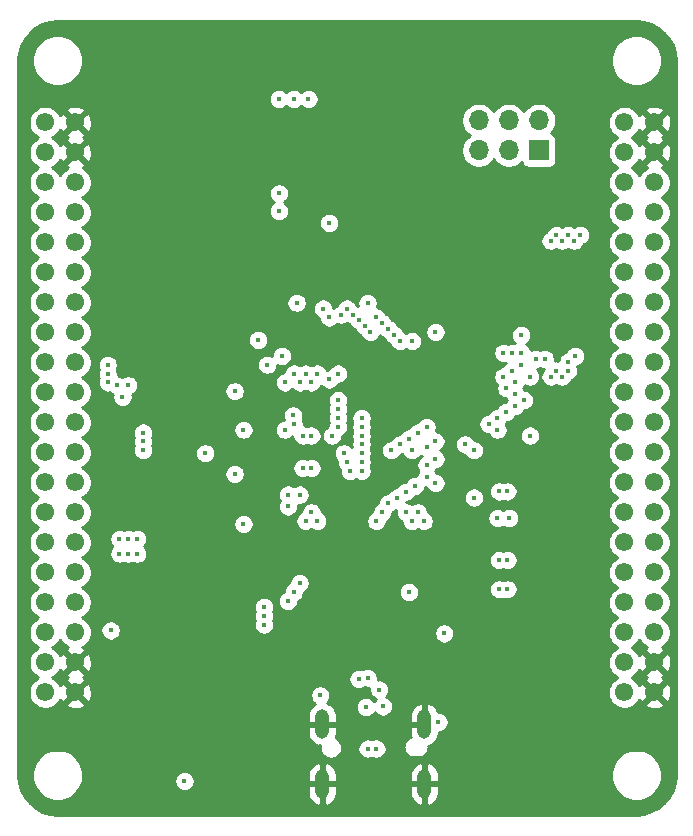
<source format=gbr>
%TF.GenerationSoftware,KiCad,Pcbnew,(5.1.9)-1*%
%TF.CreationDate,2021-07-09T22:50:26+02:00*%
%TF.ProjectId,hyperboard,68797065-7262-46f6-9172-642e6b696361,rev?*%
%TF.SameCoordinates,Original*%
%TF.FileFunction,Copper,L2,Inr*%
%TF.FilePolarity,Positive*%
%FSLAX46Y46*%
G04 Gerber Fmt 4.6, Leading zero omitted, Abs format (unit mm)*
G04 Created by KiCad (PCBNEW (5.1.9)-1) date 2021-07-09 22:50:26*
%MOMM*%
%LPD*%
G01*
G04 APERTURE LIST*
%TA.AperFunction,ComponentPad*%
%ADD10O,1.200000X2.500000*%
%TD*%
%TA.AperFunction,ComponentPad*%
%ADD11C,1.550000*%
%TD*%
%TA.AperFunction,ComponentPad*%
%ADD12O,1.700000X1.700000*%
%TD*%
%TA.AperFunction,ComponentPad*%
%ADD13R,1.700000X1.700000*%
%TD*%
%TA.AperFunction,ViaPad*%
%ADD14C,0.450000*%
%TD*%
%TA.AperFunction,Conductor*%
%ADD15C,0.254000*%
%TD*%
%TA.AperFunction,Conductor*%
%ADD16C,0.100000*%
%TD*%
G04 APERTURE END LIST*
D10*
%TO.N,GND*%
%TO.C,J5*%
X142320000Y-140700000D03*
X133680000Y-140700000D03*
X133680000Y-145750000D03*
X142320000Y-145750000D03*
%TD*%
D11*
%TO.N,GND*%
%TO.C,J3*%
X112750000Y-89740000D03*
%TO.N,+3V3*%
X110210000Y-89740000D03*
%TO.N,GND*%
X112750000Y-92280000D03*
%TO.N,+3V3*%
X110210000Y-92280000D03*
%TO.N,PB5*%
X112750000Y-94820000D03*
%TO.N,PD7*%
X110210000Y-94820000D03*
%TO.N,PB4*%
X112750000Y-97360000D03*
%TO.N,PD6*%
X110210000Y-97360000D03*
%TO.N,PB2*%
X112750000Y-99900000D03*
%TO.N,PD5*%
X110210000Y-99900000D03*
%TO.N,PB1*%
X112750000Y-102440000D03*
%TO.N,PD4*%
X110210000Y-102440000D03*
%TO.N,PB0*%
X112750000Y-104980000D03*
%TO.N,PD3*%
X110210000Y-104980000D03*
%TO.N,PA15*%
X112750000Y-107520000D03*
%TO.N,PD2*%
X110210000Y-107520000D03*
%TO.N,PA10*%
X112750000Y-110060000D03*
%TO.N,PD1*%
X110210000Y-110060000D03*
%TO.N,PA9*%
X112750000Y-112600000D03*
%TO.N,PD0*%
X110210000Y-112600000D03*
%TO.N,PA8*%
X112750000Y-115140000D03*
%TO.N,PC15*%
X110210000Y-115140000D03*
%TO.N,PA7*%
X112750000Y-117680000D03*
%TO.N,PC14*%
X110210000Y-117680000D03*
%TO.N,PA6*%
X112750000Y-120220000D03*
%TO.N,PC13*%
X110210000Y-120220000D03*
%TO.N,PA5*%
X112750000Y-122760000D03*
%TO.N,PC12*%
X110210000Y-122760000D03*
%TO.N,PA4*%
X112750000Y-125300000D03*
%TO.N,PC11*%
X110210000Y-125300000D03*
%TO.N,PA3*%
X112750000Y-127840000D03*
%TO.N,PC10*%
X110210000Y-127840000D03*
%TO.N,PA2*%
X112750000Y-130380000D03*
%TO.N,PC9*%
X110210000Y-130380000D03*
%TO.N,PA1*%
X112750000Y-132920000D03*
%TO.N,PC8*%
X110210000Y-132920000D03*
%TO.N,GND*%
X112750000Y-135460000D03*
%TO.N,+3V3*%
X110210000Y-135460000D03*
%TO.N,GND*%
X112750000Y-138000000D03*
%TO.N,+3V3*%
X110210000Y-138000000D03*
%TD*%
%TO.N,GND*%
%TO.C,J4*%
X161790000Y-89740000D03*
%TO.N,+3V3*%
X159250000Y-89740000D03*
%TO.N,GND*%
X161790000Y-92280000D03*
%TO.N,+3V3*%
X159250000Y-92280000D03*
%TO.N,PC7*%
X161790000Y-94820000D03*
%TO.N,Net-(J4-Pad35)*%
X159250000Y-94820000D03*
%TO.N,PC6*%
X161790000Y-97360000D03*
%TO.N,PE15*%
X159250000Y-97360000D03*
%TO.N,PC3*%
X161790000Y-99900000D03*
%TO.N,PE14*%
X159250000Y-99900000D03*
%TO.N,PC2*%
X161790000Y-102440000D03*
%TO.N,PE13*%
X159250000Y-102440000D03*
%TO.N,PC1*%
X161790000Y-104980000D03*
%TO.N,PE12*%
X159250000Y-104980000D03*
%TO.N,PC0*%
X161790000Y-107520000D03*
%TO.N,PE11*%
X159250000Y-107520000D03*
%TO.N,PB15*%
X161790000Y-110060000D03*
%TO.N,PE10*%
X159250000Y-110060000D03*
%TO.N,PB14*%
X161790000Y-112600000D03*
%TO.N,PE9*%
X159250000Y-112600000D03*
%TO.N,PB13*%
X161790000Y-115140000D03*
%TO.N,PE8*%
X159250000Y-115140000D03*
%TO.N,PB12*%
X161790000Y-117680000D03*
%TO.N,PE7*%
X159250000Y-117680000D03*
%TO.N,PB11*%
X161790000Y-120220000D03*
%TO.N,PE2*%
X159250000Y-120220000D03*
%TO.N,PB10*%
X161790000Y-122760000D03*
%TO.N,PD15*%
X159250000Y-122760000D03*
%TO.N,PB9*%
X161790000Y-125300000D03*
%TO.N,PD14*%
X159250000Y-125300000D03*
%TO.N,PB8*%
X161790000Y-127840000D03*
%TO.N,PD10*%
X159250000Y-127840000D03*
%TO.N,PB7*%
X161790000Y-130380000D03*
%TO.N,PD9*%
X159250000Y-130380000D03*
%TO.N,PB6*%
X161790000Y-132920000D03*
%TO.N,PD8*%
X159250000Y-132920000D03*
%TO.N,GND*%
X161790000Y-135460000D03*
%TO.N,+3V3*%
X159250000Y-135460000D03*
%TO.N,GND*%
X161790000Y-138000000D03*
%TO.N,+3V3*%
X159250000Y-138000000D03*
%TD*%
D12*
%TO.N,DSIHOST_D1N*%
%TO.C,J1*%
X146920000Y-89560000D03*
%TO.N,DSIHOST_D1P*%
X146920000Y-92100000D03*
%TO.N,DSIHOST_CKN*%
X149460000Y-89560000D03*
%TO.N,DSIHOST_CKP*%
X149460000Y-92100000D03*
%TO.N,DSIHOST_D0N*%
X152000000Y-89560000D03*
D13*
%TO.N,DSIHOST_D0P*%
X152000000Y-92100000D03*
%TD*%
D14*
%TO.N,+3V3*%
X123750000Y-117750000D03*
X141000000Y-129500000D03*
X126250000Y-119500000D03*
X127000000Y-123750000D03*
X146500000Y-121500000D03*
X143250000Y-107500000D03*
X127000000Y-115750000D03*
X126250000Y-112500000D03*
X133500000Y-138250000D03*
X130250000Y-109500000D03*
X130000000Y-95750000D03*
X141250000Y-117500000D03*
X144000000Y-133000000D03*
X122000000Y-145500000D03*
%TO.N,GND*%
X138000000Y-135000000D03*
X134000000Y-135500000D03*
X123750000Y-121750000D03*
X139000000Y-129500000D03*
X126250000Y-118500000D03*
X127000000Y-121250000D03*
X146500000Y-119000000D03*
X140750000Y-107500000D03*
X127000000Y-113250000D03*
X126250000Y-111500000D03*
X143750000Y-106250000D03*
X118500000Y-112250000D03*
X140000000Y-136750000D03*
X131250000Y-95750000D03*
X128130000Y-136150000D03*
%TO.N,NRST*%
X132000000Y-119000000D03*
X132000000Y-116250000D03*
X130500000Y-111750000D03*
X129000000Y-110250000D03*
%TO.N,Net-(FB1-Pad2)*%
X136750000Y-136875000D03*
%TO.N,DSIHOST_D1N*%
X143250000Y-116750000D03*
X153000000Y-111250000D03*
X153000000Y-99750000D03*
%TO.N,DSIHOST_D1P*%
X142500000Y-117250000D03*
X153500000Y-110750000D03*
X153500000Y-99250000D03*
%TO.N,DSIHOST_CKN*%
X143250000Y-118250000D03*
X154000000Y-111250000D03*
X154000000Y-99750000D03*
%TO.N,DSIHOST_CKP*%
X142500000Y-118750000D03*
X154500000Y-110750000D03*
X154500000Y-99250000D03*
%TO.N,DSIHOST_D0N*%
X142500000Y-119750000D03*
X154500000Y-110000000D03*
X155000000Y-99750000D03*
%TO.N,DSIHOST_D0P*%
X143250000Y-120250000D03*
X155084500Y-109509999D03*
X155500000Y-99250000D03*
%TO.N,SWO*%
X134250000Y-98250000D03*
X132500000Y-87750000D03*
%TO.N,SWCLK*%
X141250000Y-108250000D03*
X131250000Y-87750000D03*
%TO.N,SWDIO*%
X130000000Y-97250000D03*
X130000000Y-87750000D03*
%TO.N,PB5*%
X133750000Y-105500000D03*
%TO.N,PD7*%
X135250000Y-106000000D03*
%TO.N,PB4*%
X134250000Y-106250000D03*
%TO.N,PD6*%
X135750000Y-105500000D03*
%TO.N,PB2*%
X117250000Y-112000000D03*
X133250000Y-123500000D03*
%TO.N,PD5*%
X136250000Y-106000000D03*
%TO.N,PB1*%
X116750000Y-113000000D03*
X132750000Y-122750000D03*
%TO.N,PD4*%
X136750000Y-106500000D03*
%TO.N,PB0*%
X116250000Y-112000000D03*
X132250000Y-123500000D03*
%TO.N,PD3*%
X137250000Y-107000000D03*
%TO.N,PA15*%
X128250000Y-108145450D03*
X131500000Y-105000000D03*
X137500000Y-105000000D03*
%TO.N,PD2*%
X137750000Y-107500000D03*
%TO.N,PA10*%
X115500000Y-110250000D03*
X135000000Y-113250000D03*
%TO.N,PD1*%
X138250000Y-106250000D03*
%TO.N,PA9*%
X115500000Y-111000000D03*
X135000000Y-114000000D03*
%TO.N,PD0*%
X138750000Y-106750000D03*
%TO.N,PA8*%
X135000000Y-114750000D03*
X115500000Y-111750000D03*
%TO.N,PC15*%
X130500000Y-115750000D03*
X118500000Y-116000000D03*
%TO.N,PA7*%
X131750000Y-128750000D03*
X128750000Y-130750000D03*
X118000000Y-125000000D03*
X118000000Y-126250000D03*
%TO.N,PC14*%
X131250000Y-115250000D03*
X118500000Y-116750000D03*
%TO.N,PA6*%
X131250000Y-129500000D03*
X128750000Y-131500000D03*
X117250000Y-125000000D03*
X117250000Y-126250000D03*
%TO.N,PC13*%
X131206197Y-114543803D03*
X118500000Y-117500000D03*
%TO.N,PA5*%
X130750000Y-130250000D03*
X128750000Y-132250000D03*
X116500000Y-126250000D03*
X116500000Y-125000000D03*
%TO.N,PC12*%
X139250000Y-107250000D03*
%TO.N,PC11*%
X139750000Y-107750000D03*
%TO.N,PA3*%
X130750000Y-122250000D03*
%TO.N,PC10*%
X140250000Y-108250000D03*
%TO.N,PA2*%
X130750000Y-121250000D03*
%TO.N,PC9*%
X135000000Y-115500000D03*
%TO.N,PA1*%
X131750000Y-121250000D03*
X115750000Y-132750000D03*
%TO.N,PC8*%
X134500000Y-116250000D03*
%TO.N,PC7*%
X146500000Y-117500000D03*
X151750000Y-109750000D03*
%TO.N,PC6*%
X145750000Y-117000000D03*
X152500000Y-109750000D03*
%TO.N,PE15*%
X139250000Y-122000000D03*
X150000000Y-111750000D03*
%TO.N,PC3*%
X137000000Y-117000000D03*
X149000000Y-111250000D03*
X149000000Y-109250000D03*
%TO.N,PE14*%
X140000000Y-121500000D03*
X149250000Y-112250000D03*
%TO.N,PC2*%
X137000000Y-116250000D03*
X149750000Y-110750000D03*
X149750000Y-109250000D03*
%TO.N,PE13*%
X140750000Y-121000000D03*
X150000000Y-112750000D03*
%TO.N,PC1*%
X137000000Y-115500000D03*
X150500000Y-110250000D03*
X150500000Y-109250000D03*
%TO.N,PE12*%
X141500000Y-120500000D03*
X150750000Y-113250000D03*
%TO.N,PC0*%
X137000000Y-114750000D03*
%TO.N,PE11*%
X139500000Y-117500000D03*
X150000000Y-113750000D03*
%TO.N,PB15*%
X142250000Y-123500000D03*
%TO.N,PE10*%
X140250000Y-117000000D03*
X149250000Y-114250000D03*
%TO.N,PB14*%
X141750000Y-122750000D03*
%TO.N,PE9*%
X141000000Y-116500000D03*
X148500000Y-114750000D03*
%TO.N,PB13*%
X141250000Y-123500000D03*
%TO.N,PE8*%
X141750000Y-116000000D03*
X147750000Y-115250000D03*
%TO.N,PB12*%
X140750000Y-122750000D03*
%TO.N,PE7*%
X142500000Y-115500000D03*
X148500000Y-115750000D03*
%TO.N,PB11*%
X138750000Y-122750000D03*
%TO.N,PE2*%
X150500000Y-107750000D03*
X134250000Y-111500000D03*
X151250000Y-111250000D03*
X151250000Y-116250000D03*
%TO.N,PB10*%
X138250000Y-123500000D03*
%TO.N,PB9*%
X137000000Y-117750000D03*
X135500000Y-117750000D03*
X131250000Y-111000000D03*
%TO.N,PB8*%
X131750000Y-111750000D03*
X137000000Y-118500000D03*
X135750000Y-118500000D03*
%TO.N,PB7*%
X137000000Y-119250000D03*
X136000000Y-119250000D03*
X132750000Y-111750000D03*
%TO.N,PB6*%
X133250000Y-111000000D03*
%TO.N,Net-(J5-PadA6)*%
X138250000Y-142750000D03*
X138790500Y-139182998D03*
%TO.N,Net-(J5-PadA7)*%
X137500000Y-136750000D03*
X137500000Y-142750000D03*
X138500000Y-137750000D03*
%TO.N,Net-(J5-PadA5)*%
X143500000Y-140500000D03*
X137354000Y-139250000D03*
%TO.N,BOOT0*%
X135000000Y-111000000D03*
X132250000Y-111000000D03*
X132750000Y-116250000D03*
X132750000Y-119000000D03*
%TO.N,USB_D+*%
X149350000Y-129265500D03*
X149350000Y-126801588D03*
X149500000Y-123250000D03*
X149350000Y-120984500D03*
%TO.N,USB_D-*%
X148650000Y-129265500D03*
X148650000Y-126801588D03*
X148500000Y-123250000D03*
X148650000Y-120984500D03*
%TD*%
D15*
%TO.N,GND*%
X160898126Y-81226714D02*
X161521572Y-81414943D01*
X162096579Y-81720681D01*
X162601247Y-82132279D01*
X163016362Y-82634067D01*
X163326105Y-83206924D01*
X163518682Y-83829039D01*
X163590001Y-84507594D01*
X163590000Y-144967721D01*
X163523286Y-145648126D01*
X163335057Y-146271570D01*
X163029323Y-146846573D01*
X162617721Y-147351248D01*
X162115933Y-147766362D01*
X161543077Y-148076104D01*
X160920961Y-148268682D01*
X160242417Y-148340000D01*
X111282279Y-148340000D01*
X110601874Y-148273286D01*
X109978430Y-148085057D01*
X109403427Y-147779323D01*
X108898752Y-147367721D01*
X108483638Y-146865933D01*
X108173896Y-146293077D01*
X107981318Y-145670961D01*
X107910000Y-144992417D01*
X107910000Y-144786323D01*
X109080497Y-144786323D01*
X109080497Y-145213677D01*
X109163870Y-145632821D01*
X109327412Y-146027645D01*
X109564837Y-146382977D01*
X109867023Y-146685163D01*
X110222355Y-146922588D01*
X110617179Y-147086130D01*
X111036323Y-147169503D01*
X111463677Y-147169503D01*
X111882821Y-147086130D01*
X112277645Y-146922588D01*
X112632977Y-146685163D01*
X112935163Y-146382977D01*
X113172588Y-146027645D01*
X113336130Y-145632821D01*
X113379398Y-145415297D01*
X121140000Y-145415297D01*
X121140000Y-145584703D01*
X121173049Y-145750853D01*
X121237878Y-145907363D01*
X121331995Y-146048218D01*
X121451782Y-146168005D01*
X121592637Y-146262122D01*
X121749147Y-146326951D01*
X121915297Y-146360000D01*
X122084703Y-146360000D01*
X122250853Y-146326951D01*
X122407363Y-146262122D01*
X122548218Y-146168005D01*
X122668005Y-146048218D01*
X122762122Y-145907363D01*
X122774698Y-145877000D01*
X132445000Y-145877000D01*
X132445000Y-146527000D01*
X132493507Y-146765496D01*
X132587610Y-146989946D01*
X132723693Y-147191725D01*
X132896526Y-147363078D01*
X133099467Y-147497421D01*
X133324718Y-147589591D01*
X133362391Y-147593462D01*
X133553000Y-147468731D01*
X133553000Y-145877000D01*
X133807000Y-145877000D01*
X133807000Y-147468731D01*
X133997609Y-147593462D01*
X134035282Y-147589591D01*
X134260533Y-147497421D01*
X134463474Y-147363078D01*
X134636307Y-147191725D01*
X134772390Y-146989946D01*
X134866493Y-146765496D01*
X134915000Y-146527000D01*
X134915000Y-145877000D01*
X141085000Y-145877000D01*
X141085000Y-146527000D01*
X141133507Y-146765496D01*
X141227610Y-146989946D01*
X141363693Y-147191725D01*
X141536526Y-147363078D01*
X141739467Y-147497421D01*
X141964718Y-147589591D01*
X142002391Y-147593462D01*
X142193000Y-147468731D01*
X142193000Y-145877000D01*
X142447000Y-145877000D01*
X142447000Y-147468731D01*
X142637609Y-147593462D01*
X142675282Y-147589591D01*
X142900533Y-147497421D01*
X143103474Y-147363078D01*
X143276307Y-147191725D01*
X143412390Y-146989946D01*
X143506493Y-146765496D01*
X143555000Y-146527000D01*
X143555000Y-145877000D01*
X142447000Y-145877000D01*
X142193000Y-145877000D01*
X141085000Y-145877000D01*
X134915000Y-145877000D01*
X133807000Y-145877000D01*
X133553000Y-145877000D01*
X132445000Y-145877000D01*
X122774698Y-145877000D01*
X122826951Y-145750853D01*
X122860000Y-145584703D01*
X122860000Y-145415297D01*
X122826951Y-145249147D01*
X122762122Y-145092637D01*
X122682183Y-144973000D01*
X132445000Y-144973000D01*
X132445000Y-145623000D01*
X133553000Y-145623000D01*
X133553000Y-144031269D01*
X133807000Y-144031269D01*
X133807000Y-145623000D01*
X134915000Y-145623000D01*
X134915000Y-144973000D01*
X141085000Y-144973000D01*
X141085000Y-145623000D01*
X142193000Y-145623000D01*
X142193000Y-144031269D01*
X142447000Y-144031269D01*
X142447000Y-145623000D01*
X143555000Y-145623000D01*
X143555000Y-144973000D01*
X143517033Y-144786323D01*
X158080497Y-144786323D01*
X158080497Y-145213677D01*
X158163870Y-145632821D01*
X158327412Y-146027645D01*
X158564837Y-146382977D01*
X158867023Y-146685163D01*
X159222355Y-146922588D01*
X159617179Y-147086130D01*
X160036323Y-147169503D01*
X160463677Y-147169503D01*
X160882821Y-147086130D01*
X161277645Y-146922588D01*
X161632977Y-146685163D01*
X161935163Y-146382977D01*
X162172588Y-146027645D01*
X162336130Y-145632821D01*
X162419503Y-145213677D01*
X162419503Y-144786323D01*
X162336130Y-144367179D01*
X162172588Y-143972355D01*
X161935163Y-143617023D01*
X161632977Y-143314837D01*
X161277645Y-143077412D01*
X160882821Y-142913870D01*
X160463677Y-142830497D01*
X160036323Y-142830497D01*
X159617179Y-142913870D01*
X159222355Y-143077412D01*
X158867023Y-143314837D01*
X158564837Y-143617023D01*
X158327412Y-143972355D01*
X158163870Y-144367179D01*
X158080497Y-144786323D01*
X143517033Y-144786323D01*
X143506493Y-144734504D01*
X143412390Y-144510054D01*
X143276307Y-144308275D01*
X143103474Y-144136922D01*
X142900533Y-144002579D01*
X142675282Y-143910409D01*
X142637609Y-143906538D01*
X142447000Y-144031269D01*
X142193000Y-144031269D01*
X142002391Y-143906538D01*
X141964718Y-143910409D01*
X141739467Y-144002579D01*
X141536526Y-144136922D01*
X141363693Y-144308275D01*
X141227610Y-144510054D01*
X141133507Y-144734504D01*
X141085000Y-144973000D01*
X134915000Y-144973000D01*
X134866493Y-144734504D01*
X134772390Y-144510054D01*
X134636307Y-144308275D01*
X134463474Y-144136922D01*
X134260533Y-144002579D01*
X134035282Y-143910409D01*
X133997609Y-143906538D01*
X133807000Y-144031269D01*
X133553000Y-144031269D01*
X133362391Y-143906538D01*
X133324718Y-143910409D01*
X133099467Y-144002579D01*
X132896526Y-144136922D01*
X132723693Y-144308275D01*
X132587610Y-144510054D01*
X132493507Y-144734504D01*
X132445000Y-144973000D01*
X122682183Y-144973000D01*
X122668005Y-144951782D01*
X122548218Y-144831995D01*
X122407363Y-144737878D01*
X122250853Y-144673049D01*
X122084703Y-144640000D01*
X121915297Y-144640000D01*
X121749147Y-144673049D01*
X121592637Y-144737878D01*
X121451782Y-144831995D01*
X121331995Y-144951782D01*
X121237878Y-145092637D01*
X121173049Y-145249147D01*
X121140000Y-145415297D01*
X113379398Y-145415297D01*
X113419503Y-145213677D01*
X113419503Y-144786323D01*
X113336130Y-144367179D01*
X113172588Y-143972355D01*
X112935163Y-143617023D01*
X112632977Y-143314837D01*
X112277645Y-143077412D01*
X111882821Y-142913870D01*
X111463677Y-142830497D01*
X111036323Y-142830497D01*
X110617179Y-142913870D01*
X110222355Y-143077412D01*
X109867023Y-143314837D01*
X109564837Y-143617023D01*
X109327412Y-143972355D01*
X109163870Y-144367179D01*
X109080497Y-144786323D01*
X107910000Y-144786323D01*
X107910000Y-140827000D01*
X132445000Y-140827000D01*
X132445000Y-141477000D01*
X132493507Y-141715496D01*
X132587610Y-141939946D01*
X132723693Y-142141725D01*
X132896526Y-142313078D01*
X133099467Y-142447421D01*
X133324718Y-142539591D01*
X133362391Y-142543462D01*
X133491663Y-142458869D01*
X133465000Y-142592911D01*
X133465000Y-142777089D01*
X133500932Y-142957729D01*
X133571414Y-143127889D01*
X133673738Y-143281028D01*
X133803972Y-143411262D01*
X133957111Y-143513586D01*
X134127271Y-143584068D01*
X134307911Y-143620000D01*
X134492089Y-143620000D01*
X134672729Y-143584068D01*
X134842889Y-143513586D01*
X134996028Y-143411262D01*
X135126262Y-143281028D01*
X135228586Y-143127889D01*
X135299068Y-142957729D01*
X135335000Y-142777089D01*
X135335000Y-142665297D01*
X136640000Y-142665297D01*
X136640000Y-142834703D01*
X136673049Y-143000853D01*
X136737878Y-143157363D01*
X136831995Y-143298218D01*
X136951782Y-143418005D01*
X137092637Y-143512122D01*
X137249147Y-143576951D01*
X137415297Y-143610000D01*
X137584703Y-143610000D01*
X137750853Y-143576951D01*
X137875000Y-143525527D01*
X137999147Y-143576951D01*
X138165297Y-143610000D01*
X138334703Y-143610000D01*
X138500853Y-143576951D01*
X138657363Y-143512122D01*
X138798218Y-143418005D01*
X138918005Y-143298218D01*
X139012122Y-143157363D01*
X139076951Y-143000853D01*
X139110000Y-142834703D01*
X139110000Y-142665297D01*
X139100990Y-142620000D01*
X140535718Y-142620000D01*
X140552805Y-142793490D01*
X140603411Y-142960313D01*
X140685589Y-143114059D01*
X140796183Y-143248817D01*
X140930941Y-143359411D01*
X141084687Y-143441589D01*
X141251510Y-143492195D01*
X141381523Y-143505000D01*
X141818477Y-143505000D01*
X141948490Y-143492195D01*
X142115313Y-143441589D01*
X142269059Y-143359411D01*
X142403817Y-143248817D01*
X142514411Y-143114059D01*
X142596589Y-142960313D01*
X142647195Y-142793490D01*
X142664282Y-142620000D01*
X142656552Y-142541516D01*
X142675282Y-142539591D01*
X142900533Y-142447421D01*
X143103474Y-142313078D01*
X143276307Y-142141725D01*
X143412390Y-141939946D01*
X143506493Y-141715496D01*
X143555000Y-141477000D01*
X143555000Y-141360000D01*
X143584703Y-141360000D01*
X143750853Y-141326951D01*
X143907363Y-141262122D01*
X144048218Y-141168005D01*
X144168005Y-141048218D01*
X144262122Y-140907363D01*
X144326951Y-140750853D01*
X144360000Y-140584703D01*
X144360000Y-140415297D01*
X144326951Y-140249147D01*
X144262122Y-140092637D01*
X144168005Y-139951782D01*
X144048218Y-139831995D01*
X143907363Y-139737878D01*
X143750853Y-139673049D01*
X143584703Y-139640000D01*
X143487834Y-139640000D01*
X143412390Y-139460054D01*
X143276307Y-139258275D01*
X143103474Y-139086922D01*
X142900533Y-138952579D01*
X142675282Y-138860409D01*
X142637609Y-138856538D01*
X142447000Y-138981269D01*
X142447000Y-140573000D01*
X142467000Y-140573000D01*
X142467000Y-140827000D01*
X142447000Y-140827000D01*
X142447000Y-140847000D01*
X142193000Y-140847000D01*
X142193000Y-140827000D01*
X141085000Y-140827000D01*
X141085000Y-141477000D01*
X141133507Y-141715496D01*
X141158839Y-141775917D01*
X141084687Y-141798411D01*
X140930941Y-141880589D01*
X140796183Y-141991183D01*
X140685589Y-142125941D01*
X140603411Y-142279687D01*
X140552805Y-142446510D01*
X140535718Y-142620000D01*
X139100990Y-142620000D01*
X139076951Y-142499147D01*
X139012122Y-142342637D01*
X138918005Y-142201782D01*
X138798218Y-142081995D01*
X138657363Y-141987878D01*
X138500853Y-141923049D01*
X138334703Y-141890000D01*
X138165297Y-141890000D01*
X137999147Y-141923049D01*
X137875000Y-141974473D01*
X137750853Y-141923049D01*
X137584703Y-141890000D01*
X137415297Y-141890000D01*
X137249147Y-141923049D01*
X137092637Y-141987878D01*
X136951782Y-142081995D01*
X136831995Y-142201782D01*
X136737878Y-142342637D01*
X136673049Y-142499147D01*
X136640000Y-142665297D01*
X135335000Y-142665297D01*
X135335000Y-142592911D01*
X135299068Y-142412271D01*
X135228586Y-142242111D01*
X135126262Y-142088972D01*
X134996028Y-141958738D01*
X134842889Y-141856414D01*
X134812661Y-141843893D01*
X134866493Y-141715496D01*
X134915000Y-141477000D01*
X134915000Y-140827000D01*
X133807000Y-140827000D01*
X133807000Y-140847000D01*
X133553000Y-140847000D01*
X133553000Y-140827000D01*
X132445000Y-140827000D01*
X107910000Y-140827000D01*
X107910000Y-139923000D01*
X132445000Y-139923000D01*
X132445000Y-140573000D01*
X133553000Y-140573000D01*
X133553000Y-140553000D01*
X133807000Y-140553000D01*
X133807000Y-140573000D01*
X134915000Y-140573000D01*
X134915000Y-139923000D01*
X134866493Y-139684504D01*
X134772390Y-139460054D01*
X134636307Y-139258275D01*
X134463474Y-139086922D01*
X134260533Y-138952579D01*
X134085334Y-138880889D01*
X134168005Y-138798218D01*
X134262122Y-138657363D01*
X134326951Y-138500853D01*
X134360000Y-138334703D01*
X134360000Y-138165297D01*
X134326951Y-137999147D01*
X134262122Y-137842637D01*
X134168005Y-137701782D01*
X134048218Y-137581995D01*
X133907363Y-137487878D01*
X133750853Y-137423049D01*
X133584703Y-137390000D01*
X133415297Y-137390000D01*
X133249147Y-137423049D01*
X133092637Y-137487878D01*
X132951782Y-137581995D01*
X132831995Y-137701782D01*
X132737878Y-137842637D01*
X132673049Y-137999147D01*
X132640000Y-138165297D01*
X132640000Y-138334703D01*
X132673049Y-138500853D01*
X132737878Y-138657363D01*
X132831995Y-138798218D01*
X132951782Y-138918005D01*
X133051272Y-138984483D01*
X132896526Y-139086922D01*
X132723693Y-139258275D01*
X132587610Y-139460054D01*
X132493507Y-139684504D01*
X132445000Y-139923000D01*
X107910000Y-139923000D01*
X107910000Y-89601127D01*
X108800000Y-89601127D01*
X108800000Y-89878873D01*
X108854186Y-90151282D01*
X108960475Y-90407885D01*
X109114782Y-90638822D01*
X109311178Y-90835218D01*
X109542115Y-90989525D01*
X109591546Y-91010000D01*
X109542115Y-91030475D01*
X109311178Y-91184782D01*
X109114782Y-91381178D01*
X108960475Y-91612115D01*
X108854186Y-91868718D01*
X108800000Y-92141127D01*
X108800000Y-92418873D01*
X108854186Y-92691282D01*
X108960475Y-92947885D01*
X109114782Y-93178822D01*
X109311178Y-93375218D01*
X109542115Y-93529525D01*
X109591546Y-93550000D01*
X109542115Y-93570475D01*
X109311178Y-93724782D01*
X109114782Y-93921178D01*
X108960475Y-94152115D01*
X108854186Y-94408718D01*
X108800000Y-94681127D01*
X108800000Y-94958873D01*
X108854186Y-95231282D01*
X108960475Y-95487885D01*
X109114782Y-95718822D01*
X109311178Y-95915218D01*
X109542115Y-96069525D01*
X109591546Y-96090000D01*
X109542115Y-96110475D01*
X109311178Y-96264782D01*
X109114782Y-96461178D01*
X108960475Y-96692115D01*
X108854186Y-96948718D01*
X108800000Y-97221127D01*
X108800000Y-97498873D01*
X108854186Y-97771282D01*
X108960475Y-98027885D01*
X109114782Y-98258822D01*
X109311178Y-98455218D01*
X109542115Y-98609525D01*
X109591546Y-98630000D01*
X109542115Y-98650475D01*
X109311178Y-98804782D01*
X109114782Y-99001178D01*
X108960475Y-99232115D01*
X108854186Y-99488718D01*
X108800000Y-99761127D01*
X108800000Y-100038873D01*
X108854186Y-100311282D01*
X108960475Y-100567885D01*
X109114782Y-100798822D01*
X109311178Y-100995218D01*
X109542115Y-101149525D01*
X109591546Y-101170000D01*
X109542115Y-101190475D01*
X109311178Y-101344782D01*
X109114782Y-101541178D01*
X108960475Y-101772115D01*
X108854186Y-102028718D01*
X108800000Y-102301127D01*
X108800000Y-102578873D01*
X108854186Y-102851282D01*
X108960475Y-103107885D01*
X109114782Y-103338822D01*
X109311178Y-103535218D01*
X109542115Y-103689525D01*
X109591546Y-103710000D01*
X109542115Y-103730475D01*
X109311178Y-103884782D01*
X109114782Y-104081178D01*
X108960475Y-104312115D01*
X108854186Y-104568718D01*
X108800000Y-104841127D01*
X108800000Y-105118873D01*
X108854186Y-105391282D01*
X108960475Y-105647885D01*
X109114782Y-105878822D01*
X109311178Y-106075218D01*
X109542115Y-106229525D01*
X109591546Y-106250000D01*
X109542115Y-106270475D01*
X109311178Y-106424782D01*
X109114782Y-106621178D01*
X108960475Y-106852115D01*
X108854186Y-107108718D01*
X108800000Y-107381127D01*
X108800000Y-107658873D01*
X108854186Y-107931282D01*
X108960475Y-108187885D01*
X109114782Y-108418822D01*
X109311178Y-108615218D01*
X109542115Y-108769525D01*
X109591546Y-108790000D01*
X109542115Y-108810475D01*
X109311178Y-108964782D01*
X109114782Y-109161178D01*
X108960475Y-109392115D01*
X108854186Y-109648718D01*
X108800000Y-109921127D01*
X108800000Y-110198873D01*
X108854186Y-110471282D01*
X108960475Y-110727885D01*
X109114782Y-110958822D01*
X109311178Y-111155218D01*
X109542115Y-111309525D01*
X109591546Y-111330000D01*
X109542115Y-111350475D01*
X109311178Y-111504782D01*
X109114782Y-111701178D01*
X108960475Y-111932115D01*
X108854186Y-112188718D01*
X108800000Y-112461127D01*
X108800000Y-112738873D01*
X108854186Y-113011282D01*
X108960475Y-113267885D01*
X109114782Y-113498822D01*
X109311178Y-113695218D01*
X109542115Y-113849525D01*
X109591546Y-113870000D01*
X109542115Y-113890475D01*
X109311178Y-114044782D01*
X109114782Y-114241178D01*
X108960475Y-114472115D01*
X108854186Y-114728718D01*
X108800000Y-115001127D01*
X108800000Y-115278873D01*
X108854186Y-115551282D01*
X108960475Y-115807885D01*
X109114782Y-116038822D01*
X109311178Y-116235218D01*
X109542115Y-116389525D01*
X109591546Y-116410000D01*
X109542115Y-116430475D01*
X109311178Y-116584782D01*
X109114782Y-116781178D01*
X108960475Y-117012115D01*
X108854186Y-117268718D01*
X108800000Y-117541127D01*
X108800000Y-117818873D01*
X108854186Y-118091282D01*
X108960475Y-118347885D01*
X109114782Y-118578822D01*
X109311178Y-118775218D01*
X109542115Y-118929525D01*
X109591546Y-118950000D01*
X109542115Y-118970475D01*
X109311178Y-119124782D01*
X109114782Y-119321178D01*
X108960475Y-119552115D01*
X108854186Y-119808718D01*
X108800000Y-120081127D01*
X108800000Y-120358873D01*
X108854186Y-120631282D01*
X108960475Y-120887885D01*
X109114782Y-121118822D01*
X109311178Y-121315218D01*
X109542115Y-121469525D01*
X109591546Y-121490000D01*
X109542115Y-121510475D01*
X109311178Y-121664782D01*
X109114782Y-121861178D01*
X108960475Y-122092115D01*
X108854186Y-122348718D01*
X108800000Y-122621127D01*
X108800000Y-122898873D01*
X108854186Y-123171282D01*
X108960475Y-123427885D01*
X109114782Y-123658822D01*
X109311178Y-123855218D01*
X109542115Y-124009525D01*
X109591546Y-124030000D01*
X109542115Y-124050475D01*
X109311178Y-124204782D01*
X109114782Y-124401178D01*
X108960475Y-124632115D01*
X108854186Y-124888718D01*
X108800000Y-125161127D01*
X108800000Y-125438873D01*
X108854186Y-125711282D01*
X108960475Y-125967885D01*
X109114782Y-126198822D01*
X109311178Y-126395218D01*
X109542115Y-126549525D01*
X109591546Y-126570000D01*
X109542115Y-126590475D01*
X109311178Y-126744782D01*
X109114782Y-126941178D01*
X108960475Y-127172115D01*
X108854186Y-127428718D01*
X108800000Y-127701127D01*
X108800000Y-127978873D01*
X108854186Y-128251282D01*
X108960475Y-128507885D01*
X109114782Y-128738822D01*
X109311178Y-128935218D01*
X109542115Y-129089525D01*
X109591546Y-129110000D01*
X109542115Y-129130475D01*
X109311178Y-129284782D01*
X109114782Y-129481178D01*
X108960475Y-129712115D01*
X108854186Y-129968718D01*
X108800000Y-130241127D01*
X108800000Y-130518873D01*
X108854186Y-130791282D01*
X108960475Y-131047885D01*
X109114782Y-131278822D01*
X109311178Y-131475218D01*
X109542115Y-131629525D01*
X109591546Y-131650000D01*
X109542115Y-131670475D01*
X109311178Y-131824782D01*
X109114782Y-132021178D01*
X108960475Y-132252115D01*
X108854186Y-132508718D01*
X108800000Y-132781127D01*
X108800000Y-133058873D01*
X108854186Y-133331282D01*
X108960475Y-133587885D01*
X109114782Y-133818822D01*
X109311178Y-134015218D01*
X109542115Y-134169525D01*
X109591546Y-134190000D01*
X109542115Y-134210475D01*
X109311178Y-134364782D01*
X109114782Y-134561178D01*
X108960475Y-134792115D01*
X108854186Y-135048718D01*
X108800000Y-135321127D01*
X108800000Y-135598873D01*
X108854186Y-135871282D01*
X108960475Y-136127885D01*
X109114782Y-136358822D01*
X109311178Y-136555218D01*
X109542115Y-136709525D01*
X109591546Y-136730000D01*
X109542115Y-136750475D01*
X109311178Y-136904782D01*
X109114782Y-137101178D01*
X108960475Y-137332115D01*
X108854186Y-137588718D01*
X108800000Y-137861127D01*
X108800000Y-138138873D01*
X108854186Y-138411282D01*
X108960475Y-138667885D01*
X109114782Y-138898822D01*
X109311178Y-139095218D01*
X109542115Y-139249525D01*
X109798718Y-139355814D01*
X110071127Y-139410000D01*
X110348873Y-139410000D01*
X110621282Y-139355814D01*
X110877885Y-139249525D01*
X111108822Y-139095218D01*
X111229191Y-138974849D01*
X111954756Y-138974849D01*
X112023310Y-139216268D01*
X112274556Y-139334668D01*
X112544071Y-139401778D01*
X112821502Y-139415018D01*
X113096184Y-139373879D01*
X113357562Y-139279943D01*
X113476690Y-139216268D01*
X113545244Y-138974849D01*
X112750000Y-138179605D01*
X111954756Y-138974849D01*
X111229191Y-138974849D01*
X111305218Y-138898822D01*
X111459525Y-138667885D01*
X111478201Y-138622798D01*
X111533732Y-138726690D01*
X111775151Y-138795244D01*
X112570395Y-138000000D01*
X112929605Y-138000000D01*
X113724849Y-138795244D01*
X113966268Y-138726690D01*
X114084668Y-138475444D01*
X114151778Y-138205929D01*
X114165018Y-137928498D01*
X114123879Y-137653816D01*
X114029943Y-137392438D01*
X113966268Y-137273310D01*
X113724849Y-137204756D01*
X112929605Y-138000000D01*
X112570395Y-138000000D01*
X111775151Y-137204756D01*
X111533732Y-137273310D01*
X111481275Y-137384624D01*
X111459525Y-137332115D01*
X111305218Y-137101178D01*
X111108822Y-136904782D01*
X110877885Y-136750475D01*
X110828454Y-136730000D01*
X110877885Y-136709525D01*
X111108822Y-136555218D01*
X111229191Y-136434849D01*
X111954756Y-136434849D01*
X112023310Y-136676268D01*
X112130159Y-136726620D01*
X112023310Y-136783732D01*
X111954756Y-137025151D01*
X112750000Y-137820395D01*
X113545244Y-137025151D01*
X113478555Y-136790297D01*
X135890000Y-136790297D01*
X135890000Y-136959703D01*
X135923049Y-137125853D01*
X135987878Y-137282363D01*
X136081995Y-137423218D01*
X136201782Y-137543005D01*
X136342637Y-137637122D01*
X136499147Y-137701951D01*
X136665297Y-137735000D01*
X136834703Y-137735000D01*
X137000853Y-137701951D01*
X137157363Y-137637122D01*
X137248078Y-137576508D01*
X137249147Y-137576951D01*
X137415297Y-137610000D01*
X137584703Y-137610000D01*
X137653730Y-137596270D01*
X137640000Y-137665297D01*
X137640000Y-137834703D01*
X137673049Y-138000853D01*
X137737878Y-138157363D01*
X137831995Y-138298218D01*
X137951782Y-138418005D01*
X138092637Y-138512122D01*
X138200482Y-138556793D01*
X138122495Y-138634780D01*
X138049865Y-138743477D01*
X138022005Y-138701782D01*
X137902218Y-138581995D01*
X137761363Y-138487878D01*
X137604853Y-138423049D01*
X137438703Y-138390000D01*
X137269297Y-138390000D01*
X137103147Y-138423049D01*
X136946637Y-138487878D01*
X136805782Y-138581995D01*
X136685995Y-138701782D01*
X136591878Y-138842637D01*
X136527049Y-138999147D01*
X136494000Y-139165297D01*
X136494000Y-139334703D01*
X136527049Y-139500853D01*
X136591878Y-139657363D01*
X136685995Y-139798218D01*
X136805782Y-139918005D01*
X136946637Y-140012122D01*
X137103147Y-140076951D01*
X137269297Y-140110000D01*
X137438703Y-140110000D01*
X137604853Y-140076951D01*
X137761363Y-140012122D01*
X137902218Y-139918005D01*
X138022005Y-139798218D01*
X138094635Y-139689521D01*
X138122495Y-139731216D01*
X138242282Y-139851003D01*
X138383137Y-139945120D01*
X138539647Y-140009949D01*
X138705797Y-140042998D01*
X138875203Y-140042998D01*
X139041353Y-140009949D01*
X139197863Y-139945120D01*
X139230967Y-139923000D01*
X141085000Y-139923000D01*
X141085000Y-140573000D01*
X142193000Y-140573000D01*
X142193000Y-138981269D01*
X142002391Y-138856538D01*
X141964718Y-138860409D01*
X141739467Y-138952579D01*
X141536526Y-139086922D01*
X141363693Y-139258275D01*
X141227610Y-139460054D01*
X141133507Y-139684504D01*
X141085000Y-139923000D01*
X139230967Y-139923000D01*
X139338718Y-139851003D01*
X139458505Y-139731216D01*
X139552622Y-139590361D01*
X139617451Y-139433851D01*
X139650500Y-139267701D01*
X139650500Y-139098295D01*
X139617451Y-138932145D01*
X139552622Y-138775635D01*
X139458505Y-138634780D01*
X139338718Y-138514993D01*
X139197863Y-138420876D01*
X139090018Y-138376205D01*
X139168005Y-138298218D01*
X139262122Y-138157363D01*
X139326951Y-138000853D01*
X139360000Y-137834703D01*
X139360000Y-137665297D01*
X139326951Y-137499147D01*
X139262122Y-137342637D01*
X139168005Y-137201782D01*
X139048218Y-137081995D01*
X138907363Y-136987878D01*
X138750853Y-136923049D01*
X138584703Y-136890000D01*
X138415297Y-136890000D01*
X138346270Y-136903730D01*
X138360000Y-136834703D01*
X138360000Y-136665297D01*
X138326951Y-136499147D01*
X138262122Y-136342637D01*
X138168005Y-136201782D01*
X138048218Y-136081995D01*
X137907363Y-135987878D01*
X137750853Y-135923049D01*
X137584703Y-135890000D01*
X137415297Y-135890000D01*
X137249147Y-135923049D01*
X137092637Y-135987878D01*
X137001922Y-136048492D01*
X137000853Y-136048049D01*
X136834703Y-136015000D01*
X136665297Y-136015000D01*
X136499147Y-136048049D01*
X136342637Y-136112878D01*
X136201782Y-136206995D01*
X136081995Y-136326782D01*
X135987878Y-136467637D01*
X135923049Y-136624147D01*
X135890000Y-136790297D01*
X113478555Y-136790297D01*
X113476690Y-136783732D01*
X113369841Y-136733380D01*
X113476690Y-136676268D01*
X113545244Y-136434849D01*
X112750000Y-135639605D01*
X111954756Y-136434849D01*
X111229191Y-136434849D01*
X111305218Y-136358822D01*
X111459525Y-136127885D01*
X111478201Y-136082798D01*
X111533732Y-136186690D01*
X111775151Y-136255244D01*
X112570395Y-135460000D01*
X112929605Y-135460000D01*
X113724849Y-136255244D01*
X113966268Y-136186690D01*
X114084668Y-135935444D01*
X114151778Y-135665929D01*
X114165018Y-135388498D01*
X114123879Y-135113816D01*
X114029943Y-134852438D01*
X113966268Y-134733310D01*
X113724849Y-134664756D01*
X112929605Y-135460000D01*
X112570395Y-135460000D01*
X111775151Y-134664756D01*
X111533732Y-134733310D01*
X111481275Y-134844624D01*
X111459525Y-134792115D01*
X111305218Y-134561178D01*
X111108822Y-134364782D01*
X110877885Y-134210475D01*
X110828454Y-134190000D01*
X110877885Y-134169525D01*
X111108822Y-134015218D01*
X111305218Y-133818822D01*
X111459525Y-133587885D01*
X111480000Y-133538454D01*
X111500475Y-133587885D01*
X111654782Y-133818822D01*
X111851178Y-134015218D01*
X112082115Y-134169525D01*
X112127202Y-134188201D01*
X112023310Y-134243732D01*
X111954756Y-134485151D01*
X112750000Y-135280395D01*
X113545244Y-134485151D01*
X113476690Y-134243732D01*
X113365376Y-134191275D01*
X113417885Y-134169525D01*
X113648822Y-134015218D01*
X113845218Y-133818822D01*
X113999525Y-133587885D01*
X114105814Y-133331282D01*
X114160000Y-133058873D01*
X114160000Y-132781127D01*
X114136960Y-132665297D01*
X114890000Y-132665297D01*
X114890000Y-132834703D01*
X114923049Y-133000853D01*
X114987878Y-133157363D01*
X115081995Y-133298218D01*
X115201782Y-133418005D01*
X115342637Y-133512122D01*
X115499147Y-133576951D01*
X115665297Y-133610000D01*
X115834703Y-133610000D01*
X116000853Y-133576951D01*
X116157363Y-133512122D01*
X116298218Y-133418005D01*
X116418005Y-133298218D01*
X116512122Y-133157363D01*
X116576951Y-133000853D01*
X116610000Y-132834703D01*
X116610000Y-132665297D01*
X116576951Y-132499147D01*
X116512122Y-132342637D01*
X116418005Y-132201782D01*
X116298218Y-132081995D01*
X116157363Y-131987878D01*
X116000853Y-131923049D01*
X115834703Y-131890000D01*
X115665297Y-131890000D01*
X115499147Y-131923049D01*
X115342637Y-131987878D01*
X115201782Y-132081995D01*
X115081995Y-132201782D01*
X114987878Y-132342637D01*
X114923049Y-132499147D01*
X114890000Y-132665297D01*
X114136960Y-132665297D01*
X114105814Y-132508718D01*
X113999525Y-132252115D01*
X113845218Y-132021178D01*
X113648822Y-131824782D01*
X113417885Y-131670475D01*
X113368454Y-131650000D01*
X113417885Y-131629525D01*
X113648822Y-131475218D01*
X113845218Y-131278822D01*
X113999525Y-131047885D01*
X114105814Y-130791282D01*
X114130874Y-130665297D01*
X127890000Y-130665297D01*
X127890000Y-130834703D01*
X127923049Y-131000853D01*
X127974473Y-131125000D01*
X127923049Y-131249147D01*
X127890000Y-131415297D01*
X127890000Y-131584703D01*
X127923049Y-131750853D01*
X127974473Y-131875000D01*
X127923049Y-131999147D01*
X127890000Y-132165297D01*
X127890000Y-132334703D01*
X127923049Y-132500853D01*
X127987878Y-132657363D01*
X128081995Y-132798218D01*
X128201782Y-132918005D01*
X128342637Y-133012122D01*
X128499147Y-133076951D01*
X128665297Y-133110000D01*
X128834703Y-133110000D01*
X129000853Y-133076951D01*
X129157363Y-133012122D01*
X129298218Y-132918005D01*
X129300926Y-132915297D01*
X143140000Y-132915297D01*
X143140000Y-133084703D01*
X143173049Y-133250853D01*
X143237878Y-133407363D01*
X143331995Y-133548218D01*
X143451782Y-133668005D01*
X143592637Y-133762122D01*
X143749147Y-133826951D01*
X143915297Y-133860000D01*
X144084703Y-133860000D01*
X144250853Y-133826951D01*
X144407363Y-133762122D01*
X144548218Y-133668005D01*
X144668005Y-133548218D01*
X144762122Y-133407363D01*
X144826951Y-133250853D01*
X144860000Y-133084703D01*
X144860000Y-132915297D01*
X144826951Y-132749147D01*
X144762122Y-132592637D01*
X144668005Y-132451782D01*
X144548218Y-132331995D01*
X144407363Y-132237878D01*
X144250853Y-132173049D01*
X144084703Y-132140000D01*
X143915297Y-132140000D01*
X143749147Y-132173049D01*
X143592637Y-132237878D01*
X143451782Y-132331995D01*
X143331995Y-132451782D01*
X143237878Y-132592637D01*
X143173049Y-132749147D01*
X143140000Y-132915297D01*
X129300926Y-132915297D01*
X129418005Y-132798218D01*
X129512122Y-132657363D01*
X129576951Y-132500853D01*
X129610000Y-132334703D01*
X129610000Y-132165297D01*
X129576951Y-131999147D01*
X129525527Y-131875000D01*
X129576951Y-131750853D01*
X129610000Y-131584703D01*
X129610000Y-131415297D01*
X129576951Y-131249147D01*
X129525527Y-131125000D01*
X129576951Y-131000853D01*
X129610000Y-130834703D01*
X129610000Y-130665297D01*
X129576951Y-130499147D01*
X129512122Y-130342637D01*
X129418005Y-130201782D01*
X129381520Y-130165297D01*
X129890000Y-130165297D01*
X129890000Y-130334703D01*
X129923049Y-130500853D01*
X129987878Y-130657363D01*
X130081995Y-130798218D01*
X130201782Y-130918005D01*
X130342637Y-131012122D01*
X130499147Y-131076951D01*
X130665297Y-131110000D01*
X130834703Y-131110000D01*
X131000853Y-131076951D01*
X131157363Y-131012122D01*
X131298218Y-130918005D01*
X131418005Y-130798218D01*
X131512122Y-130657363D01*
X131576951Y-130500853D01*
X131610000Y-130334703D01*
X131610000Y-130281741D01*
X131657363Y-130262122D01*
X131798218Y-130168005D01*
X131918005Y-130048218D01*
X132012122Y-129907363D01*
X132076951Y-129750853D01*
X132110000Y-129584703D01*
X132110000Y-129531741D01*
X132157363Y-129512122D01*
X132298218Y-129418005D01*
X132300926Y-129415297D01*
X140140000Y-129415297D01*
X140140000Y-129584703D01*
X140173049Y-129750853D01*
X140237878Y-129907363D01*
X140331995Y-130048218D01*
X140451782Y-130168005D01*
X140592637Y-130262122D01*
X140749147Y-130326951D01*
X140915297Y-130360000D01*
X141084703Y-130360000D01*
X141250853Y-130326951D01*
X141407363Y-130262122D01*
X141548218Y-130168005D01*
X141668005Y-130048218D01*
X141762122Y-129907363D01*
X141826951Y-129750853D01*
X141860000Y-129584703D01*
X141860000Y-129415297D01*
X141826951Y-129249147D01*
X141798640Y-129180797D01*
X147790000Y-129180797D01*
X147790000Y-129350203D01*
X147823049Y-129516353D01*
X147887878Y-129672863D01*
X147981995Y-129813718D01*
X148101782Y-129933505D01*
X148242637Y-130027622D01*
X148399147Y-130092451D01*
X148565297Y-130125500D01*
X148734703Y-130125500D01*
X148900853Y-130092451D01*
X149000000Y-130051383D01*
X149099147Y-130092451D01*
X149265297Y-130125500D01*
X149434703Y-130125500D01*
X149600853Y-130092451D01*
X149757363Y-130027622D01*
X149898218Y-129933505D01*
X150018005Y-129813718D01*
X150112122Y-129672863D01*
X150176951Y-129516353D01*
X150210000Y-129350203D01*
X150210000Y-129180797D01*
X150176951Y-129014647D01*
X150112122Y-128858137D01*
X150018005Y-128717282D01*
X149898218Y-128597495D01*
X149757363Y-128503378D01*
X149600853Y-128438549D01*
X149434703Y-128405500D01*
X149265297Y-128405500D01*
X149099147Y-128438549D01*
X149000000Y-128479617D01*
X148900853Y-128438549D01*
X148734703Y-128405500D01*
X148565297Y-128405500D01*
X148399147Y-128438549D01*
X148242637Y-128503378D01*
X148101782Y-128597495D01*
X147981995Y-128717282D01*
X147887878Y-128858137D01*
X147823049Y-129014647D01*
X147790000Y-129180797D01*
X141798640Y-129180797D01*
X141762122Y-129092637D01*
X141668005Y-128951782D01*
X141548218Y-128831995D01*
X141407363Y-128737878D01*
X141250853Y-128673049D01*
X141084703Y-128640000D01*
X140915297Y-128640000D01*
X140749147Y-128673049D01*
X140592637Y-128737878D01*
X140451782Y-128831995D01*
X140331995Y-128951782D01*
X140237878Y-129092637D01*
X140173049Y-129249147D01*
X140140000Y-129415297D01*
X132300926Y-129415297D01*
X132418005Y-129298218D01*
X132512122Y-129157363D01*
X132576951Y-129000853D01*
X132610000Y-128834703D01*
X132610000Y-128665297D01*
X132576951Y-128499147D01*
X132512122Y-128342637D01*
X132418005Y-128201782D01*
X132298218Y-128081995D01*
X132157363Y-127987878D01*
X132000853Y-127923049D01*
X131834703Y-127890000D01*
X131665297Y-127890000D01*
X131499147Y-127923049D01*
X131342637Y-127987878D01*
X131201782Y-128081995D01*
X131081995Y-128201782D01*
X130987878Y-128342637D01*
X130923049Y-128499147D01*
X130890000Y-128665297D01*
X130890000Y-128718259D01*
X130842637Y-128737878D01*
X130701782Y-128831995D01*
X130581995Y-128951782D01*
X130487878Y-129092637D01*
X130423049Y-129249147D01*
X130390000Y-129415297D01*
X130390000Y-129468259D01*
X130342637Y-129487878D01*
X130201782Y-129581995D01*
X130081995Y-129701782D01*
X129987878Y-129842637D01*
X129923049Y-129999147D01*
X129890000Y-130165297D01*
X129381520Y-130165297D01*
X129298218Y-130081995D01*
X129157363Y-129987878D01*
X129000853Y-129923049D01*
X128834703Y-129890000D01*
X128665297Y-129890000D01*
X128499147Y-129923049D01*
X128342637Y-129987878D01*
X128201782Y-130081995D01*
X128081995Y-130201782D01*
X127987878Y-130342637D01*
X127923049Y-130499147D01*
X127890000Y-130665297D01*
X114130874Y-130665297D01*
X114160000Y-130518873D01*
X114160000Y-130241127D01*
X114105814Y-129968718D01*
X113999525Y-129712115D01*
X113845218Y-129481178D01*
X113648822Y-129284782D01*
X113417885Y-129130475D01*
X113368454Y-129110000D01*
X113417885Y-129089525D01*
X113648822Y-128935218D01*
X113845218Y-128738822D01*
X113999525Y-128507885D01*
X114105814Y-128251282D01*
X114160000Y-127978873D01*
X114160000Y-127701127D01*
X114105814Y-127428718D01*
X113999525Y-127172115D01*
X113845218Y-126941178D01*
X113648822Y-126744782D01*
X113417885Y-126590475D01*
X113368454Y-126570000D01*
X113417885Y-126549525D01*
X113648822Y-126395218D01*
X113845218Y-126198822D01*
X113999525Y-125967885D01*
X114105814Y-125711282D01*
X114160000Y-125438873D01*
X114160000Y-125161127D01*
X114111101Y-124915297D01*
X115640000Y-124915297D01*
X115640000Y-125084703D01*
X115673049Y-125250853D01*
X115737878Y-125407363D01*
X115831995Y-125548218D01*
X115908777Y-125625000D01*
X115831995Y-125701782D01*
X115737878Y-125842637D01*
X115673049Y-125999147D01*
X115640000Y-126165297D01*
X115640000Y-126334703D01*
X115673049Y-126500853D01*
X115737878Y-126657363D01*
X115831995Y-126798218D01*
X115951782Y-126918005D01*
X116092637Y-127012122D01*
X116249147Y-127076951D01*
X116415297Y-127110000D01*
X116584703Y-127110000D01*
X116750853Y-127076951D01*
X116875000Y-127025527D01*
X116999147Y-127076951D01*
X117165297Y-127110000D01*
X117334703Y-127110000D01*
X117500853Y-127076951D01*
X117625000Y-127025527D01*
X117749147Y-127076951D01*
X117915297Y-127110000D01*
X118084703Y-127110000D01*
X118250853Y-127076951D01*
X118407363Y-127012122D01*
X118548218Y-126918005D01*
X118668005Y-126798218D01*
X118722350Y-126716885D01*
X147790000Y-126716885D01*
X147790000Y-126886291D01*
X147823049Y-127052441D01*
X147887878Y-127208951D01*
X147981995Y-127349806D01*
X148101782Y-127469593D01*
X148242637Y-127563710D01*
X148399147Y-127628539D01*
X148565297Y-127661588D01*
X148734703Y-127661588D01*
X148900853Y-127628539D01*
X149000000Y-127587471D01*
X149099147Y-127628539D01*
X149265297Y-127661588D01*
X149434703Y-127661588D01*
X149600853Y-127628539D01*
X149757363Y-127563710D01*
X149898218Y-127469593D01*
X150018005Y-127349806D01*
X150112122Y-127208951D01*
X150176951Y-127052441D01*
X150210000Y-126886291D01*
X150210000Y-126716885D01*
X150176951Y-126550735D01*
X150112122Y-126394225D01*
X150018005Y-126253370D01*
X149898218Y-126133583D01*
X149757363Y-126039466D01*
X149600853Y-125974637D01*
X149434703Y-125941588D01*
X149265297Y-125941588D01*
X149099147Y-125974637D01*
X149000000Y-126015705D01*
X148900853Y-125974637D01*
X148734703Y-125941588D01*
X148565297Y-125941588D01*
X148399147Y-125974637D01*
X148242637Y-126039466D01*
X148101782Y-126133583D01*
X147981995Y-126253370D01*
X147887878Y-126394225D01*
X147823049Y-126550735D01*
X147790000Y-126716885D01*
X118722350Y-126716885D01*
X118762122Y-126657363D01*
X118826951Y-126500853D01*
X118860000Y-126334703D01*
X118860000Y-126165297D01*
X118826951Y-125999147D01*
X118762122Y-125842637D01*
X118668005Y-125701782D01*
X118591223Y-125625000D01*
X118668005Y-125548218D01*
X118762122Y-125407363D01*
X118826951Y-125250853D01*
X118860000Y-125084703D01*
X118860000Y-124915297D01*
X118826951Y-124749147D01*
X118762122Y-124592637D01*
X118668005Y-124451782D01*
X118548218Y-124331995D01*
X118407363Y-124237878D01*
X118250853Y-124173049D01*
X118084703Y-124140000D01*
X117915297Y-124140000D01*
X117749147Y-124173049D01*
X117625000Y-124224473D01*
X117500853Y-124173049D01*
X117334703Y-124140000D01*
X117165297Y-124140000D01*
X116999147Y-124173049D01*
X116875000Y-124224473D01*
X116750853Y-124173049D01*
X116584703Y-124140000D01*
X116415297Y-124140000D01*
X116249147Y-124173049D01*
X116092637Y-124237878D01*
X115951782Y-124331995D01*
X115831995Y-124451782D01*
X115737878Y-124592637D01*
X115673049Y-124749147D01*
X115640000Y-124915297D01*
X114111101Y-124915297D01*
X114105814Y-124888718D01*
X113999525Y-124632115D01*
X113845218Y-124401178D01*
X113648822Y-124204782D01*
X113417885Y-124050475D01*
X113368454Y-124030000D01*
X113417885Y-124009525D01*
X113648822Y-123855218D01*
X113838743Y-123665297D01*
X126140000Y-123665297D01*
X126140000Y-123834703D01*
X126173049Y-124000853D01*
X126237878Y-124157363D01*
X126331995Y-124298218D01*
X126451782Y-124418005D01*
X126592637Y-124512122D01*
X126749147Y-124576951D01*
X126915297Y-124610000D01*
X127084703Y-124610000D01*
X127250853Y-124576951D01*
X127407363Y-124512122D01*
X127548218Y-124418005D01*
X127668005Y-124298218D01*
X127762122Y-124157363D01*
X127826951Y-124000853D01*
X127860000Y-123834703D01*
X127860000Y-123665297D01*
X127826951Y-123499147D01*
X127792219Y-123415297D01*
X131390000Y-123415297D01*
X131390000Y-123584703D01*
X131423049Y-123750853D01*
X131487878Y-123907363D01*
X131581995Y-124048218D01*
X131701782Y-124168005D01*
X131842637Y-124262122D01*
X131999147Y-124326951D01*
X132165297Y-124360000D01*
X132334703Y-124360000D01*
X132500853Y-124326951D01*
X132657363Y-124262122D01*
X132750000Y-124200223D01*
X132842637Y-124262122D01*
X132999147Y-124326951D01*
X133165297Y-124360000D01*
X133334703Y-124360000D01*
X133500853Y-124326951D01*
X133657363Y-124262122D01*
X133798218Y-124168005D01*
X133918005Y-124048218D01*
X134012122Y-123907363D01*
X134076951Y-123750853D01*
X134110000Y-123584703D01*
X134110000Y-123415297D01*
X137390000Y-123415297D01*
X137390000Y-123584703D01*
X137423049Y-123750853D01*
X137487878Y-123907363D01*
X137581995Y-124048218D01*
X137701782Y-124168005D01*
X137842637Y-124262122D01*
X137999147Y-124326951D01*
X138165297Y-124360000D01*
X138334703Y-124360000D01*
X138500853Y-124326951D01*
X138657363Y-124262122D01*
X138798218Y-124168005D01*
X138918005Y-124048218D01*
X139012122Y-123907363D01*
X139076951Y-123750853D01*
X139110000Y-123584703D01*
X139110000Y-123531741D01*
X139157363Y-123512122D01*
X139298218Y-123418005D01*
X139418005Y-123298218D01*
X139512122Y-123157363D01*
X139576951Y-123000853D01*
X139610000Y-122834703D01*
X139610000Y-122781741D01*
X139657363Y-122762122D01*
X139798218Y-122668005D01*
X139912117Y-122554106D01*
X139890000Y-122665297D01*
X139890000Y-122834703D01*
X139923049Y-123000853D01*
X139987878Y-123157363D01*
X140081995Y-123298218D01*
X140201782Y-123418005D01*
X140342637Y-123512122D01*
X140390000Y-123531741D01*
X140390000Y-123584703D01*
X140423049Y-123750853D01*
X140487878Y-123907363D01*
X140581995Y-124048218D01*
X140701782Y-124168005D01*
X140842637Y-124262122D01*
X140999147Y-124326951D01*
X141165297Y-124360000D01*
X141334703Y-124360000D01*
X141500853Y-124326951D01*
X141657363Y-124262122D01*
X141750000Y-124200223D01*
X141842637Y-124262122D01*
X141999147Y-124326951D01*
X142165297Y-124360000D01*
X142334703Y-124360000D01*
X142500853Y-124326951D01*
X142657363Y-124262122D01*
X142798218Y-124168005D01*
X142918005Y-124048218D01*
X143012122Y-123907363D01*
X143076951Y-123750853D01*
X143110000Y-123584703D01*
X143110000Y-123415297D01*
X143076951Y-123249147D01*
X143042219Y-123165297D01*
X147640000Y-123165297D01*
X147640000Y-123334703D01*
X147673049Y-123500853D01*
X147737878Y-123657363D01*
X147831995Y-123798218D01*
X147951782Y-123918005D01*
X148092637Y-124012122D01*
X148249147Y-124076951D01*
X148415297Y-124110000D01*
X148584703Y-124110000D01*
X148750853Y-124076951D01*
X148907363Y-124012122D01*
X149000000Y-123950223D01*
X149092637Y-124012122D01*
X149249147Y-124076951D01*
X149415297Y-124110000D01*
X149584703Y-124110000D01*
X149750853Y-124076951D01*
X149907363Y-124012122D01*
X150048218Y-123918005D01*
X150168005Y-123798218D01*
X150262122Y-123657363D01*
X150326951Y-123500853D01*
X150360000Y-123334703D01*
X150360000Y-123165297D01*
X150326951Y-122999147D01*
X150262122Y-122842637D01*
X150168005Y-122701782D01*
X150048218Y-122581995D01*
X149907363Y-122487878D01*
X149750853Y-122423049D01*
X149584703Y-122390000D01*
X149415297Y-122390000D01*
X149249147Y-122423049D01*
X149092637Y-122487878D01*
X149000000Y-122549777D01*
X148907363Y-122487878D01*
X148750853Y-122423049D01*
X148584703Y-122390000D01*
X148415297Y-122390000D01*
X148249147Y-122423049D01*
X148092637Y-122487878D01*
X147951782Y-122581995D01*
X147831995Y-122701782D01*
X147737878Y-122842637D01*
X147673049Y-122999147D01*
X147640000Y-123165297D01*
X143042219Y-123165297D01*
X143012122Y-123092637D01*
X142918005Y-122951782D01*
X142798218Y-122831995D01*
X142657363Y-122737878D01*
X142610000Y-122718259D01*
X142610000Y-122665297D01*
X142576951Y-122499147D01*
X142512122Y-122342637D01*
X142418005Y-122201782D01*
X142298218Y-122081995D01*
X142157363Y-121987878D01*
X142000853Y-121923049D01*
X141834703Y-121890000D01*
X141665297Y-121890000D01*
X141499147Y-121923049D01*
X141342637Y-121987878D01*
X141250000Y-122049777D01*
X141157363Y-121987878D01*
X141000853Y-121923049D01*
X140834703Y-121890000D01*
X140769314Y-121890000D01*
X140781741Y-121860000D01*
X140834703Y-121860000D01*
X141000853Y-121826951D01*
X141157363Y-121762122D01*
X141298218Y-121668005D01*
X141418005Y-121548218D01*
X141506820Y-121415297D01*
X145640000Y-121415297D01*
X145640000Y-121584703D01*
X145673049Y-121750853D01*
X145737878Y-121907363D01*
X145831995Y-122048218D01*
X145951782Y-122168005D01*
X146092637Y-122262122D01*
X146249147Y-122326951D01*
X146415297Y-122360000D01*
X146584703Y-122360000D01*
X146750853Y-122326951D01*
X146907363Y-122262122D01*
X147048218Y-122168005D01*
X147168005Y-122048218D01*
X147262122Y-121907363D01*
X147326951Y-121750853D01*
X147360000Y-121584703D01*
X147360000Y-121415297D01*
X147326951Y-121249147D01*
X147262122Y-121092637D01*
X147168005Y-120951782D01*
X147116020Y-120899797D01*
X147790000Y-120899797D01*
X147790000Y-121069203D01*
X147823049Y-121235353D01*
X147887878Y-121391863D01*
X147981995Y-121532718D01*
X148101782Y-121652505D01*
X148242637Y-121746622D01*
X148399147Y-121811451D01*
X148565297Y-121844500D01*
X148734703Y-121844500D01*
X148900853Y-121811451D01*
X149000000Y-121770383D01*
X149099147Y-121811451D01*
X149265297Y-121844500D01*
X149434703Y-121844500D01*
X149600853Y-121811451D01*
X149757363Y-121746622D01*
X149898218Y-121652505D01*
X150018005Y-121532718D01*
X150112122Y-121391863D01*
X150176951Y-121235353D01*
X150210000Y-121069203D01*
X150210000Y-120899797D01*
X150176951Y-120733647D01*
X150112122Y-120577137D01*
X150018005Y-120436282D01*
X149898218Y-120316495D01*
X149757363Y-120222378D01*
X149600853Y-120157549D01*
X149434703Y-120124500D01*
X149265297Y-120124500D01*
X149099147Y-120157549D01*
X149000000Y-120198617D01*
X148900853Y-120157549D01*
X148734703Y-120124500D01*
X148565297Y-120124500D01*
X148399147Y-120157549D01*
X148242637Y-120222378D01*
X148101782Y-120316495D01*
X147981995Y-120436282D01*
X147887878Y-120577137D01*
X147823049Y-120733647D01*
X147790000Y-120899797D01*
X147116020Y-120899797D01*
X147048218Y-120831995D01*
X146907363Y-120737878D01*
X146750853Y-120673049D01*
X146584703Y-120640000D01*
X146415297Y-120640000D01*
X146249147Y-120673049D01*
X146092637Y-120737878D01*
X145951782Y-120831995D01*
X145831995Y-120951782D01*
X145737878Y-121092637D01*
X145673049Y-121249147D01*
X145640000Y-121415297D01*
X141506820Y-121415297D01*
X141512122Y-121407363D01*
X141531741Y-121360000D01*
X141584703Y-121360000D01*
X141750853Y-121326951D01*
X141907363Y-121262122D01*
X142048218Y-121168005D01*
X142168005Y-121048218D01*
X142262122Y-120907363D01*
X142326951Y-120750853D01*
X142357264Y-120598457D01*
X142415297Y-120610000D01*
X142468259Y-120610000D01*
X142487878Y-120657363D01*
X142581995Y-120798218D01*
X142701782Y-120918005D01*
X142842637Y-121012122D01*
X142999147Y-121076951D01*
X143165297Y-121110000D01*
X143334703Y-121110000D01*
X143500853Y-121076951D01*
X143657363Y-121012122D01*
X143798218Y-120918005D01*
X143918005Y-120798218D01*
X144012122Y-120657363D01*
X144076951Y-120500853D01*
X144110000Y-120334703D01*
X144110000Y-120165297D01*
X144076951Y-119999147D01*
X144012122Y-119842637D01*
X143918005Y-119701782D01*
X143798218Y-119581995D01*
X143657363Y-119487878D01*
X143500853Y-119423049D01*
X143334703Y-119390000D01*
X143281741Y-119390000D01*
X143262122Y-119342637D01*
X143200223Y-119250000D01*
X143262122Y-119157363D01*
X143281741Y-119110000D01*
X143334703Y-119110000D01*
X143500853Y-119076951D01*
X143657363Y-119012122D01*
X143798218Y-118918005D01*
X143918005Y-118798218D01*
X144012122Y-118657363D01*
X144076951Y-118500853D01*
X144110000Y-118334703D01*
X144110000Y-118165297D01*
X144076951Y-117999147D01*
X144012122Y-117842637D01*
X143918005Y-117701782D01*
X143798218Y-117581995D01*
X143675505Y-117500000D01*
X143798218Y-117418005D01*
X143918005Y-117298218D01*
X144012122Y-117157363D01*
X144076951Y-117000853D01*
X144093968Y-116915297D01*
X144890000Y-116915297D01*
X144890000Y-117084703D01*
X144923049Y-117250853D01*
X144987878Y-117407363D01*
X145081995Y-117548218D01*
X145201782Y-117668005D01*
X145342637Y-117762122D01*
X145499147Y-117826951D01*
X145665297Y-117860000D01*
X145718259Y-117860000D01*
X145737878Y-117907363D01*
X145831995Y-118048218D01*
X145951782Y-118168005D01*
X146092637Y-118262122D01*
X146249147Y-118326951D01*
X146415297Y-118360000D01*
X146584703Y-118360000D01*
X146750853Y-118326951D01*
X146907363Y-118262122D01*
X147048218Y-118168005D01*
X147168005Y-118048218D01*
X147262122Y-117907363D01*
X147326951Y-117750853D01*
X147360000Y-117584703D01*
X147360000Y-117415297D01*
X147326951Y-117249147D01*
X147262122Y-117092637D01*
X147168005Y-116951782D01*
X147048218Y-116831995D01*
X146907363Y-116737878D01*
X146750853Y-116673049D01*
X146584703Y-116640000D01*
X146531741Y-116640000D01*
X146512122Y-116592637D01*
X146418005Y-116451782D01*
X146298218Y-116331995D01*
X146157363Y-116237878D01*
X146000853Y-116173049D01*
X145834703Y-116140000D01*
X145665297Y-116140000D01*
X145499147Y-116173049D01*
X145342637Y-116237878D01*
X145201782Y-116331995D01*
X145081995Y-116451782D01*
X144987878Y-116592637D01*
X144923049Y-116749147D01*
X144890000Y-116915297D01*
X144093968Y-116915297D01*
X144110000Y-116834703D01*
X144110000Y-116665297D01*
X144076951Y-116499147D01*
X144012122Y-116342637D01*
X143918005Y-116201782D01*
X143798218Y-116081995D01*
X143657363Y-115987878D01*
X143500853Y-115923049D01*
X143334703Y-115890000D01*
X143269314Y-115890000D01*
X143326951Y-115750853D01*
X143360000Y-115584703D01*
X143360000Y-115415297D01*
X143326951Y-115249147D01*
X143292219Y-115165297D01*
X146890000Y-115165297D01*
X146890000Y-115334703D01*
X146923049Y-115500853D01*
X146987878Y-115657363D01*
X147081995Y-115798218D01*
X147201782Y-115918005D01*
X147342637Y-116012122D01*
X147499147Y-116076951D01*
X147665297Y-116110000D01*
X147718259Y-116110000D01*
X147737878Y-116157363D01*
X147831995Y-116298218D01*
X147951782Y-116418005D01*
X148092637Y-116512122D01*
X148249147Y-116576951D01*
X148415297Y-116610000D01*
X148584703Y-116610000D01*
X148750853Y-116576951D01*
X148907363Y-116512122D01*
X149048218Y-116418005D01*
X149168005Y-116298218D01*
X149256820Y-116165297D01*
X150390000Y-116165297D01*
X150390000Y-116334703D01*
X150423049Y-116500853D01*
X150487878Y-116657363D01*
X150581995Y-116798218D01*
X150701782Y-116918005D01*
X150842637Y-117012122D01*
X150999147Y-117076951D01*
X151165297Y-117110000D01*
X151334703Y-117110000D01*
X151500853Y-117076951D01*
X151657363Y-117012122D01*
X151798218Y-116918005D01*
X151918005Y-116798218D01*
X152012122Y-116657363D01*
X152076951Y-116500853D01*
X152110000Y-116334703D01*
X152110000Y-116165297D01*
X152076951Y-115999147D01*
X152012122Y-115842637D01*
X151918005Y-115701782D01*
X151798218Y-115581995D01*
X151657363Y-115487878D01*
X151500853Y-115423049D01*
X151334703Y-115390000D01*
X151165297Y-115390000D01*
X150999147Y-115423049D01*
X150842637Y-115487878D01*
X150701782Y-115581995D01*
X150581995Y-115701782D01*
X150487878Y-115842637D01*
X150423049Y-115999147D01*
X150390000Y-116165297D01*
X149256820Y-116165297D01*
X149262122Y-116157363D01*
X149326951Y-116000853D01*
X149360000Y-115834703D01*
X149360000Y-115665297D01*
X149326951Y-115499147D01*
X149262122Y-115342637D01*
X149200223Y-115250000D01*
X149262122Y-115157363D01*
X149281741Y-115110000D01*
X149334703Y-115110000D01*
X149500853Y-115076951D01*
X149657363Y-115012122D01*
X149798218Y-114918005D01*
X149918005Y-114798218D01*
X150012122Y-114657363D01*
X150031741Y-114610000D01*
X150084703Y-114610000D01*
X150250853Y-114576951D01*
X150407363Y-114512122D01*
X150548218Y-114418005D01*
X150668005Y-114298218D01*
X150762122Y-114157363D01*
X150781741Y-114110000D01*
X150834703Y-114110000D01*
X151000853Y-114076951D01*
X151157363Y-114012122D01*
X151298218Y-113918005D01*
X151418005Y-113798218D01*
X151512122Y-113657363D01*
X151576951Y-113500853D01*
X151610000Y-113334703D01*
X151610000Y-113165297D01*
X151576951Y-112999147D01*
X151512122Y-112842637D01*
X151418005Y-112701782D01*
X151298218Y-112581995D01*
X151157363Y-112487878D01*
X151000853Y-112423049D01*
X150834703Y-112390000D01*
X150781741Y-112390000D01*
X150762122Y-112342637D01*
X150700223Y-112250000D01*
X150762122Y-112157363D01*
X150826695Y-112001470D01*
X150842637Y-112012122D01*
X150999147Y-112076951D01*
X151165297Y-112110000D01*
X151334703Y-112110000D01*
X151500853Y-112076951D01*
X151657363Y-112012122D01*
X151798218Y-111918005D01*
X151918005Y-111798218D01*
X152012122Y-111657363D01*
X152076951Y-111500853D01*
X152110000Y-111334703D01*
X152110000Y-111165297D01*
X152076951Y-110999147D01*
X152012122Y-110842637D01*
X151918005Y-110701782D01*
X151826223Y-110610000D01*
X151834703Y-110610000D01*
X152000853Y-110576951D01*
X152125000Y-110525527D01*
X152249147Y-110576951D01*
X152415297Y-110610000D01*
X152423777Y-110610000D01*
X152331995Y-110701782D01*
X152237878Y-110842637D01*
X152173049Y-110999147D01*
X152140000Y-111165297D01*
X152140000Y-111334703D01*
X152173049Y-111500853D01*
X152237878Y-111657363D01*
X152331995Y-111798218D01*
X152451782Y-111918005D01*
X152592637Y-112012122D01*
X152749147Y-112076951D01*
X152915297Y-112110000D01*
X153084703Y-112110000D01*
X153250853Y-112076951D01*
X153407363Y-112012122D01*
X153500000Y-111950223D01*
X153592637Y-112012122D01*
X153749147Y-112076951D01*
X153915297Y-112110000D01*
X154084703Y-112110000D01*
X154250853Y-112076951D01*
X154407363Y-112012122D01*
X154548218Y-111918005D01*
X154668005Y-111798218D01*
X154762122Y-111657363D01*
X154804662Y-111554662D01*
X154907363Y-111512122D01*
X155048218Y-111418005D01*
X155168005Y-111298218D01*
X155262122Y-111157363D01*
X155326951Y-111000853D01*
X155360000Y-110834703D01*
X155360000Y-110665297D01*
X155326951Y-110499147D01*
X155275527Y-110375000D01*
X155287332Y-110346502D01*
X155335353Y-110336950D01*
X155491863Y-110272121D01*
X155632718Y-110178004D01*
X155752505Y-110058217D01*
X155846622Y-109917362D01*
X155911451Y-109760852D01*
X155944500Y-109594702D01*
X155944500Y-109425296D01*
X155911451Y-109259146D01*
X155846622Y-109102636D01*
X155752505Y-108961781D01*
X155632718Y-108841994D01*
X155491863Y-108747877D01*
X155335353Y-108683048D01*
X155169203Y-108649999D01*
X154999797Y-108649999D01*
X154833647Y-108683048D01*
X154677137Y-108747877D01*
X154536282Y-108841994D01*
X154416495Y-108961781D01*
X154322378Y-109102636D01*
X154297168Y-109163497D01*
X154249147Y-109173049D01*
X154092637Y-109237878D01*
X153951782Y-109331995D01*
X153831995Y-109451782D01*
X153737878Y-109592637D01*
X153673049Y-109749147D01*
X153642736Y-109901543D01*
X153584703Y-109890000D01*
X153415297Y-109890000D01*
X153346270Y-109903730D01*
X153360000Y-109834703D01*
X153360000Y-109665297D01*
X153326951Y-109499147D01*
X153262122Y-109342637D01*
X153168005Y-109201782D01*
X153048218Y-109081995D01*
X152907363Y-108987878D01*
X152750853Y-108923049D01*
X152584703Y-108890000D01*
X152415297Y-108890000D01*
X152249147Y-108923049D01*
X152125000Y-108974473D01*
X152000853Y-108923049D01*
X151834703Y-108890000D01*
X151665297Y-108890000D01*
X151499147Y-108923049D01*
X151342637Y-108987878D01*
X151326695Y-108998530D01*
X151262122Y-108842637D01*
X151168005Y-108701782D01*
X151048218Y-108581995D01*
X150925505Y-108500000D01*
X151048218Y-108418005D01*
X151168005Y-108298218D01*
X151262122Y-108157363D01*
X151326951Y-108000853D01*
X151360000Y-107834703D01*
X151360000Y-107665297D01*
X151326951Y-107499147D01*
X151262122Y-107342637D01*
X151168005Y-107201782D01*
X151048218Y-107081995D01*
X150907363Y-106987878D01*
X150750853Y-106923049D01*
X150584703Y-106890000D01*
X150415297Y-106890000D01*
X150249147Y-106923049D01*
X150092637Y-106987878D01*
X149951782Y-107081995D01*
X149831995Y-107201782D01*
X149737878Y-107342637D01*
X149673049Y-107499147D01*
X149640000Y-107665297D01*
X149640000Y-107834703D01*
X149673049Y-108000853D01*
X149737878Y-108157363D01*
X149831995Y-108298218D01*
X149945894Y-108412117D01*
X149834703Y-108390000D01*
X149665297Y-108390000D01*
X149499147Y-108423049D01*
X149375000Y-108474473D01*
X149250853Y-108423049D01*
X149084703Y-108390000D01*
X148915297Y-108390000D01*
X148749147Y-108423049D01*
X148592637Y-108487878D01*
X148451782Y-108581995D01*
X148331995Y-108701782D01*
X148237878Y-108842637D01*
X148173049Y-108999147D01*
X148140000Y-109165297D01*
X148140000Y-109334703D01*
X148173049Y-109500853D01*
X148237878Y-109657363D01*
X148331995Y-109798218D01*
X148451782Y-109918005D01*
X148592637Y-110012122D01*
X148749147Y-110076951D01*
X148915297Y-110110000D01*
X149084703Y-110110000D01*
X149195894Y-110087883D01*
X149081995Y-110201782D01*
X148987878Y-110342637D01*
X148968259Y-110390000D01*
X148915297Y-110390000D01*
X148749147Y-110423049D01*
X148592637Y-110487878D01*
X148451782Y-110581995D01*
X148331995Y-110701782D01*
X148237878Y-110842637D01*
X148173049Y-110999147D01*
X148140000Y-111165297D01*
X148140000Y-111334703D01*
X148173049Y-111500853D01*
X148237878Y-111657363D01*
X148331995Y-111798218D01*
X148451782Y-111918005D01*
X148455602Y-111920557D01*
X148423049Y-111999147D01*
X148390000Y-112165297D01*
X148390000Y-112334703D01*
X148423049Y-112500853D01*
X148487878Y-112657363D01*
X148581995Y-112798218D01*
X148701782Y-112918005D01*
X148842637Y-113012122D01*
X148999147Y-113076951D01*
X149165297Y-113110000D01*
X149218259Y-113110000D01*
X149237878Y-113157363D01*
X149299777Y-113250000D01*
X149237878Y-113342637D01*
X149218259Y-113390000D01*
X149165297Y-113390000D01*
X148999147Y-113423049D01*
X148842637Y-113487878D01*
X148701782Y-113581995D01*
X148581995Y-113701782D01*
X148487878Y-113842637D01*
X148468259Y-113890000D01*
X148415297Y-113890000D01*
X148249147Y-113923049D01*
X148092637Y-113987878D01*
X147951782Y-114081995D01*
X147831995Y-114201782D01*
X147737878Y-114342637D01*
X147718259Y-114390000D01*
X147665297Y-114390000D01*
X147499147Y-114423049D01*
X147342637Y-114487878D01*
X147201782Y-114581995D01*
X147081995Y-114701782D01*
X146987878Y-114842637D01*
X146923049Y-114999147D01*
X146890000Y-115165297D01*
X143292219Y-115165297D01*
X143262122Y-115092637D01*
X143168005Y-114951782D01*
X143048218Y-114831995D01*
X142907363Y-114737878D01*
X142750853Y-114673049D01*
X142584703Y-114640000D01*
X142415297Y-114640000D01*
X142249147Y-114673049D01*
X142092637Y-114737878D01*
X141951782Y-114831995D01*
X141831995Y-114951782D01*
X141737878Y-115092637D01*
X141718259Y-115140000D01*
X141665297Y-115140000D01*
X141499147Y-115173049D01*
X141342637Y-115237878D01*
X141201782Y-115331995D01*
X141081995Y-115451782D01*
X140987878Y-115592637D01*
X140968259Y-115640000D01*
X140915297Y-115640000D01*
X140749147Y-115673049D01*
X140592637Y-115737878D01*
X140451782Y-115831995D01*
X140331995Y-115951782D01*
X140237878Y-116092637D01*
X140218259Y-116140000D01*
X140165297Y-116140000D01*
X139999147Y-116173049D01*
X139842637Y-116237878D01*
X139701782Y-116331995D01*
X139581995Y-116451782D01*
X139487878Y-116592637D01*
X139468259Y-116640000D01*
X139415297Y-116640000D01*
X139249147Y-116673049D01*
X139092637Y-116737878D01*
X138951782Y-116831995D01*
X138831995Y-116951782D01*
X138737878Y-117092637D01*
X138673049Y-117249147D01*
X138640000Y-117415297D01*
X138640000Y-117584703D01*
X138673049Y-117750853D01*
X138737878Y-117907363D01*
X138831995Y-118048218D01*
X138951782Y-118168005D01*
X139092637Y-118262122D01*
X139249147Y-118326951D01*
X139415297Y-118360000D01*
X139584703Y-118360000D01*
X139750853Y-118326951D01*
X139907363Y-118262122D01*
X140048218Y-118168005D01*
X140168005Y-118048218D01*
X140262122Y-117907363D01*
X140281741Y-117860000D01*
X140334703Y-117860000D01*
X140458093Y-117835456D01*
X140487878Y-117907363D01*
X140581995Y-118048218D01*
X140701782Y-118168005D01*
X140842637Y-118262122D01*
X140999147Y-118326951D01*
X141165297Y-118360000D01*
X141334703Y-118360000D01*
X141500853Y-118326951D01*
X141657363Y-118262122D01*
X141798218Y-118168005D01*
X141918005Y-118048218D01*
X141988581Y-117942594D01*
X142074495Y-118000000D01*
X141951782Y-118081995D01*
X141831995Y-118201782D01*
X141737878Y-118342637D01*
X141673049Y-118499147D01*
X141640000Y-118665297D01*
X141640000Y-118834703D01*
X141673049Y-119000853D01*
X141737878Y-119157363D01*
X141799777Y-119250000D01*
X141737878Y-119342637D01*
X141673049Y-119499147D01*
X141642736Y-119651543D01*
X141584703Y-119640000D01*
X141415297Y-119640000D01*
X141249147Y-119673049D01*
X141092637Y-119737878D01*
X140951782Y-119831995D01*
X140831995Y-119951782D01*
X140737878Y-120092637D01*
X140718259Y-120140000D01*
X140665297Y-120140000D01*
X140499147Y-120173049D01*
X140342637Y-120237878D01*
X140201782Y-120331995D01*
X140081995Y-120451782D01*
X139987878Y-120592637D01*
X139968259Y-120640000D01*
X139915297Y-120640000D01*
X139749147Y-120673049D01*
X139592637Y-120737878D01*
X139451782Y-120831995D01*
X139331995Y-120951782D01*
X139237878Y-121092637D01*
X139218259Y-121140000D01*
X139165297Y-121140000D01*
X138999147Y-121173049D01*
X138842637Y-121237878D01*
X138701782Y-121331995D01*
X138581995Y-121451782D01*
X138487878Y-121592637D01*
X138423049Y-121749147D01*
X138390000Y-121915297D01*
X138390000Y-121968259D01*
X138342637Y-121987878D01*
X138201782Y-122081995D01*
X138081995Y-122201782D01*
X137987878Y-122342637D01*
X137923049Y-122499147D01*
X137890000Y-122665297D01*
X137890000Y-122718259D01*
X137842637Y-122737878D01*
X137701782Y-122831995D01*
X137581995Y-122951782D01*
X137487878Y-123092637D01*
X137423049Y-123249147D01*
X137390000Y-123415297D01*
X134110000Y-123415297D01*
X134076951Y-123249147D01*
X134012122Y-123092637D01*
X133918005Y-122951782D01*
X133798218Y-122831995D01*
X133657363Y-122737878D01*
X133610000Y-122718259D01*
X133610000Y-122665297D01*
X133576951Y-122499147D01*
X133512122Y-122342637D01*
X133418005Y-122201782D01*
X133298218Y-122081995D01*
X133157363Y-121987878D01*
X133000853Y-121923049D01*
X132834703Y-121890000D01*
X132665297Y-121890000D01*
X132499147Y-121923049D01*
X132342637Y-121987878D01*
X132201782Y-122081995D01*
X132081995Y-122201782D01*
X131987878Y-122342637D01*
X131923049Y-122499147D01*
X131890000Y-122665297D01*
X131890000Y-122718259D01*
X131842637Y-122737878D01*
X131701782Y-122831995D01*
X131581995Y-122951782D01*
X131487878Y-123092637D01*
X131423049Y-123249147D01*
X131390000Y-123415297D01*
X127792219Y-123415297D01*
X127762122Y-123342637D01*
X127668005Y-123201782D01*
X127548218Y-123081995D01*
X127407363Y-122987878D01*
X127250853Y-122923049D01*
X127084703Y-122890000D01*
X126915297Y-122890000D01*
X126749147Y-122923049D01*
X126592637Y-122987878D01*
X126451782Y-123081995D01*
X126331995Y-123201782D01*
X126237878Y-123342637D01*
X126173049Y-123499147D01*
X126140000Y-123665297D01*
X113838743Y-123665297D01*
X113845218Y-123658822D01*
X113999525Y-123427885D01*
X114105814Y-123171282D01*
X114160000Y-122898873D01*
X114160000Y-122621127D01*
X114105814Y-122348718D01*
X113999525Y-122092115D01*
X113845218Y-121861178D01*
X113648822Y-121664782D01*
X113417885Y-121510475D01*
X113368454Y-121490000D01*
X113417885Y-121469525D01*
X113648822Y-121315218D01*
X113798743Y-121165297D01*
X129890000Y-121165297D01*
X129890000Y-121334703D01*
X129923049Y-121500853D01*
X129987878Y-121657363D01*
X130049777Y-121750000D01*
X129987878Y-121842637D01*
X129923049Y-121999147D01*
X129890000Y-122165297D01*
X129890000Y-122334703D01*
X129923049Y-122500853D01*
X129987878Y-122657363D01*
X130081995Y-122798218D01*
X130201782Y-122918005D01*
X130342637Y-123012122D01*
X130499147Y-123076951D01*
X130665297Y-123110000D01*
X130834703Y-123110000D01*
X131000853Y-123076951D01*
X131157363Y-123012122D01*
X131298218Y-122918005D01*
X131418005Y-122798218D01*
X131512122Y-122657363D01*
X131576951Y-122500853D01*
X131610000Y-122334703D01*
X131610000Y-122165297D01*
X131596270Y-122096270D01*
X131665297Y-122110000D01*
X131834703Y-122110000D01*
X132000853Y-122076951D01*
X132157363Y-122012122D01*
X132298218Y-121918005D01*
X132418005Y-121798218D01*
X132512122Y-121657363D01*
X132576951Y-121500853D01*
X132610000Y-121334703D01*
X132610000Y-121165297D01*
X132576951Y-120999147D01*
X132512122Y-120842637D01*
X132418005Y-120701782D01*
X132298218Y-120581995D01*
X132157363Y-120487878D01*
X132000853Y-120423049D01*
X131834703Y-120390000D01*
X131665297Y-120390000D01*
X131499147Y-120423049D01*
X131342637Y-120487878D01*
X131250000Y-120549777D01*
X131157363Y-120487878D01*
X131000853Y-120423049D01*
X130834703Y-120390000D01*
X130665297Y-120390000D01*
X130499147Y-120423049D01*
X130342637Y-120487878D01*
X130201782Y-120581995D01*
X130081995Y-120701782D01*
X129987878Y-120842637D01*
X129923049Y-120999147D01*
X129890000Y-121165297D01*
X113798743Y-121165297D01*
X113845218Y-121118822D01*
X113999525Y-120887885D01*
X114105814Y-120631282D01*
X114160000Y-120358873D01*
X114160000Y-120081127D01*
X114105814Y-119808718D01*
X113999525Y-119552115D01*
X113908107Y-119415297D01*
X125390000Y-119415297D01*
X125390000Y-119584703D01*
X125423049Y-119750853D01*
X125487878Y-119907363D01*
X125581995Y-120048218D01*
X125701782Y-120168005D01*
X125842637Y-120262122D01*
X125999147Y-120326951D01*
X126165297Y-120360000D01*
X126334703Y-120360000D01*
X126500853Y-120326951D01*
X126657363Y-120262122D01*
X126798218Y-120168005D01*
X126918005Y-120048218D01*
X127012122Y-119907363D01*
X127076951Y-119750853D01*
X127110000Y-119584703D01*
X127110000Y-119415297D01*
X127076951Y-119249147D01*
X127012122Y-119092637D01*
X126918005Y-118951782D01*
X126881520Y-118915297D01*
X131140000Y-118915297D01*
X131140000Y-119084703D01*
X131173049Y-119250853D01*
X131237878Y-119407363D01*
X131331995Y-119548218D01*
X131451782Y-119668005D01*
X131592637Y-119762122D01*
X131749147Y-119826951D01*
X131915297Y-119860000D01*
X132084703Y-119860000D01*
X132250853Y-119826951D01*
X132375000Y-119775527D01*
X132499147Y-119826951D01*
X132665297Y-119860000D01*
X132834703Y-119860000D01*
X133000853Y-119826951D01*
X133157363Y-119762122D01*
X133298218Y-119668005D01*
X133418005Y-119548218D01*
X133512122Y-119407363D01*
X133576951Y-119250853D01*
X133610000Y-119084703D01*
X133610000Y-118915297D01*
X133576951Y-118749147D01*
X133512122Y-118592637D01*
X133418005Y-118451782D01*
X133298218Y-118331995D01*
X133157363Y-118237878D01*
X133000853Y-118173049D01*
X132834703Y-118140000D01*
X132665297Y-118140000D01*
X132499147Y-118173049D01*
X132375000Y-118224473D01*
X132250853Y-118173049D01*
X132084703Y-118140000D01*
X131915297Y-118140000D01*
X131749147Y-118173049D01*
X131592637Y-118237878D01*
X131451782Y-118331995D01*
X131331995Y-118451782D01*
X131237878Y-118592637D01*
X131173049Y-118749147D01*
X131140000Y-118915297D01*
X126881520Y-118915297D01*
X126798218Y-118831995D01*
X126657363Y-118737878D01*
X126500853Y-118673049D01*
X126334703Y-118640000D01*
X126165297Y-118640000D01*
X125999147Y-118673049D01*
X125842637Y-118737878D01*
X125701782Y-118831995D01*
X125581995Y-118951782D01*
X125487878Y-119092637D01*
X125423049Y-119249147D01*
X125390000Y-119415297D01*
X113908107Y-119415297D01*
X113845218Y-119321178D01*
X113648822Y-119124782D01*
X113417885Y-118970475D01*
X113368454Y-118950000D01*
X113417885Y-118929525D01*
X113648822Y-118775218D01*
X113845218Y-118578822D01*
X113999525Y-118347885D01*
X114105814Y-118091282D01*
X114160000Y-117818873D01*
X114160000Y-117541127D01*
X114105814Y-117268718D01*
X113999525Y-117012115D01*
X113845218Y-116781178D01*
X113648822Y-116584782D01*
X113417885Y-116430475D01*
X113368454Y-116410000D01*
X113417885Y-116389525D01*
X113648822Y-116235218D01*
X113845218Y-116038822D01*
X113927754Y-115915297D01*
X117640000Y-115915297D01*
X117640000Y-116084703D01*
X117673049Y-116250853D01*
X117724473Y-116375000D01*
X117673049Y-116499147D01*
X117640000Y-116665297D01*
X117640000Y-116834703D01*
X117673049Y-117000853D01*
X117724473Y-117125000D01*
X117673049Y-117249147D01*
X117640000Y-117415297D01*
X117640000Y-117584703D01*
X117673049Y-117750853D01*
X117737878Y-117907363D01*
X117831995Y-118048218D01*
X117951782Y-118168005D01*
X118092637Y-118262122D01*
X118249147Y-118326951D01*
X118415297Y-118360000D01*
X118584703Y-118360000D01*
X118750853Y-118326951D01*
X118907363Y-118262122D01*
X119048218Y-118168005D01*
X119168005Y-118048218D01*
X119262122Y-117907363D01*
X119326951Y-117750853D01*
X119343968Y-117665297D01*
X122890000Y-117665297D01*
X122890000Y-117834703D01*
X122923049Y-118000853D01*
X122987878Y-118157363D01*
X123081995Y-118298218D01*
X123201782Y-118418005D01*
X123342637Y-118512122D01*
X123499147Y-118576951D01*
X123665297Y-118610000D01*
X123834703Y-118610000D01*
X124000853Y-118576951D01*
X124157363Y-118512122D01*
X124298218Y-118418005D01*
X124418005Y-118298218D01*
X124512122Y-118157363D01*
X124576951Y-118000853D01*
X124610000Y-117834703D01*
X124610000Y-117665297D01*
X134640000Y-117665297D01*
X134640000Y-117834703D01*
X134673049Y-118000853D01*
X134737878Y-118157363D01*
X134831995Y-118298218D01*
X134899801Y-118366024D01*
X134890000Y-118415297D01*
X134890000Y-118584703D01*
X134923049Y-118750853D01*
X134987878Y-118907363D01*
X135081995Y-119048218D01*
X135149801Y-119116024D01*
X135140000Y-119165297D01*
X135140000Y-119334703D01*
X135173049Y-119500853D01*
X135237878Y-119657363D01*
X135331995Y-119798218D01*
X135451782Y-119918005D01*
X135592637Y-120012122D01*
X135749147Y-120076951D01*
X135915297Y-120110000D01*
X136084703Y-120110000D01*
X136250853Y-120076951D01*
X136407363Y-120012122D01*
X136500000Y-119950223D01*
X136592637Y-120012122D01*
X136749147Y-120076951D01*
X136915297Y-120110000D01*
X137084703Y-120110000D01*
X137250853Y-120076951D01*
X137407363Y-120012122D01*
X137548218Y-119918005D01*
X137668005Y-119798218D01*
X137762122Y-119657363D01*
X137826951Y-119500853D01*
X137860000Y-119334703D01*
X137860000Y-119165297D01*
X137826951Y-118999147D01*
X137775527Y-118875000D01*
X137826951Y-118750853D01*
X137860000Y-118584703D01*
X137860000Y-118415297D01*
X137826951Y-118249147D01*
X137775527Y-118125000D01*
X137826951Y-118000853D01*
X137860000Y-117834703D01*
X137860000Y-117665297D01*
X137826951Y-117499147D01*
X137775527Y-117375000D01*
X137826951Y-117250853D01*
X137860000Y-117084703D01*
X137860000Y-116915297D01*
X137826951Y-116749147D01*
X137775527Y-116625000D01*
X137826951Y-116500853D01*
X137860000Y-116334703D01*
X137860000Y-116165297D01*
X137826951Y-115999147D01*
X137775527Y-115875000D01*
X137826951Y-115750853D01*
X137860000Y-115584703D01*
X137860000Y-115415297D01*
X137826951Y-115249147D01*
X137775527Y-115125000D01*
X137826951Y-115000853D01*
X137860000Y-114834703D01*
X137860000Y-114665297D01*
X137826951Y-114499147D01*
X137762122Y-114342637D01*
X137668005Y-114201782D01*
X137548218Y-114081995D01*
X137407363Y-113987878D01*
X137250853Y-113923049D01*
X137084703Y-113890000D01*
X136915297Y-113890000D01*
X136749147Y-113923049D01*
X136592637Y-113987878D01*
X136451782Y-114081995D01*
X136331995Y-114201782D01*
X136237878Y-114342637D01*
X136173049Y-114499147D01*
X136140000Y-114665297D01*
X136140000Y-114834703D01*
X136173049Y-115000853D01*
X136224473Y-115125000D01*
X136173049Y-115249147D01*
X136140000Y-115415297D01*
X136140000Y-115584703D01*
X136173049Y-115750853D01*
X136224473Y-115875000D01*
X136173049Y-115999147D01*
X136140000Y-116165297D01*
X136140000Y-116334703D01*
X136173049Y-116500853D01*
X136224473Y-116625000D01*
X136173049Y-116749147D01*
X136140000Y-116915297D01*
X136140000Y-117084703D01*
X136162117Y-117195894D01*
X136048218Y-117081995D01*
X135907363Y-116987878D01*
X135750853Y-116923049D01*
X135584703Y-116890000D01*
X135415297Y-116890000D01*
X135249147Y-116923049D01*
X135092637Y-116987878D01*
X134951782Y-117081995D01*
X134831995Y-117201782D01*
X134737878Y-117342637D01*
X134673049Y-117499147D01*
X134640000Y-117665297D01*
X124610000Y-117665297D01*
X124576951Y-117499147D01*
X124512122Y-117342637D01*
X124418005Y-117201782D01*
X124298218Y-117081995D01*
X124157363Y-116987878D01*
X124000853Y-116923049D01*
X123834703Y-116890000D01*
X123665297Y-116890000D01*
X123499147Y-116923049D01*
X123342637Y-116987878D01*
X123201782Y-117081995D01*
X123081995Y-117201782D01*
X122987878Y-117342637D01*
X122923049Y-117499147D01*
X122890000Y-117665297D01*
X119343968Y-117665297D01*
X119360000Y-117584703D01*
X119360000Y-117415297D01*
X119326951Y-117249147D01*
X119275527Y-117125000D01*
X119326951Y-117000853D01*
X119360000Y-116834703D01*
X119360000Y-116665297D01*
X119326951Y-116499147D01*
X119275527Y-116375000D01*
X119326951Y-116250853D01*
X119360000Y-116084703D01*
X119360000Y-115915297D01*
X119326951Y-115749147D01*
X119292219Y-115665297D01*
X126140000Y-115665297D01*
X126140000Y-115834703D01*
X126173049Y-116000853D01*
X126237878Y-116157363D01*
X126331995Y-116298218D01*
X126451782Y-116418005D01*
X126592637Y-116512122D01*
X126749147Y-116576951D01*
X126915297Y-116610000D01*
X127084703Y-116610000D01*
X127250853Y-116576951D01*
X127407363Y-116512122D01*
X127548218Y-116418005D01*
X127668005Y-116298218D01*
X127762122Y-116157363D01*
X127826951Y-116000853D01*
X127860000Y-115834703D01*
X127860000Y-115665297D01*
X129640000Y-115665297D01*
X129640000Y-115834703D01*
X129673049Y-116000853D01*
X129737878Y-116157363D01*
X129831995Y-116298218D01*
X129951782Y-116418005D01*
X130092637Y-116512122D01*
X130249147Y-116576951D01*
X130415297Y-116610000D01*
X130584703Y-116610000D01*
X130750853Y-116576951D01*
X130907363Y-116512122D01*
X131048218Y-116418005D01*
X131140000Y-116326223D01*
X131140000Y-116334703D01*
X131173049Y-116500853D01*
X131237878Y-116657363D01*
X131331995Y-116798218D01*
X131451782Y-116918005D01*
X131592637Y-117012122D01*
X131749147Y-117076951D01*
X131915297Y-117110000D01*
X132084703Y-117110000D01*
X132250853Y-117076951D01*
X132375000Y-117025527D01*
X132499147Y-117076951D01*
X132665297Y-117110000D01*
X132834703Y-117110000D01*
X133000853Y-117076951D01*
X133157363Y-117012122D01*
X133298218Y-116918005D01*
X133418005Y-116798218D01*
X133512122Y-116657363D01*
X133576951Y-116500853D01*
X133610000Y-116334703D01*
X133610000Y-116165297D01*
X133640000Y-116165297D01*
X133640000Y-116334703D01*
X133673049Y-116500853D01*
X133737878Y-116657363D01*
X133831995Y-116798218D01*
X133951782Y-116918005D01*
X134092637Y-117012122D01*
X134249147Y-117076951D01*
X134415297Y-117110000D01*
X134584703Y-117110000D01*
X134750853Y-117076951D01*
X134907363Y-117012122D01*
X135048218Y-116918005D01*
X135168005Y-116798218D01*
X135262122Y-116657363D01*
X135326951Y-116500853D01*
X135360000Y-116334703D01*
X135360000Y-116281741D01*
X135407363Y-116262122D01*
X135548218Y-116168005D01*
X135668005Y-116048218D01*
X135762122Y-115907363D01*
X135826951Y-115750853D01*
X135860000Y-115584703D01*
X135860000Y-115415297D01*
X135826951Y-115249147D01*
X135775527Y-115125000D01*
X135826951Y-115000853D01*
X135860000Y-114834703D01*
X135860000Y-114665297D01*
X135826951Y-114499147D01*
X135775527Y-114375000D01*
X135826951Y-114250853D01*
X135860000Y-114084703D01*
X135860000Y-113915297D01*
X135826951Y-113749147D01*
X135775527Y-113625000D01*
X135826951Y-113500853D01*
X135860000Y-113334703D01*
X135860000Y-113165297D01*
X135826951Y-112999147D01*
X135762122Y-112842637D01*
X135668005Y-112701782D01*
X135548218Y-112581995D01*
X135407363Y-112487878D01*
X135250853Y-112423049D01*
X135084703Y-112390000D01*
X134915297Y-112390000D01*
X134749147Y-112423049D01*
X134592637Y-112487878D01*
X134451782Y-112581995D01*
X134331995Y-112701782D01*
X134237878Y-112842637D01*
X134173049Y-112999147D01*
X134140000Y-113165297D01*
X134140000Y-113334703D01*
X134173049Y-113500853D01*
X134224473Y-113625000D01*
X134173049Y-113749147D01*
X134140000Y-113915297D01*
X134140000Y-114084703D01*
X134173049Y-114250853D01*
X134224473Y-114375000D01*
X134173049Y-114499147D01*
X134140000Y-114665297D01*
X134140000Y-114834703D01*
X134173049Y-115000853D01*
X134224473Y-115125000D01*
X134173049Y-115249147D01*
X134140000Y-115415297D01*
X134140000Y-115468259D01*
X134092637Y-115487878D01*
X133951782Y-115581995D01*
X133831995Y-115701782D01*
X133737878Y-115842637D01*
X133673049Y-115999147D01*
X133640000Y-116165297D01*
X133610000Y-116165297D01*
X133576951Y-115999147D01*
X133512122Y-115842637D01*
X133418005Y-115701782D01*
X133298218Y-115581995D01*
X133157363Y-115487878D01*
X133000853Y-115423049D01*
X132834703Y-115390000D01*
X132665297Y-115390000D01*
X132499147Y-115423049D01*
X132375000Y-115474473D01*
X132250853Y-115423049D01*
X132098457Y-115392736D01*
X132110000Y-115334703D01*
X132110000Y-115165297D01*
X132076951Y-114999147D01*
X132012698Y-114844027D01*
X132033148Y-114794656D01*
X132066197Y-114628506D01*
X132066197Y-114459100D01*
X132033148Y-114292950D01*
X131968319Y-114136440D01*
X131874202Y-113995585D01*
X131754415Y-113875798D01*
X131613560Y-113781681D01*
X131457050Y-113716852D01*
X131290900Y-113683803D01*
X131121494Y-113683803D01*
X130955344Y-113716852D01*
X130798834Y-113781681D01*
X130657979Y-113875798D01*
X130538192Y-113995585D01*
X130444075Y-114136440D01*
X130379246Y-114292950D01*
X130346197Y-114459100D01*
X130346197Y-114628506D01*
X130379246Y-114794656D01*
X130418739Y-114890000D01*
X130415297Y-114890000D01*
X130249147Y-114923049D01*
X130092637Y-114987878D01*
X129951782Y-115081995D01*
X129831995Y-115201782D01*
X129737878Y-115342637D01*
X129673049Y-115499147D01*
X129640000Y-115665297D01*
X127860000Y-115665297D01*
X127826951Y-115499147D01*
X127762122Y-115342637D01*
X127668005Y-115201782D01*
X127548218Y-115081995D01*
X127407363Y-114987878D01*
X127250853Y-114923049D01*
X127084703Y-114890000D01*
X126915297Y-114890000D01*
X126749147Y-114923049D01*
X126592637Y-114987878D01*
X126451782Y-115081995D01*
X126331995Y-115201782D01*
X126237878Y-115342637D01*
X126173049Y-115499147D01*
X126140000Y-115665297D01*
X119292219Y-115665297D01*
X119262122Y-115592637D01*
X119168005Y-115451782D01*
X119048218Y-115331995D01*
X118907363Y-115237878D01*
X118750853Y-115173049D01*
X118584703Y-115140000D01*
X118415297Y-115140000D01*
X118249147Y-115173049D01*
X118092637Y-115237878D01*
X117951782Y-115331995D01*
X117831995Y-115451782D01*
X117737878Y-115592637D01*
X117673049Y-115749147D01*
X117640000Y-115915297D01*
X113927754Y-115915297D01*
X113999525Y-115807885D01*
X114105814Y-115551282D01*
X114160000Y-115278873D01*
X114160000Y-115001127D01*
X114105814Y-114728718D01*
X113999525Y-114472115D01*
X113845218Y-114241178D01*
X113648822Y-114044782D01*
X113417885Y-113890475D01*
X113368454Y-113870000D01*
X113417885Y-113849525D01*
X113648822Y-113695218D01*
X113845218Y-113498822D01*
X113999525Y-113267885D01*
X114105814Y-113011282D01*
X114160000Y-112738873D01*
X114160000Y-112461127D01*
X114105814Y-112188718D01*
X113999525Y-111932115D01*
X113845218Y-111701178D01*
X113648822Y-111504782D01*
X113417885Y-111350475D01*
X113368454Y-111330000D01*
X113417885Y-111309525D01*
X113648822Y-111155218D01*
X113845218Y-110958822D01*
X113999525Y-110727885D01*
X114105814Y-110471282D01*
X114160000Y-110198873D01*
X114160000Y-110165297D01*
X114640000Y-110165297D01*
X114640000Y-110334703D01*
X114673049Y-110500853D01*
X114724473Y-110625000D01*
X114673049Y-110749147D01*
X114640000Y-110915297D01*
X114640000Y-111084703D01*
X114673049Y-111250853D01*
X114724473Y-111375000D01*
X114673049Y-111499147D01*
X114640000Y-111665297D01*
X114640000Y-111834703D01*
X114673049Y-112000853D01*
X114737878Y-112157363D01*
X114831995Y-112298218D01*
X114951782Y-112418005D01*
X115092637Y-112512122D01*
X115249147Y-112576951D01*
X115415297Y-112610000D01*
X115584703Y-112610000D01*
X115633976Y-112600199D01*
X115701782Y-112668005D01*
X115842637Y-112762122D01*
X115914544Y-112791907D01*
X115890000Y-112915297D01*
X115890000Y-113084703D01*
X115923049Y-113250853D01*
X115987878Y-113407363D01*
X116081995Y-113548218D01*
X116201782Y-113668005D01*
X116342637Y-113762122D01*
X116499147Y-113826951D01*
X116665297Y-113860000D01*
X116834703Y-113860000D01*
X117000853Y-113826951D01*
X117157363Y-113762122D01*
X117298218Y-113668005D01*
X117418005Y-113548218D01*
X117512122Y-113407363D01*
X117576951Y-113250853D01*
X117610000Y-113084703D01*
X117610000Y-112915297D01*
X117585456Y-112791907D01*
X117657363Y-112762122D01*
X117798218Y-112668005D01*
X117918005Y-112548218D01*
X118006820Y-112415297D01*
X125390000Y-112415297D01*
X125390000Y-112584703D01*
X125423049Y-112750853D01*
X125487878Y-112907363D01*
X125581995Y-113048218D01*
X125701782Y-113168005D01*
X125842637Y-113262122D01*
X125999147Y-113326951D01*
X126165297Y-113360000D01*
X126334703Y-113360000D01*
X126500853Y-113326951D01*
X126657363Y-113262122D01*
X126798218Y-113168005D01*
X126918005Y-113048218D01*
X127012122Y-112907363D01*
X127076951Y-112750853D01*
X127110000Y-112584703D01*
X127110000Y-112415297D01*
X127076951Y-112249147D01*
X127012122Y-112092637D01*
X126918005Y-111951782D01*
X126798218Y-111831995D01*
X126657363Y-111737878D01*
X126500853Y-111673049D01*
X126461881Y-111665297D01*
X129640000Y-111665297D01*
X129640000Y-111834703D01*
X129673049Y-112000853D01*
X129737878Y-112157363D01*
X129831995Y-112298218D01*
X129951782Y-112418005D01*
X130092637Y-112512122D01*
X130249147Y-112576951D01*
X130415297Y-112610000D01*
X130584703Y-112610000D01*
X130750853Y-112576951D01*
X130907363Y-112512122D01*
X131048218Y-112418005D01*
X131125000Y-112341223D01*
X131201782Y-112418005D01*
X131342637Y-112512122D01*
X131499147Y-112576951D01*
X131665297Y-112610000D01*
X131834703Y-112610000D01*
X132000853Y-112576951D01*
X132157363Y-112512122D01*
X132250000Y-112450223D01*
X132342637Y-112512122D01*
X132499147Y-112576951D01*
X132665297Y-112610000D01*
X132834703Y-112610000D01*
X133000853Y-112576951D01*
X133157363Y-112512122D01*
X133298218Y-112418005D01*
X133418005Y-112298218D01*
X133512122Y-112157363D01*
X133566770Y-112025432D01*
X133581995Y-112048218D01*
X133701782Y-112168005D01*
X133842637Y-112262122D01*
X133999147Y-112326951D01*
X134165297Y-112360000D01*
X134334703Y-112360000D01*
X134500853Y-112326951D01*
X134657363Y-112262122D01*
X134798218Y-112168005D01*
X134918005Y-112048218D01*
X135012122Y-111907363D01*
X135031741Y-111860000D01*
X135084703Y-111860000D01*
X135250853Y-111826951D01*
X135407363Y-111762122D01*
X135548218Y-111668005D01*
X135668005Y-111548218D01*
X135762122Y-111407363D01*
X135826951Y-111250853D01*
X135860000Y-111084703D01*
X135860000Y-110915297D01*
X135826951Y-110749147D01*
X135762122Y-110592637D01*
X135668005Y-110451782D01*
X135548218Y-110331995D01*
X135407363Y-110237878D01*
X135250853Y-110173049D01*
X135084703Y-110140000D01*
X134915297Y-110140000D01*
X134749147Y-110173049D01*
X134592637Y-110237878D01*
X134451782Y-110331995D01*
X134331995Y-110451782D01*
X134237878Y-110592637D01*
X134218259Y-110640000D01*
X134165297Y-110640000D01*
X134041907Y-110664544D01*
X134012122Y-110592637D01*
X133918005Y-110451782D01*
X133798218Y-110331995D01*
X133657363Y-110237878D01*
X133500853Y-110173049D01*
X133334703Y-110140000D01*
X133165297Y-110140000D01*
X132999147Y-110173049D01*
X132842637Y-110237878D01*
X132750000Y-110299777D01*
X132657363Y-110237878D01*
X132500853Y-110173049D01*
X132334703Y-110140000D01*
X132165297Y-110140000D01*
X131999147Y-110173049D01*
X131842637Y-110237878D01*
X131750000Y-110299777D01*
X131657363Y-110237878D01*
X131500853Y-110173049D01*
X131334703Y-110140000D01*
X131165297Y-110140000D01*
X130999147Y-110173049D01*
X130842637Y-110237878D01*
X130701782Y-110331995D01*
X130581995Y-110451782D01*
X130487878Y-110592637D01*
X130423049Y-110749147D01*
X130394197Y-110894197D01*
X130249147Y-110923049D01*
X130092637Y-110987878D01*
X129951782Y-111081995D01*
X129831995Y-111201782D01*
X129737878Y-111342637D01*
X129673049Y-111499147D01*
X129640000Y-111665297D01*
X126461881Y-111665297D01*
X126334703Y-111640000D01*
X126165297Y-111640000D01*
X125999147Y-111673049D01*
X125842637Y-111737878D01*
X125701782Y-111831995D01*
X125581995Y-111951782D01*
X125487878Y-112092637D01*
X125423049Y-112249147D01*
X125390000Y-112415297D01*
X118006820Y-112415297D01*
X118012122Y-112407363D01*
X118076951Y-112250853D01*
X118110000Y-112084703D01*
X118110000Y-111915297D01*
X118076951Y-111749147D01*
X118012122Y-111592637D01*
X117918005Y-111451782D01*
X117798218Y-111331995D01*
X117657363Y-111237878D01*
X117500853Y-111173049D01*
X117334703Y-111140000D01*
X117165297Y-111140000D01*
X116999147Y-111173049D01*
X116842637Y-111237878D01*
X116750000Y-111299777D01*
X116657363Y-111237878D01*
X116500853Y-111173049D01*
X116348457Y-111142736D01*
X116360000Y-111084703D01*
X116360000Y-110915297D01*
X116326951Y-110749147D01*
X116275527Y-110625000D01*
X116326951Y-110500853D01*
X116360000Y-110334703D01*
X116360000Y-110165297D01*
X128140000Y-110165297D01*
X128140000Y-110334703D01*
X128173049Y-110500853D01*
X128237878Y-110657363D01*
X128331995Y-110798218D01*
X128451782Y-110918005D01*
X128592637Y-111012122D01*
X128749147Y-111076951D01*
X128915297Y-111110000D01*
X129084703Y-111110000D01*
X129250853Y-111076951D01*
X129407363Y-111012122D01*
X129548218Y-110918005D01*
X129668005Y-110798218D01*
X129762122Y-110657363D01*
X129826951Y-110500853D01*
X129860000Y-110334703D01*
X129860000Y-110269314D01*
X129999147Y-110326951D01*
X130165297Y-110360000D01*
X130334703Y-110360000D01*
X130500853Y-110326951D01*
X130657363Y-110262122D01*
X130798218Y-110168005D01*
X130918005Y-110048218D01*
X131012122Y-109907363D01*
X131076951Y-109750853D01*
X131110000Y-109584703D01*
X131110000Y-109415297D01*
X131076951Y-109249147D01*
X131012122Y-109092637D01*
X130918005Y-108951782D01*
X130798218Y-108831995D01*
X130657363Y-108737878D01*
X130500853Y-108673049D01*
X130334703Y-108640000D01*
X130165297Y-108640000D01*
X129999147Y-108673049D01*
X129842637Y-108737878D01*
X129701782Y-108831995D01*
X129581995Y-108951782D01*
X129487878Y-109092637D01*
X129423049Y-109249147D01*
X129390000Y-109415297D01*
X129390000Y-109480686D01*
X129250853Y-109423049D01*
X129084703Y-109390000D01*
X128915297Y-109390000D01*
X128749147Y-109423049D01*
X128592637Y-109487878D01*
X128451782Y-109581995D01*
X128331995Y-109701782D01*
X128237878Y-109842637D01*
X128173049Y-109999147D01*
X128140000Y-110165297D01*
X116360000Y-110165297D01*
X116326951Y-109999147D01*
X116262122Y-109842637D01*
X116168005Y-109701782D01*
X116048218Y-109581995D01*
X115907363Y-109487878D01*
X115750853Y-109423049D01*
X115584703Y-109390000D01*
X115415297Y-109390000D01*
X115249147Y-109423049D01*
X115092637Y-109487878D01*
X114951782Y-109581995D01*
X114831995Y-109701782D01*
X114737878Y-109842637D01*
X114673049Y-109999147D01*
X114640000Y-110165297D01*
X114160000Y-110165297D01*
X114160000Y-109921127D01*
X114105814Y-109648718D01*
X113999525Y-109392115D01*
X113845218Y-109161178D01*
X113648822Y-108964782D01*
X113417885Y-108810475D01*
X113368454Y-108790000D01*
X113417885Y-108769525D01*
X113648822Y-108615218D01*
X113845218Y-108418822D01*
X113999525Y-108187885D01*
X114052187Y-108060747D01*
X127390000Y-108060747D01*
X127390000Y-108230153D01*
X127423049Y-108396303D01*
X127487878Y-108552813D01*
X127581995Y-108693668D01*
X127701782Y-108813455D01*
X127842637Y-108907572D01*
X127999147Y-108972401D01*
X128165297Y-109005450D01*
X128334703Y-109005450D01*
X128500853Y-108972401D01*
X128657363Y-108907572D01*
X128798218Y-108813455D01*
X128918005Y-108693668D01*
X129012122Y-108552813D01*
X129076951Y-108396303D01*
X129110000Y-108230153D01*
X129110000Y-108060747D01*
X129076951Y-107894597D01*
X129012122Y-107738087D01*
X128918005Y-107597232D01*
X128798218Y-107477445D01*
X128657363Y-107383328D01*
X128500853Y-107318499D01*
X128334703Y-107285450D01*
X128165297Y-107285450D01*
X127999147Y-107318499D01*
X127842637Y-107383328D01*
X127701782Y-107477445D01*
X127581995Y-107597232D01*
X127487878Y-107738087D01*
X127423049Y-107894597D01*
X127390000Y-108060747D01*
X114052187Y-108060747D01*
X114105814Y-107931282D01*
X114160000Y-107658873D01*
X114160000Y-107381127D01*
X114105814Y-107108718D01*
X113999525Y-106852115D01*
X113845218Y-106621178D01*
X113648822Y-106424782D01*
X113417885Y-106270475D01*
X113368454Y-106250000D01*
X113417885Y-106229525D01*
X113648822Y-106075218D01*
X113845218Y-105878822D01*
X113999525Y-105647885D01*
X114105814Y-105391282D01*
X114160000Y-105118873D01*
X114160000Y-104915297D01*
X130640000Y-104915297D01*
X130640000Y-105084703D01*
X130673049Y-105250853D01*
X130737878Y-105407363D01*
X130831995Y-105548218D01*
X130951782Y-105668005D01*
X131092637Y-105762122D01*
X131249147Y-105826951D01*
X131415297Y-105860000D01*
X131584703Y-105860000D01*
X131750853Y-105826951D01*
X131907363Y-105762122D01*
X132048218Y-105668005D01*
X132168005Y-105548218D01*
X132256820Y-105415297D01*
X132890000Y-105415297D01*
X132890000Y-105584703D01*
X132923049Y-105750853D01*
X132987878Y-105907363D01*
X133081995Y-106048218D01*
X133201782Y-106168005D01*
X133342637Y-106262122D01*
X133390000Y-106281741D01*
X133390000Y-106334703D01*
X133423049Y-106500853D01*
X133487878Y-106657363D01*
X133581995Y-106798218D01*
X133701782Y-106918005D01*
X133842637Y-107012122D01*
X133999147Y-107076951D01*
X134165297Y-107110000D01*
X134334703Y-107110000D01*
X134500853Y-107076951D01*
X134657363Y-107012122D01*
X134798218Y-106918005D01*
X134918005Y-106798218D01*
X134920557Y-106794398D01*
X134999147Y-106826951D01*
X135165297Y-106860000D01*
X135334703Y-106860000D01*
X135500853Y-106826951D01*
X135657363Y-106762122D01*
X135750000Y-106700223D01*
X135842637Y-106762122D01*
X135945338Y-106804662D01*
X135987878Y-106907363D01*
X136081995Y-107048218D01*
X136201782Y-107168005D01*
X136342637Y-107262122D01*
X136445338Y-107304662D01*
X136487878Y-107407363D01*
X136581995Y-107548218D01*
X136701782Y-107668005D01*
X136842637Y-107762122D01*
X136945338Y-107804662D01*
X136987878Y-107907363D01*
X137081995Y-108048218D01*
X137201782Y-108168005D01*
X137342637Y-108262122D01*
X137499147Y-108326951D01*
X137665297Y-108360000D01*
X137834703Y-108360000D01*
X138000853Y-108326951D01*
X138157363Y-108262122D01*
X138298218Y-108168005D01*
X138418005Y-108048218D01*
X138512122Y-107907363D01*
X138566770Y-107775432D01*
X138581995Y-107798218D01*
X138701782Y-107918005D01*
X138842637Y-108012122D01*
X138945338Y-108054662D01*
X138987878Y-108157363D01*
X139081995Y-108298218D01*
X139201782Y-108418005D01*
X139342637Y-108512122D01*
X139445338Y-108554662D01*
X139487878Y-108657363D01*
X139581995Y-108798218D01*
X139701782Y-108918005D01*
X139842637Y-109012122D01*
X139999147Y-109076951D01*
X140165297Y-109110000D01*
X140334703Y-109110000D01*
X140500853Y-109076951D01*
X140657363Y-109012122D01*
X140750000Y-108950223D01*
X140842637Y-109012122D01*
X140999147Y-109076951D01*
X141165297Y-109110000D01*
X141334703Y-109110000D01*
X141500853Y-109076951D01*
X141657363Y-109012122D01*
X141798218Y-108918005D01*
X141918005Y-108798218D01*
X142012122Y-108657363D01*
X142076951Y-108500853D01*
X142110000Y-108334703D01*
X142110000Y-108165297D01*
X142076951Y-107999147D01*
X142012122Y-107842637D01*
X141918005Y-107701782D01*
X141798218Y-107581995D01*
X141657363Y-107487878D01*
X141500853Y-107423049D01*
X141461881Y-107415297D01*
X142390000Y-107415297D01*
X142390000Y-107584703D01*
X142423049Y-107750853D01*
X142487878Y-107907363D01*
X142581995Y-108048218D01*
X142701782Y-108168005D01*
X142842637Y-108262122D01*
X142999147Y-108326951D01*
X143165297Y-108360000D01*
X143334703Y-108360000D01*
X143500853Y-108326951D01*
X143657363Y-108262122D01*
X143798218Y-108168005D01*
X143918005Y-108048218D01*
X144012122Y-107907363D01*
X144076951Y-107750853D01*
X144110000Y-107584703D01*
X144110000Y-107415297D01*
X144076951Y-107249147D01*
X144012122Y-107092637D01*
X143918005Y-106951782D01*
X143798218Y-106831995D01*
X143657363Y-106737878D01*
X143500853Y-106673049D01*
X143334703Y-106640000D01*
X143165297Y-106640000D01*
X142999147Y-106673049D01*
X142842637Y-106737878D01*
X142701782Y-106831995D01*
X142581995Y-106951782D01*
X142487878Y-107092637D01*
X142423049Y-107249147D01*
X142390000Y-107415297D01*
X141461881Y-107415297D01*
X141334703Y-107390000D01*
X141165297Y-107390000D01*
X140999147Y-107423049D01*
X140842637Y-107487878D01*
X140750000Y-107549777D01*
X140657363Y-107487878D01*
X140554662Y-107445338D01*
X140512122Y-107342637D01*
X140418005Y-107201782D01*
X140298218Y-107081995D01*
X140157363Y-106987878D01*
X140054662Y-106945338D01*
X140012122Y-106842637D01*
X139918005Y-106701782D01*
X139798218Y-106581995D01*
X139657363Y-106487878D01*
X139554662Y-106445338D01*
X139512122Y-106342637D01*
X139418005Y-106201782D01*
X139298218Y-106081995D01*
X139157363Y-105987878D01*
X139054662Y-105945338D01*
X139012122Y-105842637D01*
X138918005Y-105701782D01*
X138798218Y-105581995D01*
X138657363Y-105487878D01*
X138500853Y-105423049D01*
X138334703Y-105390000D01*
X138269314Y-105390000D01*
X138326951Y-105250853D01*
X138360000Y-105084703D01*
X138360000Y-104915297D01*
X138326951Y-104749147D01*
X138262122Y-104592637D01*
X138168005Y-104451782D01*
X138048218Y-104331995D01*
X137907363Y-104237878D01*
X137750853Y-104173049D01*
X137584703Y-104140000D01*
X137415297Y-104140000D01*
X137249147Y-104173049D01*
X137092637Y-104237878D01*
X136951782Y-104331995D01*
X136831995Y-104451782D01*
X136737878Y-104592637D01*
X136673049Y-104749147D01*
X136640000Y-104915297D01*
X136640000Y-105084703D01*
X136672477Y-105247977D01*
X136657363Y-105237878D01*
X136554662Y-105195338D01*
X136512122Y-105092637D01*
X136418005Y-104951782D01*
X136298218Y-104831995D01*
X136157363Y-104737878D01*
X136000853Y-104673049D01*
X135834703Y-104640000D01*
X135665297Y-104640000D01*
X135499147Y-104673049D01*
X135342637Y-104737878D01*
X135201782Y-104831995D01*
X135081995Y-104951782D01*
X134987878Y-105092637D01*
X134945338Y-105195338D01*
X134842637Y-105237878D01*
X134701782Y-105331995D01*
X134610000Y-105423777D01*
X134610000Y-105415297D01*
X134576951Y-105249147D01*
X134512122Y-105092637D01*
X134418005Y-104951782D01*
X134298218Y-104831995D01*
X134157363Y-104737878D01*
X134000853Y-104673049D01*
X133834703Y-104640000D01*
X133665297Y-104640000D01*
X133499147Y-104673049D01*
X133342637Y-104737878D01*
X133201782Y-104831995D01*
X133081995Y-104951782D01*
X132987878Y-105092637D01*
X132923049Y-105249147D01*
X132890000Y-105415297D01*
X132256820Y-105415297D01*
X132262122Y-105407363D01*
X132326951Y-105250853D01*
X132360000Y-105084703D01*
X132360000Y-104915297D01*
X132326951Y-104749147D01*
X132262122Y-104592637D01*
X132168005Y-104451782D01*
X132048218Y-104331995D01*
X131907363Y-104237878D01*
X131750853Y-104173049D01*
X131584703Y-104140000D01*
X131415297Y-104140000D01*
X131249147Y-104173049D01*
X131092637Y-104237878D01*
X130951782Y-104331995D01*
X130831995Y-104451782D01*
X130737878Y-104592637D01*
X130673049Y-104749147D01*
X130640000Y-104915297D01*
X114160000Y-104915297D01*
X114160000Y-104841127D01*
X114105814Y-104568718D01*
X113999525Y-104312115D01*
X113845218Y-104081178D01*
X113648822Y-103884782D01*
X113417885Y-103730475D01*
X113368454Y-103710000D01*
X113417885Y-103689525D01*
X113648822Y-103535218D01*
X113845218Y-103338822D01*
X113999525Y-103107885D01*
X114105814Y-102851282D01*
X114160000Y-102578873D01*
X114160000Y-102301127D01*
X114105814Y-102028718D01*
X113999525Y-101772115D01*
X113845218Y-101541178D01*
X113648822Y-101344782D01*
X113417885Y-101190475D01*
X113368454Y-101170000D01*
X113417885Y-101149525D01*
X113648822Y-100995218D01*
X113845218Y-100798822D01*
X113999525Y-100567885D01*
X114105814Y-100311282D01*
X114160000Y-100038873D01*
X114160000Y-99761127D01*
X114140939Y-99665297D01*
X152140000Y-99665297D01*
X152140000Y-99834703D01*
X152173049Y-100000853D01*
X152237878Y-100157363D01*
X152331995Y-100298218D01*
X152451782Y-100418005D01*
X152592637Y-100512122D01*
X152749147Y-100576951D01*
X152915297Y-100610000D01*
X153084703Y-100610000D01*
X153250853Y-100576951D01*
X153407363Y-100512122D01*
X153500000Y-100450223D01*
X153592637Y-100512122D01*
X153749147Y-100576951D01*
X153915297Y-100610000D01*
X154084703Y-100610000D01*
X154250853Y-100576951D01*
X154407363Y-100512122D01*
X154500000Y-100450223D01*
X154592637Y-100512122D01*
X154749147Y-100576951D01*
X154915297Y-100610000D01*
X155084703Y-100610000D01*
X155250853Y-100576951D01*
X155407363Y-100512122D01*
X155548218Y-100418005D01*
X155668005Y-100298218D01*
X155762122Y-100157363D01*
X155804662Y-100054662D01*
X155907363Y-100012122D01*
X156048218Y-99918005D01*
X156168005Y-99798218D01*
X156262122Y-99657363D01*
X156326951Y-99500853D01*
X156360000Y-99334703D01*
X156360000Y-99165297D01*
X156326951Y-98999147D01*
X156262122Y-98842637D01*
X156168005Y-98701782D01*
X156048218Y-98581995D01*
X155907363Y-98487878D01*
X155750853Y-98423049D01*
X155584703Y-98390000D01*
X155415297Y-98390000D01*
X155249147Y-98423049D01*
X155092637Y-98487878D01*
X155000000Y-98549777D01*
X154907363Y-98487878D01*
X154750853Y-98423049D01*
X154584703Y-98390000D01*
X154415297Y-98390000D01*
X154249147Y-98423049D01*
X154092637Y-98487878D01*
X154000000Y-98549777D01*
X153907363Y-98487878D01*
X153750853Y-98423049D01*
X153584703Y-98390000D01*
X153415297Y-98390000D01*
X153249147Y-98423049D01*
X153092637Y-98487878D01*
X152951782Y-98581995D01*
X152831995Y-98701782D01*
X152737878Y-98842637D01*
X152695338Y-98945338D01*
X152592637Y-98987878D01*
X152451782Y-99081995D01*
X152331995Y-99201782D01*
X152237878Y-99342637D01*
X152173049Y-99499147D01*
X152140000Y-99665297D01*
X114140939Y-99665297D01*
X114105814Y-99488718D01*
X113999525Y-99232115D01*
X113845218Y-99001178D01*
X113648822Y-98804782D01*
X113417885Y-98650475D01*
X113368454Y-98630000D01*
X113417885Y-98609525D01*
X113648822Y-98455218D01*
X113845218Y-98258822D01*
X113907709Y-98165297D01*
X133390000Y-98165297D01*
X133390000Y-98334703D01*
X133423049Y-98500853D01*
X133487878Y-98657363D01*
X133581995Y-98798218D01*
X133701782Y-98918005D01*
X133842637Y-99012122D01*
X133999147Y-99076951D01*
X134165297Y-99110000D01*
X134334703Y-99110000D01*
X134500853Y-99076951D01*
X134657363Y-99012122D01*
X134798218Y-98918005D01*
X134918005Y-98798218D01*
X135012122Y-98657363D01*
X135076951Y-98500853D01*
X135110000Y-98334703D01*
X135110000Y-98165297D01*
X135076951Y-97999147D01*
X135012122Y-97842637D01*
X134918005Y-97701782D01*
X134798218Y-97581995D01*
X134657363Y-97487878D01*
X134500853Y-97423049D01*
X134334703Y-97390000D01*
X134165297Y-97390000D01*
X133999147Y-97423049D01*
X133842637Y-97487878D01*
X133701782Y-97581995D01*
X133581995Y-97701782D01*
X133487878Y-97842637D01*
X133423049Y-97999147D01*
X133390000Y-98165297D01*
X113907709Y-98165297D01*
X113999525Y-98027885D01*
X114105814Y-97771282D01*
X114160000Y-97498873D01*
X114160000Y-97221127D01*
X114105814Y-96948718D01*
X113999525Y-96692115D01*
X113845218Y-96461178D01*
X113648822Y-96264782D01*
X113417885Y-96110475D01*
X113368454Y-96090000D01*
X113417885Y-96069525D01*
X113648822Y-95915218D01*
X113845218Y-95718822D01*
X113880982Y-95665297D01*
X129140000Y-95665297D01*
X129140000Y-95834703D01*
X129173049Y-96000853D01*
X129237878Y-96157363D01*
X129331995Y-96298218D01*
X129451782Y-96418005D01*
X129574495Y-96500000D01*
X129451782Y-96581995D01*
X129331995Y-96701782D01*
X129237878Y-96842637D01*
X129173049Y-96999147D01*
X129140000Y-97165297D01*
X129140000Y-97334703D01*
X129173049Y-97500853D01*
X129237878Y-97657363D01*
X129331995Y-97798218D01*
X129451782Y-97918005D01*
X129592637Y-98012122D01*
X129749147Y-98076951D01*
X129915297Y-98110000D01*
X130084703Y-98110000D01*
X130250853Y-98076951D01*
X130407363Y-98012122D01*
X130548218Y-97918005D01*
X130668005Y-97798218D01*
X130762122Y-97657363D01*
X130826951Y-97500853D01*
X130860000Y-97334703D01*
X130860000Y-97165297D01*
X130826951Y-96999147D01*
X130762122Y-96842637D01*
X130668005Y-96701782D01*
X130548218Y-96581995D01*
X130425505Y-96500000D01*
X130548218Y-96418005D01*
X130668005Y-96298218D01*
X130762122Y-96157363D01*
X130826951Y-96000853D01*
X130860000Y-95834703D01*
X130860000Y-95665297D01*
X130826951Y-95499147D01*
X130762122Y-95342637D01*
X130668005Y-95201782D01*
X130548218Y-95081995D01*
X130407363Y-94987878D01*
X130250853Y-94923049D01*
X130084703Y-94890000D01*
X129915297Y-94890000D01*
X129749147Y-94923049D01*
X129592637Y-94987878D01*
X129451782Y-95081995D01*
X129331995Y-95201782D01*
X129237878Y-95342637D01*
X129173049Y-95499147D01*
X129140000Y-95665297D01*
X113880982Y-95665297D01*
X113999525Y-95487885D01*
X114105814Y-95231282D01*
X114160000Y-94958873D01*
X114160000Y-94681127D01*
X114105814Y-94408718D01*
X113999525Y-94152115D01*
X113845218Y-93921178D01*
X113648822Y-93724782D01*
X113417885Y-93570475D01*
X113372798Y-93551799D01*
X113476690Y-93496268D01*
X113545244Y-93254849D01*
X112750000Y-92459605D01*
X111954756Y-93254849D01*
X112023310Y-93496268D01*
X112134624Y-93548725D01*
X112082115Y-93570475D01*
X111851178Y-93724782D01*
X111654782Y-93921178D01*
X111500475Y-94152115D01*
X111480000Y-94201546D01*
X111459525Y-94152115D01*
X111305218Y-93921178D01*
X111108822Y-93724782D01*
X110877885Y-93570475D01*
X110828454Y-93550000D01*
X110877885Y-93529525D01*
X111108822Y-93375218D01*
X111305218Y-93178822D01*
X111459525Y-92947885D01*
X111478201Y-92902798D01*
X111533732Y-93006690D01*
X111775151Y-93075244D01*
X112570395Y-92280000D01*
X112929605Y-92280000D01*
X113724849Y-93075244D01*
X113966268Y-93006690D01*
X114084668Y-92755444D01*
X114151778Y-92485929D01*
X114165018Y-92208498D01*
X114123879Y-91933816D01*
X114029943Y-91672438D01*
X113966268Y-91553310D01*
X113724849Y-91484756D01*
X112929605Y-92280000D01*
X112570395Y-92280000D01*
X111775151Y-91484756D01*
X111533732Y-91553310D01*
X111481275Y-91664624D01*
X111459525Y-91612115D01*
X111305218Y-91381178D01*
X111108822Y-91184782D01*
X110877885Y-91030475D01*
X110828454Y-91010000D01*
X110877885Y-90989525D01*
X111108822Y-90835218D01*
X111229191Y-90714849D01*
X111954756Y-90714849D01*
X112023310Y-90956268D01*
X112130159Y-91006620D01*
X112023310Y-91063732D01*
X111954756Y-91305151D01*
X112750000Y-92100395D01*
X113545244Y-91305151D01*
X113476690Y-91063732D01*
X113369841Y-91013380D01*
X113476690Y-90956268D01*
X113545244Y-90714849D01*
X112750000Y-89919605D01*
X111954756Y-90714849D01*
X111229191Y-90714849D01*
X111305218Y-90638822D01*
X111459525Y-90407885D01*
X111478201Y-90362798D01*
X111533732Y-90466690D01*
X111775151Y-90535244D01*
X112570395Y-89740000D01*
X112929605Y-89740000D01*
X113724849Y-90535244D01*
X113966268Y-90466690D01*
X114084668Y-90215444D01*
X114151778Y-89945929D01*
X114165018Y-89668498D01*
X114126864Y-89413740D01*
X145435000Y-89413740D01*
X145435000Y-89706260D01*
X145492068Y-89993158D01*
X145604010Y-90263411D01*
X145766525Y-90506632D01*
X145973368Y-90713475D01*
X146147760Y-90830000D01*
X145973368Y-90946525D01*
X145766525Y-91153368D01*
X145604010Y-91396589D01*
X145492068Y-91666842D01*
X145435000Y-91953740D01*
X145435000Y-92246260D01*
X145492068Y-92533158D01*
X145604010Y-92803411D01*
X145766525Y-93046632D01*
X145973368Y-93253475D01*
X146216589Y-93415990D01*
X146486842Y-93527932D01*
X146773740Y-93585000D01*
X147066260Y-93585000D01*
X147353158Y-93527932D01*
X147623411Y-93415990D01*
X147866632Y-93253475D01*
X148073475Y-93046632D01*
X148190000Y-92872240D01*
X148306525Y-93046632D01*
X148513368Y-93253475D01*
X148756589Y-93415990D01*
X149026842Y-93527932D01*
X149313740Y-93585000D01*
X149606260Y-93585000D01*
X149893158Y-93527932D01*
X150163411Y-93415990D01*
X150406632Y-93253475D01*
X150538487Y-93121620D01*
X150560498Y-93194180D01*
X150619463Y-93304494D01*
X150698815Y-93401185D01*
X150795506Y-93480537D01*
X150905820Y-93539502D01*
X151025518Y-93575812D01*
X151150000Y-93588072D01*
X152850000Y-93588072D01*
X152974482Y-93575812D01*
X153094180Y-93539502D01*
X153204494Y-93480537D01*
X153301185Y-93401185D01*
X153380537Y-93304494D01*
X153439502Y-93194180D01*
X153475812Y-93074482D01*
X153488072Y-92950000D01*
X153488072Y-91250000D01*
X153475812Y-91125518D01*
X153439502Y-91005820D01*
X153380537Y-90895506D01*
X153301185Y-90798815D01*
X153204494Y-90719463D01*
X153094180Y-90660498D01*
X153021620Y-90638487D01*
X153153475Y-90506632D01*
X153315990Y-90263411D01*
X153427932Y-89993158D01*
X153485000Y-89706260D01*
X153485000Y-89601127D01*
X157840000Y-89601127D01*
X157840000Y-89878873D01*
X157894186Y-90151282D01*
X158000475Y-90407885D01*
X158154782Y-90638822D01*
X158351178Y-90835218D01*
X158582115Y-90989525D01*
X158631546Y-91010000D01*
X158582115Y-91030475D01*
X158351178Y-91184782D01*
X158154782Y-91381178D01*
X158000475Y-91612115D01*
X157894186Y-91868718D01*
X157840000Y-92141127D01*
X157840000Y-92418873D01*
X157894186Y-92691282D01*
X158000475Y-92947885D01*
X158154782Y-93178822D01*
X158351178Y-93375218D01*
X158582115Y-93529525D01*
X158631546Y-93550000D01*
X158582115Y-93570475D01*
X158351178Y-93724782D01*
X158154782Y-93921178D01*
X158000475Y-94152115D01*
X157894186Y-94408718D01*
X157840000Y-94681127D01*
X157840000Y-94958873D01*
X157894186Y-95231282D01*
X158000475Y-95487885D01*
X158154782Y-95718822D01*
X158351178Y-95915218D01*
X158582115Y-96069525D01*
X158631546Y-96090000D01*
X158582115Y-96110475D01*
X158351178Y-96264782D01*
X158154782Y-96461178D01*
X158000475Y-96692115D01*
X157894186Y-96948718D01*
X157840000Y-97221127D01*
X157840000Y-97498873D01*
X157894186Y-97771282D01*
X158000475Y-98027885D01*
X158154782Y-98258822D01*
X158351178Y-98455218D01*
X158582115Y-98609525D01*
X158631546Y-98630000D01*
X158582115Y-98650475D01*
X158351178Y-98804782D01*
X158154782Y-99001178D01*
X158000475Y-99232115D01*
X157894186Y-99488718D01*
X157840000Y-99761127D01*
X157840000Y-100038873D01*
X157894186Y-100311282D01*
X158000475Y-100567885D01*
X158154782Y-100798822D01*
X158351178Y-100995218D01*
X158582115Y-101149525D01*
X158631546Y-101170000D01*
X158582115Y-101190475D01*
X158351178Y-101344782D01*
X158154782Y-101541178D01*
X158000475Y-101772115D01*
X157894186Y-102028718D01*
X157840000Y-102301127D01*
X157840000Y-102578873D01*
X157894186Y-102851282D01*
X158000475Y-103107885D01*
X158154782Y-103338822D01*
X158351178Y-103535218D01*
X158582115Y-103689525D01*
X158631546Y-103710000D01*
X158582115Y-103730475D01*
X158351178Y-103884782D01*
X158154782Y-104081178D01*
X158000475Y-104312115D01*
X157894186Y-104568718D01*
X157840000Y-104841127D01*
X157840000Y-105118873D01*
X157894186Y-105391282D01*
X158000475Y-105647885D01*
X158154782Y-105878822D01*
X158351178Y-106075218D01*
X158582115Y-106229525D01*
X158631546Y-106250000D01*
X158582115Y-106270475D01*
X158351178Y-106424782D01*
X158154782Y-106621178D01*
X158000475Y-106852115D01*
X157894186Y-107108718D01*
X157840000Y-107381127D01*
X157840000Y-107658873D01*
X157894186Y-107931282D01*
X158000475Y-108187885D01*
X158154782Y-108418822D01*
X158351178Y-108615218D01*
X158582115Y-108769525D01*
X158631546Y-108790000D01*
X158582115Y-108810475D01*
X158351178Y-108964782D01*
X158154782Y-109161178D01*
X158000475Y-109392115D01*
X157894186Y-109648718D01*
X157840000Y-109921127D01*
X157840000Y-110198873D01*
X157894186Y-110471282D01*
X158000475Y-110727885D01*
X158154782Y-110958822D01*
X158351178Y-111155218D01*
X158582115Y-111309525D01*
X158631546Y-111330000D01*
X158582115Y-111350475D01*
X158351178Y-111504782D01*
X158154782Y-111701178D01*
X158000475Y-111932115D01*
X157894186Y-112188718D01*
X157840000Y-112461127D01*
X157840000Y-112738873D01*
X157894186Y-113011282D01*
X158000475Y-113267885D01*
X158154782Y-113498822D01*
X158351178Y-113695218D01*
X158582115Y-113849525D01*
X158631546Y-113870000D01*
X158582115Y-113890475D01*
X158351178Y-114044782D01*
X158154782Y-114241178D01*
X158000475Y-114472115D01*
X157894186Y-114728718D01*
X157840000Y-115001127D01*
X157840000Y-115278873D01*
X157894186Y-115551282D01*
X158000475Y-115807885D01*
X158154782Y-116038822D01*
X158351178Y-116235218D01*
X158582115Y-116389525D01*
X158631546Y-116410000D01*
X158582115Y-116430475D01*
X158351178Y-116584782D01*
X158154782Y-116781178D01*
X158000475Y-117012115D01*
X157894186Y-117268718D01*
X157840000Y-117541127D01*
X157840000Y-117818873D01*
X157894186Y-118091282D01*
X158000475Y-118347885D01*
X158154782Y-118578822D01*
X158351178Y-118775218D01*
X158582115Y-118929525D01*
X158631546Y-118950000D01*
X158582115Y-118970475D01*
X158351178Y-119124782D01*
X158154782Y-119321178D01*
X158000475Y-119552115D01*
X157894186Y-119808718D01*
X157840000Y-120081127D01*
X157840000Y-120358873D01*
X157894186Y-120631282D01*
X158000475Y-120887885D01*
X158154782Y-121118822D01*
X158351178Y-121315218D01*
X158582115Y-121469525D01*
X158631546Y-121490000D01*
X158582115Y-121510475D01*
X158351178Y-121664782D01*
X158154782Y-121861178D01*
X158000475Y-122092115D01*
X157894186Y-122348718D01*
X157840000Y-122621127D01*
X157840000Y-122898873D01*
X157894186Y-123171282D01*
X158000475Y-123427885D01*
X158154782Y-123658822D01*
X158351178Y-123855218D01*
X158582115Y-124009525D01*
X158631546Y-124030000D01*
X158582115Y-124050475D01*
X158351178Y-124204782D01*
X158154782Y-124401178D01*
X158000475Y-124632115D01*
X157894186Y-124888718D01*
X157840000Y-125161127D01*
X157840000Y-125438873D01*
X157894186Y-125711282D01*
X158000475Y-125967885D01*
X158154782Y-126198822D01*
X158351178Y-126395218D01*
X158582115Y-126549525D01*
X158631546Y-126570000D01*
X158582115Y-126590475D01*
X158351178Y-126744782D01*
X158154782Y-126941178D01*
X158000475Y-127172115D01*
X157894186Y-127428718D01*
X157840000Y-127701127D01*
X157840000Y-127978873D01*
X157894186Y-128251282D01*
X158000475Y-128507885D01*
X158154782Y-128738822D01*
X158351178Y-128935218D01*
X158582115Y-129089525D01*
X158631546Y-129110000D01*
X158582115Y-129130475D01*
X158351178Y-129284782D01*
X158154782Y-129481178D01*
X158000475Y-129712115D01*
X157894186Y-129968718D01*
X157840000Y-130241127D01*
X157840000Y-130518873D01*
X157894186Y-130791282D01*
X158000475Y-131047885D01*
X158154782Y-131278822D01*
X158351178Y-131475218D01*
X158582115Y-131629525D01*
X158631546Y-131650000D01*
X158582115Y-131670475D01*
X158351178Y-131824782D01*
X158154782Y-132021178D01*
X158000475Y-132252115D01*
X157894186Y-132508718D01*
X157840000Y-132781127D01*
X157840000Y-133058873D01*
X157894186Y-133331282D01*
X158000475Y-133587885D01*
X158154782Y-133818822D01*
X158351178Y-134015218D01*
X158582115Y-134169525D01*
X158631546Y-134190000D01*
X158582115Y-134210475D01*
X158351178Y-134364782D01*
X158154782Y-134561178D01*
X158000475Y-134792115D01*
X157894186Y-135048718D01*
X157840000Y-135321127D01*
X157840000Y-135598873D01*
X157894186Y-135871282D01*
X158000475Y-136127885D01*
X158154782Y-136358822D01*
X158351178Y-136555218D01*
X158582115Y-136709525D01*
X158631546Y-136730000D01*
X158582115Y-136750475D01*
X158351178Y-136904782D01*
X158154782Y-137101178D01*
X158000475Y-137332115D01*
X157894186Y-137588718D01*
X157840000Y-137861127D01*
X157840000Y-138138873D01*
X157894186Y-138411282D01*
X158000475Y-138667885D01*
X158154782Y-138898822D01*
X158351178Y-139095218D01*
X158582115Y-139249525D01*
X158838718Y-139355814D01*
X159111127Y-139410000D01*
X159388873Y-139410000D01*
X159661282Y-139355814D01*
X159917885Y-139249525D01*
X160148822Y-139095218D01*
X160269191Y-138974849D01*
X160994756Y-138974849D01*
X161063310Y-139216268D01*
X161314556Y-139334668D01*
X161584071Y-139401778D01*
X161861502Y-139415018D01*
X162136184Y-139373879D01*
X162397562Y-139279943D01*
X162516690Y-139216268D01*
X162585244Y-138974849D01*
X161790000Y-138179605D01*
X160994756Y-138974849D01*
X160269191Y-138974849D01*
X160345218Y-138898822D01*
X160499525Y-138667885D01*
X160518201Y-138622798D01*
X160573732Y-138726690D01*
X160815151Y-138795244D01*
X161610395Y-138000000D01*
X161969605Y-138000000D01*
X162764849Y-138795244D01*
X163006268Y-138726690D01*
X163124668Y-138475444D01*
X163191778Y-138205929D01*
X163205018Y-137928498D01*
X163163879Y-137653816D01*
X163069943Y-137392438D01*
X163006268Y-137273310D01*
X162764849Y-137204756D01*
X161969605Y-138000000D01*
X161610395Y-138000000D01*
X160815151Y-137204756D01*
X160573732Y-137273310D01*
X160521275Y-137384624D01*
X160499525Y-137332115D01*
X160345218Y-137101178D01*
X160148822Y-136904782D01*
X159917885Y-136750475D01*
X159868454Y-136730000D01*
X159917885Y-136709525D01*
X160148822Y-136555218D01*
X160269191Y-136434849D01*
X160994756Y-136434849D01*
X161063310Y-136676268D01*
X161170159Y-136726620D01*
X161063310Y-136783732D01*
X160994756Y-137025151D01*
X161790000Y-137820395D01*
X162585244Y-137025151D01*
X162516690Y-136783732D01*
X162409841Y-136733380D01*
X162516690Y-136676268D01*
X162585244Y-136434849D01*
X161790000Y-135639605D01*
X160994756Y-136434849D01*
X160269191Y-136434849D01*
X160345218Y-136358822D01*
X160499525Y-136127885D01*
X160518201Y-136082798D01*
X160573732Y-136186690D01*
X160815151Y-136255244D01*
X161610395Y-135460000D01*
X161969605Y-135460000D01*
X162764849Y-136255244D01*
X163006268Y-136186690D01*
X163124668Y-135935444D01*
X163191778Y-135665929D01*
X163205018Y-135388498D01*
X163163879Y-135113816D01*
X163069943Y-134852438D01*
X163006268Y-134733310D01*
X162764849Y-134664756D01*
X161969605Y-135460000D01*
X161610395Y-135460000D01*
X160815151Y-134664756D01*
X160573732Y-134733310D01*
X160521275Y-134844624D01*
X160499525Y-134792115D01*
X160345218Y-134561178D01*
X160148822Y-134364782D01*
X159917885Y-134210475D01*
X159868454Y-134190000D01*
X159917885Y-134169525D01*
X160148822Y-134015218D01*
X160345218Y-133818822D01*
X160499525Y-133587885D01*
X160520000Y-133538454D01*
X160540475Y-133587885D01*
X160694782Y-133818822D01*
X160891178Y-134015218D01*
X161122115Y-134169525D01*
X161167202Y-134188201D01*
X161063310Y-134243732D01*
X160994756Y-134485151D01*
X161790000Y-135280395D01*
X162585244Y-134485151D01*
X162516690Y-134243732D01*
X162405376Y-134191275D01*
X162457885Y-134169525D01*
X162688822Y-134015218D01*
X162885218Y-133818822D01*
X163039525Y-133587885D01*
X163145814Y-133331282D01*
X163200000Y-133058873D01*
X163200000Y-132781127D01*
X163145814Y-132508718D01*
X163039525Y-132252115D01*
X162885218Y-132021178D01*
X162688822Y-131824782D01*
X162457885Y-131670475D01*
X162408454Y-131650000D01*
X162457885Y-131629525D01*
X162688822Y-131475218D01*
X162885218Y-131278822D01*
X163039525Y-131047885D01*
X163145814Y-130791282D01*
X163200000Y-130518873D01*
X163200000Y-130241127D01*
X163145814Y-129968718D01*
X163039525Y-129712115D01*
X162885218Y-129481178D01*
X162688822Y-129284782D01*
X162457885Y-129130475D01*
X162408454Y-129110000D01*
X162457885Y-129089525D01*
X162688822Y-128935218D01*
X162885218Y-128738822D01*
X163039525Y-128507885D01*
X163145814Y-128251282D01*
X163200000Y-127978873D01*
X163200000Y-127701127D01*
X163145814Y-127428718D01*
X163039525Y-127172115D01*
X162885218Y-126941178D01*
X162688822Y-126744782D01*
X162457885Y-126590475D01*
X162408454Y-126570000D01*
X162457885Y-126549525D01*
X162688822Y-126395218D01*
X162885218Y-126198822D01*
X163039525Y-125967885D01*
X163145814Y-125711282D01*
X163200000Y-125438873D01*
X163200000Y-125161127D01*
X163145814Y-124888718D01*
X163039525Y-124632115D01*
X162885218Y-124401178D01*
X162688822Y-124204782D01*
X162457885Y-124050475D01*
X162408454Y-124030000D01*
X162457885Y-124009525D01*
X162688822Y-123855218D01*
X162885218Y-123658822D01*
X163039525Y-123427885D01*
X163145814Y-123171282D01*
X163200000Y-122898873D01*
X163200000Y-122621127D01*
X163145814Y-122348718D01*
X163039525Y-122092115D01*
X162885218Y-121861178D01*
X162688822Y-121664782D01*
X162457885Y-121510475D01*
X162408454Y-121490000D01*
X162457885Y-121469525D01*
X162688822Y-121315218D01*
X162885218Y-121118822D01*
X163039525Y-120887885D01*
X163145814Y-120631282D01*
X163200000Y-120358873D01*
X163200000Y-120081127D01*
X163145814Y-119808718D01*
X163039525Y-119552115D01*
X162885218Y-119321178D01*
X162688822Y-119124782D01*
X162457885Y-118970475D01*
X162408454Y-118950000D01*
X162457885Y-118929525D01*
X162688822Y-118775218D01*
X162885218Y-118578822D01*
X163039525Y-118347885D01*
X163145814Y-118091282D01*
X163200000Y-117818873D01*
X163200000Y-117541127D01*
X163145814Y-117268718D01*
X163039525Y-117012115D01*
X162885218Y-116781178D01*
X162688822Y-116584782D01*
X162457885Y-116430475D01*
X162408454Y-116410000D01*
X162457885Y-116389525D01*
X162688822Y-116235218D01*
X162885218Y-116038822D01*
X163039525Y-115807885D01*
X163145814Y-115551282D01*
X163200000Y-115278873D01*
X163200000Y-115001127D01*
X163145814Y-114728718D01*
X163039525Y-114472115D01*
X162885218Y-114241178D01*
X162688822Y-114044782D01*
X162457885Y-113890475D01*
X162408454Y-113870000D01*
X162457885Y-113849525D01*
X162688822Y-113695218D01*
X162885218Y-113498822D01*
X163039525Y-113267885D01*
X163145814Y-113011282D01*
X163200000Y-112738873D01*
X163200000Y-112461127D01*
X163145814Y-112188718D01*
X163039525Y-111932115D01*
X162885218Y-111701178D01*
X162688822Y-111504782D01*
X162457885Y-111350475D01*
X162408454Y-111330000D01*
X162457885Y-111309525D01*
X162688822Y-111155218D01*
X162885218Y-110958822D01*
X163039525Y-110727885D01*
X163145814Y-110471282D01*
X163200000Y-110198873D01*
X163200000Y-109921127D01*
X163145814Y-109648718D01*
X163039525Y-109392115D01*
X162885218Y-109161178D01*
X162688822Y-108964782D01*
X162457885Y-108810475D01*
X162408454Y-108790000D01*
X162457885Y-108769525D01*
X162688822Y-108615218D01*
X162885218Y-108418822D01*
X163039525Y-108187885D01*
X163145814Y-107931282D01*
X163200000Y-107658873D01*
X163200000Y-107381127D01*
X163145814Y-107108718D01*
X163039525Y-106852115D01*
X162885218Y-106621178D01*
X162688822Y-106424782D01*
X162457885Y-106270475D01*
X162408454Y-106250000D01*
X162457885Y-106229525D01*
X162688822Y-106075218D01*
X162885218Y-105878822D01*
X163039525Y-105647885D01*
X163145814Y-105391282D01*
X163200000Y-105118873D01*
X163200000Y-104841127D01*
X163145814Y-104568718D01*
X163039525Y-104312115D01*
X162885218Y-104081178D01*
X162688822Y-103884782D01*
X162457885Y-103730475D01*
X162408454Y-103710000D01*
X162457885Y-103689525D01*
X162688822Y-103535218D01*
X162885218Y-103338822D01*
X163039525Y-103107885D01*
X163145814Y-102851282D01*
X163200000Y-102578873D01*
X163200000Y-102301127D01*
X163145814Y-102028718D01*
X163039525Y-101772115D01*
X162885218Y-101541178D01*
X162688822Y-101344782D01*
X162457885Y-101190475D01*
X162408454Y-101170000D01*
X162457885Y-101149525D01*
X162688822Y-100995218D01*
X162885218Y-100798822D01*
X163039525Y-100567885D01*
X163145814Y-100311282D01*
X163200000Y-100038873D01*
X163200000Y-99761127D01*
X163145814Y-99488718D01*
X163039525Y-99232115D01*
X162885218Y-99001178D01*
X162688822Y-98804782D01*
X162457885Y-98650475D01*
X162408454Y-98630000D01*
X162457885Y-98609525D01*
X162688822Y-98455218D01*
X162885218Y-98258822D01*
X163039525Y-98027885D01*
X163145814Y-97771282D01*
X163200000Y-97498873D01*
X163200000Y-97221127D01*
X163145814Y-96948718D01*
X163039525Y-96692115D01*
X162885218Y-96461178D01*
X162688822Y-96264782D01*
X162457885Y-96110475D01*
X162408454Y-96090000D01*
X162457885Y-96069525D01*
X162688822Y-95915218D01*
X162885218Y-95718822D01*
X163039525Y-95487885D01*
X163145814Y-95231282D01*
X163200000Y-94958873D01*
X163200000Y-94681127D01*
X163145814Y-94408718D01*
X163039525Y-94152115D01*
X162885218Y-93921178D01*
X162688822Y-93724782D01*
X162457885Y-93570475D01*
X162412798Y-93551799D01*
X162516690Y-93496268D01*
X162585244Y-93254849D01*
X161790000Y-92459605D01*
X160994756Y-93254849D01*
X161063310Y-93496268D01*
X161174624Y-93548725D01*
X161122115Y-93570475D01*
X160891178Y-93724782D01*
X160694782Y-93921178D01*
X160540475Y-94152115D01*
X160520000Y-94201546D01*
X160499525Y-94152115D01*
X160345218Y-93921178D01*
X160148822Y-93724782D01*
X159917885Y-93570475D01*
X159868454Y-93550000D01*
X159917885Y-93529525D01*
X160148822Y-93375218D01*
X160345218Y-93178822D01*
X160499525Y-92947885D01*
X160518201Y-92902798D01*
X160573732Y-93006690D01*
X160815151Y-93075244D01*
X161610395Y-92280000D01*
X161969605Y-92280000D01*
X162764849Y-93075244D01*
X163006268Y-93006690D01*
X163124668Y-92755444D01*
X163191778Y-92485929D01*
X163205018Y-92208498D01*
X163163879Y-91933816D01*
X163069943Y-91672438D01*
X163006268Y-91553310D01*
X162764849Y-91484756D01*
X161969605Y-92280000D01*
X161610395Y-92280000D01*
X160815151Y-91484756D01*
X160573732Y-91553310D01*
X160521275Y-91664624D01*
X160499525Y-91612115D01*
X160345218Y-91381178D01*
X160148822Y-91184782D01*
X159917885Y-91030475D01*
X159868454Y-91010000D01*
X159917885Y-90989525D01*
X160148822Y-90835218D01*
X160269191Y-90714849D01*
X160994756Y-90714849D01*
X161063310Y-90956268D01*
X161170159Y-91006620D01*
X161063310Y-91063732D01*
X160994756Y-91305151D01*
X161790000Y-92100395D01*
X162585244Y-91305151D01*
X162516690Y-91063732D01*
X162409841Y-91013380D01*
X162516690Y-90956268D01*
X162585244Y-90714849D01*
X161790000Y-89919605D01*
X160994756Y-90714849D01*
X160269191Y-90714849D01*
X160345218Y-90638822D01*
X160499525Y-90407885D01*
X160518201Y-90362798D01*
X160573732Y-90466690D01*
X160815151Y-90535244D01*
X161610395Y-89740000D01*
X161969605Y-89740000D01*
X162764849Y-90535244D01*
X163006268Y-90466690D01*
X163124668Y-90215444D01*
X163191778Y-89945929D01*
X163205018Y-89668498D01*
X163163879Y-89393816D01*
X163069943Y-89132438D01*
X163006268Y-89013310D01*
X162764849Y-88944756D01*
X161969605Y-89740000D01*
X161610395Y-89740000D01*
X160815151Y-88944756D01*
X160573732Y-89013310D01*
X160521275Y-89124624D01*
X160499525Y-89072115D01*
X160345218Y-88841178D01*
X160269191Y-88765151D01*
X160994756Y-88765151D01*
X161790000Y-89560395D01*
X162585244Y-88765151D01*
X162516690Y-88523732D01*
X162265444Y-88405332D01*
X161995929Y-88338222D01*
X161718498Y-88324982D01*
X161443816Y-88366121D01*
X161182438Y-88460057D01*
X161063310Y-88523732D01*
X160994756Y-88765151D01*
X160269191Y-88765151D01*
X160148822Y-88644782D01*
X159917885Y-88490475D01*
X159661282Y-88384186D01*
X159388873Y-88330000D01*
X159111127Y-88330000D01*
X158838718Y-88384186D01*
X158582115Y-88490475D01*
X158351178Y-88644782D01*
X158154782Y-88841178D01*
X158000475Y-89072115D01*
X157894186Y-89328718D01*
X157840000Y-89601127D01*
X153485000Y-89601127D01*
X153485000Y-89413740D01*
X153427932Y-89126842D01*
X153315990Y-88856589D01*
X153153475Y-88613368D01*
X152946632Y-88406525D01*
X152703411Y-88244010D01*
X152433158Y-88132068D01*
X152146260Y-88075000D01*
X151853740Y-88075000D01*
X151566842Y-88132068D01*
X151296589Y-88244010D01*
X151053368Y-88406525D01*
X150846525Y-88613368D01*
X150730000Y-88787760D01*
X150613475Y-88613368D01*
X150406632Y-88406525D01*
X150163411Y-88244010D01*
X149893158Y-88132068D01*
X149606260Y-88075000D01*
X149313740Y-88075000D01*
X149026842Y-88132068D01*
X148756589Y-88244010D01*
X148513368Y-88406525D01*
X148306525Y-88613368D01*
X148190000Y-88787760D01*
X148073475Y-88613368D01*
X147866632Y-88406525D01*
X147623411Y-88244010D01*
X147353158Y-88132068D01*
X147066260Y-88075000D01*
X146773740Y-88075000D01*
X146486842Y-88132068D01*
X146216589Y-88244010D01*
X145973368Y-88406525D01*
X145766525Y-88613368D01*
X145604010Y-88856589D01*
X145492068Y-89126842D01*
X145435000Y-89413740D01*
X114126864Y-89413740D01*
X114123879Y-89393816D01*
X114029943Y-89132438D01*
X113966268Y-89013310D01*
X113724849Y-88944756D01*
X112929605Y-89740000D01*
X112570395Y-89740000D01*
X111775151Y-88944756D01*
X111533732Y-89013310D01*
X111481275Y-89124624D01*
X111459525Y-89072115D01*
X111305218Y-88841178D01*
X111229191Y-88765151D01*
X111954756Y-88765151D01*
X112750000Y-89560395D01*
X113545244Y-88765151D01*
X113476690Y-88523732D01*
X113225444Y-88405332D01*
X112955929Y-88338222D01*
X112678498Y-88324982D01*
X112403816Y-88366121D01*
X112142438Y-88460057D01*
X112023310Y-88523732D01*
X111954756Y-88765151D01*
X111229191Y-88765151D01*
X111108822Y-88644782D01*
X110877885Y-88490475D01*
X110621282Y-88384186D01*
X110348873Y-88330000D01*
X110071127Y-88330000D01*
X109798718Y-88384186D01*
X109542115Y-88490475D01*
X109311178Y-88644782D01*
X109114782Y-88841178D01*
X108960475Y-89072115D01*
X108854186Y-89328718D01*
X108800000Y-89601127D01*
X107910000Y-89601127D01*
X107910000Y-87665297D01*
X129140000Y-87665297D01*
X129140000Y-87834703D01*
X129173049Y-88000853D01*
X129237878Y-88157363D01*
X129331995Y-88298218D01*
X129451782Y-88418005D01*
X129592637Y-88512122D01*
X129749147Y-88576951D01*
X129915297Y-88610000D01*
X130084703Y-88610000D01*
X130250853Y-88576951D01*
X130407363Y-88512122D01*
X130548218Y-88418005D01*
X130625000Y-88341223D01*
X130701782Y-88418005D01*
X130842637Y-88512122D01*
X130999147Y-88576951D01*
X131165297Y-88610000D01*
X131334703Y-88610000D01*
X131500853Y-88576951D01*
X131657363Y-88512122D01*
X131798218Y-88418005D01*
X131875000Y-88341223D01*
X131951782Y-88418005D01*
X132092637Y-88512122D01*
X132249147Y-88576951D01*
X132415297Y-88610000D01*
X132584703Y-88610000D01*
X132750853Y-88576951D01*
X132907363Y-88512122D01*
X133048218Y-88418005D01*
X133168005Y-88298218D01*
X133262122Y-88157363D01*
X133326951Y-88000853D01*
X133360000Y-87834703D01*
X133360000Y-87665297D01*
X133326951Y-87499147D01*
X133262122Y-87342637D01*
X133168005Y-87201782D01*
X133048218Y-87081995D01*
X132907363Y-86987878D01*
X132750853Y-86923049D01*
X132584703Y-86890000D01*
X132415297Y-86890000D01*
X132249147Y-86923049D01*
X132092637Y-86987878D01*
X131951782Y-87081995D01*
X131875000Y-87158777D01*
X131798218Y-87081995D01*
X131657363Y-86987878D01*
X131500853Y-86923049D01*
X131334703Y-86890000D01*
X131165297Y-86890000D01*
X130999147Y-86923049D01*
X130842637Y-86987878D01*
X130701782Y-87081995D01*
X130625000Y-87158777D01*
X130548218Y-87081995D01*
X130407363Y-86987878D01*
X130250853Y-86923049D01*
X130084703Y-86890000D01*
X129915297Y-86890000D01*
X129749147Y-86923049D01*
X129592637Y-86987878D01*
X129451782Y-87081995D01*
X129331995Y-87201782D01*
X129237878Y-87342637D01*
X129173049Y-87499147D01*
X129140000Y-87665297D01*
X107910000Y-87665297D01*
X107910000Y-84532278D01*
X107934116Y-84286323D01*
X109080497Y-84286323D01*
X109080497Y-84713677D01*
X109163870Y-85132821D01*
X109327412Y-85527645D01*
X109564837Y-85882977D01*
X109867023Y-86185163D01*
X110222355Y-86422588D01*
X110617179Y-86586130D01*
X111036323Y-86669503D01*
X111463677Y-86669503D01*
X111882821Y-86586130D01*
X112277645Y-86422588D01*
X112632977Y-86185163D01*
X112935163Y-85882977D01*
X113172588Y-85527645D01*
X113336130Y-85132821D01*
X113419503Y-84713677D01*
X113419503Y-84286323D01*
X158080497Y-84286323D01*
X158080497Y-84713677D01*
X158163870Y-85132821D01*
X158327412Y-85527645D01*
X158564837Y-85882977D01*
X158867023Y-86185163D01*
X159222355Y-86422588D01*
X159617179Y-86586130D01*
X160036323Y-86669503D01*
X160463677Y-86669503D01*
X160882821Y-86586130D01*
X161277645Y-86422588D01*
X161632977Y-86185163D01*
X161935163Y-85882977D01*
X162172588Y-85527645D01*
X162336130Y-85132821D01*
X162419503Y-84713677D01*
X162419503Y-84286323D01*
X162336130Y-83867179D01*
X162172588Y-83472355D01*
X161935163Y-83117023D01*
X161632977Y-82814837D01*
X161277645Y-82577412D01*
X160882821Y-82413870D01*
X160463677Y-82330497D01*
X160036323Y-82330497D01*
X159617179Y-82413870D01*
X159222355Y-82577412D01*
X158867023Y-82814837D01*
X158564837Y-83117023D01*
X158327412Y-83472355D01*
X158163870Y-83867179D01*
X158080497Y-84286323D01*
X113419503Y-84286323D01*
X113336130Y-83867179D01*
X113172588Y-83472355D01*
X112935163Y-83117023D01*
X112632977Y-82814837D01*
X112277645Y-82577412D01*
X111882821Y-82413870D01*
X111463677Y-82330497D01*
X111036323Y-82330497D01*
X110617179Y-82413870D01*
X110222355Y-82577412D01*
X109867023Y-82814837D01*
X109564837Y-83117023D01*
X109327412Y-83472355D01*
X109163870Y-83867179D01*
X109080497Y-84286323D01*
X107934116Y-84286323D01*
X107976714Y-83851874D01*
X108164943Y-83228428D01*
X108470681Y-82653421D01*
X108882279Y-82148753D01*
X109384067Y-81733638D01*
X109956924Y-81423895D01*
X110579039Y-81231318D01*
X111257584Y-81160000D01*
X160217722Y-81160000D01*
X160898126Y-81226714D01*
%TA.AperFunction,Conductor*%
D16*
G36*
X160898126Y-81226714D02*
G01*
X161521572Y-81414943D01*
X162096579Y-81720681D01*
X162601247Y-82132279D01*
X163016362Y-82634067D01*
X163326105Y-83206924D01*
X163518682Y-83829039D01*
X163590001Y-84507594D01*
X163590000Y-144967721D01*
X163523286Y-145648126D01*
X163335057Y-146271570D01*
X163029323Y-146846573D01*
X162617721Y-147351248D01*
X162115933Y-147766362D01*
X161543077Y-148076104D01*
X160920961Y-148268682D01*
X160242417Y-148340000D01*
X111282279Y-148340000D01*
X110601874Y-148273286D01*
X109978430Y-148085057D01*
X109403427Y-147779323D01*
X108898752Y-147367721D01*
X108483638Y-146865933D01*
X108173896Y-146293077D01*
X107981318Y-145670961D01*
X107910000Y-144992417D01*
X107910000Y-144786323D01*
X109080497Y-144786323D01*
X109080497Y-145213677D01*
X109163870Y-145632821D01*
X109327412Y-146027645D01*
X109564837Y-146382977D01*
X109867023Y-146685163D01*
X110222355Y-146922588D01*
X110617179Y-147086130D01*
X111036323Y-147169503D01*
X111463677Y-147169503D01*
X111882821Y-147086130D01*
X112277645Y-146922588D01*
X112632977Y-146685163D01*
X112935163Y-146382977D01*
X113172588Y-146027645D01*
X113336130Y-145632821D01*
X113379398Y-145415297D01*
X121140000Y-145415297D01*
X121140000Y-145584703D01*
X121173049Y-145750853D01*
X121237878Y-145907363D01*
X121331995Y-146048218D01*
X121451782Y-146168005D01*
X121592637Y-146262122D01*
X121749147Y-146326951D01*
X121915297Y-146360000D01*
X122084703Y-146360000D01*
X122250853Y-146326951D01*
X122407363Y-146262122D01*
X122548218Y-146168005D01*
X122668005Y-146048218D01*
X122762122Y-145907363D01*
X122774698Y-145877000D01*
X132445000Y-145877000D01*
X132445000Y-146527000D01*
X132493507Y-146765496D01*
X132587610Y-146989946D01*
X132723693Y-147191725D01*
X132896526Y-147363078D01*
X133099467Y-147497421D01*
X133324718Y-147589591D01*
X133362391Y-147593462D01*
X133553000Y-147468731D01*
X133553000Y-145877000D01*
X133807000Y-145877000D01*
X133807000Y-147468731D01*
X133997609Y-147593462D01*
X134035282Y-147589591D01*
X134260533Y-147497421D01*
X134463474Y-147363078D01*
X134636307Y-147191725D01*
X134772390Y-146989946D01*
X134866493Y-146765496D01*
X134915000Y-146527000D01*
X134915000Y-145877000D01*
X141085000Y-145877000D01*
X141085000Y-146527000D01*
X141133507Y-146765496D01*
X141227610Y-146989946D01*
X141363693Y-147191725D01*
X141536526Y-147363078D01*
X141739467Y-147497421D01*
X141964718Y-147589591D01*
X142002391Y-147593462D01*
X142193000Y-147468731D01*
X142193000Y-145877000D01*
X142447000Y-145877000D01*
X142447000Y-147468731D01*
X142637609Y-147593462D01*
X142675282Y-147589591D01*
X142900533Y-147497421D01*
X143103474Y-147363078D01*
X143276307Y-147191725D01*
X143412390Y-146989946D01*
X143506493Y-146765496D01*
X143555000Y-146527000D01*
X143555000Y-145877000D01*
X142447000Y-145877000D01*
X142193000Y-145877000D01*
X141085000Y-145877000D01*
X134915000Y-145877000D01*
X133807000Y-145877000D01*
X133553000Y-145877000D01*
X132445000Y-145877000D01*
X122774698Y-145877000D01*
X122826951Y-145750853D01*
X122860000Y-145584703D01*
X122860000Y-145415297D01*
X122826951Y-145249147D01*
X122762122Y-145092637D01*
X122682183Y-144973000D01*
X132445000Y-144973000D01*
X132445000Y-145623000D01*
X133553000Y-145623000D01*
X133553000Y-144031269D01*
X133807000Y-144031269D01*
X133807000Y-145623000D01*
X134915000Y-145623000D01*
X134915000Y-144973000D01*
X141085000Y-144973000D01*
X141085000Y-145623000D01*
X142193000Y-145623000D01*
X142193000Y-144031269D01*
X142447000Y-144031269D01*
X142447000Y-145623000D01*
X143555000Y-145623000D01*
X143555000Y-144973000D01*
X143517033Y-144786323D01*
X158080497Y-144786323D01*
X158080497Y-145213677D01*
X158163870Y-145632821D01*
X158327412Y-146027645D01*
X158564837Y-146382977D01*
X158867023Y-146685163D01*
X159222355Y-146922588D01*
X159617179Y-147086130D01*
X160036323Y-147169503D01*
X160463677Y-147169503D01*
X160882821Y-147086130D01*
X161277645Y-146922588D01*
X161632977Y-146685163D01*
X161935163Y-146382977D01*
X162172588Y-146027645D01*
X162336130Y-145632821D01*
X162419503Y-145213677D01*
X162419503Y-144786323D01*
X162336130Y-144367179D01*
X162172588Y-143972355D01*
X161935163Y-143617023D01*
X161632977Y-143314837D01*
X161277645Y-143077412D01*
X160882821Y-142913870D01*
X160463677Y-142830497D01*
X160036323Y-142830497D01*
X159617179Y-142913870D01*
X159222355Y-143077412D01*
X158867023Y-143314837D01*
X158564837Y-143617023D01*
X158327412Y-143972355D01*
X158163870Y-144367179D01*
X158080497Y-144786323D01*
X143517033Y-144786323D01*
X143506493Y-144734504D01*
X143412390Y-144510054D01*
X143276307Y-144308275D01*
X143103474Y-144136922D01*
X142900533Y-144002579D01*
X142675282Y-143910409D01*
X142637609Y-143906538D01*
X142447000Y-144031269D01*
X142193000Y-144031269D01*
X142002391Y-143906538D01*
X141964718Y-143910409D01*
X141739467Y-144002579D01*
X141536526Y-144136922D01*
X141363693Y-144308275D01*
X141227610Y-144510054D01*
X141133507Y-144734504D01*
X141085000Y-144973000D01*
X134915000Y-144973000D01*
X134866493Y-144734504D01*
X134772390Y-144510054D01*
X134636307Y-144308275D01*
X134463474Y-144136922D01*
X134260533Y-144002579D01*
X134035282Y-143910409D01*
X133997609Y-143906538D01*
X133807000Y-144031269D01*
X133553000Y-144031269D01*
X133362391Y-143906538D01*
X133324718Y-143910409D01*
X133099467Y-144002579D01*
X132896526Y-144136922D01*
X132723693Y-144308275D01*
X132587610Y-144510054D01*
X132493507Y-144734504D01*
X132445000Y-144973000D01*
X122682183Y-144973000D01*
X122668005Y-144951782D01*
X122548218Y-144831995D01*
X122407363Y-144737878D01*
X122250853Y-144673049D01*
X122084703Y-144640000D01*
X121915297Y-144640000D01*
X121749147Y-144673049D01*
X121592637Y-144737878D01*
X121451782Y-144831995D01*
X121331995Y-144951782D01*
X121237878Y-145092637D01*
X121173049Y-145249147D01*
X121140000Y-145415297D01*
X113379398Y-145415297D01*
X113419503Y-145213677D01*
X113419503Y-144786323D01*
X113336130Y-144367179D01*
X113172588Y-143972355D01*
X112935163Y-143617023D01*
X112632977Y-143314837D01*
X112277645Y-143077412D01*
X111882821Y-142913870D01*
X111463677Y-142830497D01*
X111036323Y-142830497D01*
X110617179Y-142913870D01*
X110222355Y-143077412D01*
X109867023Y-143314837D01*
X109564837Y-143617023D01*
X109327412Y-143972355D01*
X109163870Y-144367179D01*
X109080497Y-144786323D01*
X107910000Y-144786323D01*
X107910000Y-140827000D01*
X132445000Y-140827000D01*
X132445000Y-141477000D01*
X132493507Y-141715496D01*
X132587610Y-141939946D01*
X132723693Y-142141725D01*
X132896526Y-142313078D01*
X133099467Y-142447421D01*
X133324718Y-142539591D01*
X133362391Y-142543462D01*
X133491663Y-142458869D01*
X133465000Y-142592911D01*
X133465000Y-142777089D01*
X133500932Y-142957729D01*
X133571414Y-143127889D01*
X133673738Y-143281028D01*
X133803972Y-143411262D01*
X133957111Y-143513586D01*
X134127271Y-143584068D01*
X134307911Y-143620000D01*
X134492089Y-143620000D01*
X134672729Y-143584068D01*
X134842889Y-143513586D01*
X134996028Y-143411262D01*
X135126262Y-143281028D01*
X135228586Y-143127889D01*
X135299068Y-142957729D01*
X135335000Y-142777089D01*
X135335000Y-142665297D01*
X136640000Y-142665297D01*
X136640000Y-142834703D01*
X136673049Y-143000853D01*
X136737878Y-143157363D01*
X136831995Y-143298218D01*
X136951782Y-143418005D01*
X137092637Y-143512122D01*
X137249147Y-143576951D01*
X137415297Y-143610000D01*
X137584703Y-143610000D01*
X137750853Y-143576951D01*
X137875000Y-143525527D01*
X137999147Y-143576951D01*
X138165297Y-143610000D01*
X138334703Y-143610000D01*
X138500853Y-143576951D01*
X138657363Y-143512122D01*
X138798218Y-143418005D01*
X138918005Y-143298218D01*
X139012122Y-143157363D01*
X139076951Y-143000853D01*
X139110000Y-142834703D01*
X139110000Y-142665297D01*
X139100990Y-142620000D01*
X140535718Y-142620000D01*
X140552805Y-142793490D01*
X140603411Y-142960313D01*
X140685589Y-143114059D01*
X140796183Y-143248817D01*
X140930941Y-143359411D01*
X141084687Y-143441589D01*
X141251510Y-143492195D01*
X141381523Y-143505000D01*
X141818477Y-143505000D01*
X141948490Y-143492195D01*
X142115313Y-143441589D01*
X142269059Y-143359411D01*
X142403817Y-143248817D01*
X142514411Y-143114059D01*
X142596589Y-142960313D01*
X142647195Y-142793490D01*
X142664282Y-142620000D01*
X142656552Y-142541516D01*
X142675282Y-142539591D01*
X142900533Y-142447421D01*
X143103474Y-142313078D01*
X143276307Y-142141725D01*
X143412390Y-141939946D01*
X143506493Y-141715496D01*
X143555000Y-141477000D01*
X143555000Y-141360000D01*
X143584703Y-141360000D01*
X143750853Y-141326951D01*
X143907363Y-141262122D01*
X144048218Y-141168005D01*
X144168005Y-141048218D01*
X144262122Y-140907363D01*
X144326951Y-140750853D01*
X144360000Y-140584703D01*
X144360000Y-140415297D01*
X144326951Y-140249147D01*
X144262122Y-140092637D01*
X144168005Y-139951782D01*
X144048218Y-139831995D01*
X143907363Y-139737878D01*
X143750853Y-139673049D01*
X143584703Y-139640000D01*
X143487834Y-139640000D01*
X143412390Y-139460054D01*
X143276307Y-139258275D01*
X143103474Y-139086922D01*
X142900533Y-138952579D01*
X142675282Y-138860409D01*
X142637609Y-138856538D01*
X142447000Y-138981269D01*
X142447000Y-140573000D01*
X142467000Y-140573000D01*
X142467000Y-140827000D01*
X142447000Y-140827000D01*
X142447000Y-140847000D01*
X142193000Y-140847000D01*
X142193000Y-140827000D01*
X141085000Y-140827000D01*
X141085000Y-141477000D01*
X141133507Y-141715496D01*
X141158839Y-141775917D01*
X141084687Y-141798411D01*
X140930941Y-141880589D01*
X140796183Y-141991183D01*
X140685589Y-142125941D01*
X140603411Y-142279687D01*
X140552805Y-142446510D01*
X140535718Y-142620000D01*
X139100990Y-142620000D01*
X139076951Y-142499147D01*
X139012122Y-142342637D01*
X138918005Y-142201782D01*
X138798218Y-142081995D01*
X138657363Y-141987878D01*
X138500853Y-141923049D01*
X138334703Y-141890000D01*
X138165297Y-141890000D01*
X137999147Y-141923049D01*
X137875000Y-141974473D01*
X137750853Y-141923049D01*
X137584703Y-141890000D01*
X137415297Y-141890000D01*
X137249147Y-141923049D01*
X137092637Y-141987878D01*
X136951782Y-142081995D01*
X136831995Y-142201782D01*
X136737878Y-142342637D01*
X136673049Y-142499147D01*
X136640000Y-142665297D01*
X135335000Y-142665297D01*
X135335000Y-142592911D01*
X135299068Y-142412271D01*
X135228586Y-142242111D01*
X135126262Y-142088972D01*
X134996028Y-141958738D01*
X134842889Y-141856414D01*
X134812661Y-141843893D01*
X134866493Y-141715496D01*
X134915000Y-141477000D01*
X134915000Y-140827000D01*
X133807000Y-140827000D01*
X133807000Y-140847000D01*
X133553000Y-140847000D01*
X133553000Y-140827000D01*
X132445000Y-140827000D01*
X107910000Y-140827000D01*
X107910000Y-139923000D01*
X132445000Y-139923000D01*
X132445000Y-140573000D01*
X133553000Y-140573000D01*
X133553000Y-140553000D01*
X133807000Y-140553000D01*
X133807000Y-140573000D01*
X134915000Y-140573000D01*
X134915000Y-139923000D01*
X134866493Y-139684504D01*
X134772390Y-139460054D01*
X134636307Y-139258275D01*
X134463474Y-139086922D01*
X134260533Y-138952579D01*
X134085334Y-138880889D01*
X134168005Y-138798218D01*
X134262122Y-138657363D01*
X134326951Y-138500853D01*
X134360000Y-138334703D01*
X134360000Y-138165297D01*
X134326951Y-137999147D01*
X134262122Y-137842637D01*
X134168005Y-137701782D01*
X134048218Y-137581995D01*
X133907363Y-137487878D01*
X133750853Y-137423049D01*
X133584703Y-137390000D01*
X133415297Y-137390000D01*
X133249147Y-137423049D01*
X133092637Y-137487878D01*
X132951782Y-137581995D01*
X132831995Y-137701782D01*
X132737878Y-137842637D01*
X132673049Y-137999147D01*
X132640000Y-138165297D01*
X132640000Y-138334703D01*
X132673049Y-138500853D01*
X132737878Y-138657363D01*
X132831995Y-138798218D01*
X132951782Y-138918005D01*
X133051272Y-138984483D01*
X132896526Y-139086922D01*
X132723693Y-139258275D01*
X132587610Y-139460054D01*
X132493507Y-139684504D01*
X132445000Y-139923000D01*
X107910000Y-139923000D01*
X107910000Y-89601127D01*
X108800000Y-89601127D01*
X108800000Y-89878873D01*
X108854186Y-90151282D01*
X108960475Y-90407885D01*
X109114782Y-90638822D01*
X109311178Y-90835218D01*
X109542115Y-90989525D01*
X109591546Y-91010000D01*
X109542115Y-91030475D01*
X109311178Y-91184782D01*
X109114782Y-91381178D01*
X108960475Y-91612115D01*
X108854186Y-91868718D01*
X108800000Y-92141127D01*
X108800000Y-92418873D01*
X108854186Y-92691282D01*
X108960475Y-92947885D01*
X109114782Y-93178822D01*
X109311178Y-93375218D01*
X109542115Y-93529525D01*
X109591546Y-93550000D01*
X109542115Y-93570475D01*
X109311178Y-93724782D01*
X109114782Y-93921178D01*
X108960475Y-94152115D01*
X108854186Y-94408718D01*
X108800000Y-94681127D01*
X108800000Y-94958873D01*
X108854186Y-95231282D01*
X108960475Y-95487885D01*
X109114782Y-95718822D01*
X109311178Y-95915218D01*
X109542115Y-96069525D01*
X109591546Y-96090000D01*
X109542115Y-96110475D01*
X109311178Y-96264782D01*
X109114782Y-96461178D01*
X108960475Y-96692115D01*
X108854186Y-96948718D01*
X108800000Y-97221127D01*
X108800000Y-97498873D01*
X108854186Y-97771282D01*
X108960475Y-98027885D01*
X109114782Y-98258822D01*
X109311178Y-98455218D01*
X109542115Y-98609525D01*
X109591546Y-98630000D01*
X109542115Y-98650475D01*
X109311178Y-98804782D01*
X109114782Y-99001178D01*
X108960475Y-99232115D01*
X108854186Y-99488718D01*
X108800000Y-99761127D01*
X108800000Y-100038873D01*
X108854186Y-100311282D01*
X108960475Y-100567885D01*
X109114782Y-100798822D01*
X109311178Y-100995218D01*
X109542115Y-101149525D01*
X109591546Y-101170000D01*
X109542115Y-101190475D01*
X109311178Y-101344782D01*
X109114782Y-101541178D01*
X108960475Y-101772115D01*
X108854186Y-102028718D01*
X108800000Y-102301127D01*
X108800000Y-102578873D01*
X108854186Y-102851282D01*
X108960475Y-103107885D01*
X109114782Y-103338822D01*
X109311178Y-103535218D01*
X109542115Y-103689525D01*
X109591546Y-103710000D01*
X109542115Y-103730475D01*
X109311178Y-103884782D01*
X109114782Y-104081178D01*
X108960475Y-104312115D01*
X108854186Y-104568718D01*
X108800000Y-104841127D01*
X108800000Y-105118873D01*
X108854186Y-105391282D01*
X108960475Y-105647885D01*
X109114782Y-105878822D01*
X109311178Y-106075218D01*
X109542115Y-106229525D01*
X109591546Y-106250000D01*
X109542115Y-106270475D01*
X109311178Y-106424782D01*
X109114782Y-106621178D01*
X108960475Y-106852115D01*
X108854186Y-107108718D01*
X108800000Y-107381127D01*
X108800000Y-107658873D01*
X108854186Y-107931282D01*
X108960475Y-108187885D01*
X109114782Y-108418822D01*
X109311178Y-108615218D01*
X109542115Y-108769525D01*
X109591546Y-108790000D01*
X109542115Y-108810475D01*
X109311178Y-108964782D01*
X109114782Y-109161178D01*
X108960475Y-109392115D01*
X108854186Y-109648718D01*
X108800000Y-109921127D01*
X108800000Y-110198873D01*
X108854186Y-110471282D01*
X108960475Y-110727885D01*
X109114782Y-110958822D01*
X109311178Y-111155218D01*
X109542115Y-111309525D01*
X109591546Y-111330000D01*
X109542115Y-111350475D01*
X109311178Y-111504782D01*
X109114782Y-111701178D01*
X108960475Y-111932115D01*
X108854186Y-112188718D01*
X108800000Y-112461127D01*
X108800000Y-112738873D01*
X108854186Y-113011282D01*
X108960475Y-113267885D01*
X109114782Y-113498822D01*
X109311178Y-113695218D01*
X109542115Y-113849525D01*
X109591546Y-113870000D01*
X109542115Y-113890475D01*
X109311178Y-114044782D01*
X109114782Y-114241178D01*
X108960475Y-114472115D01*
X108854186Y-114728718D01*
X108800000Y-115001127D01*
X108800000Y-115278873D01*
X108854186Y-115551282D01*
X108960475Y-115807885D01*
X109114782Y-116038822D01*
X109311178Y-116235218D01*
X109542115Y-116389525D01*
X109591546Y-116410000D01*
X109542115Y-116430475D01*
X109311178Y-116584782D01*
X109114782Y-116781178D01*
X108960475Y-117012115D01*
X108854186Y-117268718D01*
X108800000Y-117541127D01*
X108800000Y-117818873D01*
X108854186Y-118091282D01*
X108960475Y-118347885D01*
X109114782Y-118578822D01*
X109311178Y-118775218D01*
X109542115Y-118929525D01*
X109591546Y-118950000D01*
X109542115Y-118970475D01*
X109311178Y-119124782D01*
X109114782Y-119321178D01*
X108960475Y-119552115D01*
X108854186Y-119808718D01*
X108800000Y-120081127D01*
X108800000Y-120358873D01*
X108854186Y-120631282D01*
X108960475Y-120887885D01*
X109114782Y-121118822D01*
X109311178Y-121315218D01*
X109542115Y-121469525D01*
X109591546Y-121490000D01*
X109542115Y-121510475D01*
X109311178Y-121664782D01*
X109114782Y-121861178D01*
X108960475Y-122092115D01*
X108854186Y-122348718D01*
X108800000Y-122621127D01*
X108800000Y-122898873D01*
X108854186Y-123171282D01*
X108960475Y-123427885D01*
X109114782Y-123658822D01*
X109311178Y-123855218D01*
X109542115Y-124009525D01*
X109591546Y-124030000D01*
X109542115Y-124050475D01*
X109311178Y-124204782D01*
X109114782Y-124401178D01*
X108960475Y-124632115D01*
X108854186Y-124888718D01*
X108800000Y-125161127D01*
X108800000Y-125438873D01*
X108854186Y-125711282D01*
X108960475Y-125967885D01*
X109114782Y-126198822D01*
X109311178Y-126395218D01*
X109542115Y-126549525D01*
X109591546Y-126570000D01*
X109542115Y-126590475D01*
X109311178Y-126744782D01*
X109114782Y-126941178D01*
X108960475Y-127172115D01*
X108854186Y-127428718D01*
X108800000Y-127701127D01*
X108800000Y-127978873D01*
X108854186Y-128251282D01*
X108960475Y-128507885D01*
X109114782Y-128738822D01*
X109311178Y-128935218D01*
X109542115Y-129089525D01*
X109591546Y-129110000D01*
X109542115Y-129130475D01*
X109311178Y-129284782D01*
X109114782Y-129481178D01*
X108960475Y-129712115D01*
X108854186Y-129968718D01*
X108800000Y-130241127D01*
X108800000Y-130518873D01*
X108854186Y-130791282D01*
X108960475Y-131047885D01*
X109114782Y-131278822D01*
X109311178Y-131475218D01*
X109542115Y-131629525D01*
X109591546Y-131650000D01*
X109542115Y-131670475D01*
X109311178Y-131824782D01*
X109114782Y-132021178D01*
X108960475Y-132252115D01*
X108854186Y-132508718D01*
X108800000Y-132781127D01*
X108800000Y-133058873D01*
X108854186Y-133331282D01*
X108960475Y-133587885D01*
X109114782Y-133818822D01*
X109311178Y-134015218D01*
X109542115Y-134169525D01*
X109591546Y-134190000D01*
X109542115Y-134210475D01*
X109311178Y-134364782D01*
X109114782Y-134561178D01*
X108960475Y-134792115D01*
X108854186Y-135048718D01*
X108800000Y-135321127D01*
X108800000Y-135598873D01*
X108854186Y-135871282D01*
X108960475Y-136127885D01*
X109114782Y-136358822D01*
X109311178Y-136555218D01*
X109542115Y-136709525D01*
X109591546Y-136730000D01*
X109542115Y-136750475D01*
X109311178Y-136904782D01*
X109114782Y-137101178D01*
X108960475Y-137332115D01*
X108854186Y-137588718D01*
X108800000Y-137861127D01*
X108800000Y-138138873D01*
X108854186Y-138411282D01*
X108960475Y-138667885D01*
X109114782Y-138898822D01*
X109311178Y-139095218D01*
X109542115Y-139249525D01*
X109798718Y-139355814D01*
X110071127Y-139410000D01*
X110348873Y-139410000D01*
X110621282Y-139355814D01*
X110877885Y-139249525D01*
X111108822Y-139095218D01*
X111229191Y-138974849D01*
X111954756Y-138974849D01*
X112023310Y-139216268D01*
X112274556Y-139334668D01*
X112544071Y-139401778D01*
X112821502Y-139415018D01*
X113096184Y-139373879D01*
X113357562Y-139279943D01*
X113476690Y-139216268D01*
X113545244Y-138974849D01*
X112750000Y-138179605D01*
X111954756Y-138974849D01*
X111229191Y-138974849D01*
X111305218Y-138898822D01*
X111459525Y-138667885D01*
X111478201Y-138622798D01*
X111533732Y-138726690D01*
X111775151Y-138795244D01*
X112570395Y-138000000D01*
X112929605Y-138000000D01*
X113724849Y-138795244D01*
X113966268Y-138726690D01*
X114084668Y-138475444D01*
X114151778Y-138205929D01*
X114165018Y-137928498D01*
X114123879Y-137653816D01*
X114029943Y-137392438D01*
X113966268Y-137273310D01*
X113724849Y-137204756D01*
X112929605Y-138000000D01*
X112570395Y-138000000D01*
X111775151Y-137204756D01*
X111533732Y-137273310D01*
X111481275Y-137384624D01*
X111459525Y-137332115D01*
X111305218Y-137101178D01*
X111108822Y-136904782D01*
X110877885Y-136750475D01*
X110828454Y-136730000D01*
X110877885Y-136709525D01*
X111108822Y-136555218D01*
X111229191Y-136434849D01*
X111954756Y-136434849D01*
X112023310Y-136676268D01*
X112130159Y-136726620D01*
X112023310Y-136783732D01*
X111954756Y-137025151D01*
X112750000Y-137820395D01*
X113545244Y-137025151D01*
X113478555Y-136790297D01*
X135890000Y-136790297D01*
X135890000Y-136959703D01*
X135923049Y-137125853D01*
X135987878Y-137282363D01*
X136081995Y-137423218D01*
X136201782Y-137543005D01*
X136342637Y-137637122D01*
X136499147Y-137701951D01*
X136665297Y-137735000D01*
X136834703Y-137735000D01*
X137000853Y-137701951D01*
X137157363Y-137637122D01*
X137248078Y-137576508D01*
X137249147Y-137576951D01*
X137415297Y-137610000D01*
X137584703Y-137610000D01*
X137653730Y-137596270D01*
X137640000Y-137665297D01*
X137640000Y-137834703D01*
X137673049Y-138000853D01*
X137737878Y-138157363D01*
X137831995Y-138298218D01*
X137951782Y-138418005D01*
X138092637Y-138512122D01*
X138200482Y-138556793D01*
X138122495Y-138634780D01*
X138049865Y-138743477D01*
X138022005Y-138701782D01*
X137902218Y-138581995D01*
X137761363Y-138487878D01*
X137604853Y-138423049D01*
X137438703Y-138390000D01*
X137269297Y-138390000D01*
X137103147Y-138423049D01*
X136946637Y-138487878D01*
X136805782Y-138581995D01*
X136685995Y-138701782D01*
X136591878Y-138842637D01*
X136527049Y-138999147D01*
X136494000Y-139165297D01*
X136494000Y-139334703D01*
X136527049Y-139500853D01*
X136591878Y-139657363D01*
X136685995Y-139798218D01*
X136805782Y-139918005D01*
X136946637Y-140012122D01*
X137103147Y-140076951D01*
X137269297Y-140110000D01*
X137438703Y-140110000D01*
X137604853Y-140076951D01*
X137761363Y-140012122D01*
X137902218Y-139918005D01*
X138022005Y-139798218D01*
X138094635Y-139689521D01*
X138122495Y-139731216D01*
X138242282Y-139851003D01*
X138383137Y-139945120D01*
X138539647Y-140009949D01*
X138705797Y-140042998D01*
X138875203Y-140042998D01*
X139041353Y-140009949D01*
X139197863Y-139945120D01*
X139230967Y-139923000D01*
X141085000Y-139923000D01*
X141085000Y-140573000D01*
X142193000Y-140573000D01*
X142193000Y-138981269D01*
X142002391Y-138856538D01*
X141964718Y-138860409D01*
X141739467Y-138952579D01*
X141536526Y-139086922D01*
X141363693Y-139258275D01*
X141227610Y-139460054D01*
X141133507Y-139684504D01*
X141085000Y-139923000D01*
X139230967Y-139923000D01*
X139338718Y-139851003D01*
X139458505Y-139731216D01*
X139552622Y-139590361D01*
X139617451Y-139433851D01*
X139650500Y-139267701D01*
X139650500Y-139098295D01*
X139617451Y-138932145D01*
X139552622Y-138775635D01*
X139458505Y-138634780D01*
X139338718Y-138514993D01*
X139197863Y-138420876D01*
X139090018Y-138376205D01*
X139168005Y-138298218D01*
X139262122Y-138157363D01*
X139326951Y-138000853D01*
X139360000Y-137834703D01*
X139360000Y-137665297D01*
X139326951Y-137499147D01*
X139262122Y-137342637D01*
X139168005Y-137201782D01*
X139048218Y-137081995D01*
X138907363Y-136987878D01*
X138750853Y-136923049D01*
X138584703Y-136890000D01*
X138415297Y-136890000D01*
X138346270Y-136903730D01*
X138360000Y-136834703D01*
X138360000Y-136665297D01*
X138326951Y-136499147D01*
X138262122Y-136342637D01*
X138168005Y-136201782D01*
X138048218Y-136081995D01*
X137907363Y-135987878D01*
X137750853Y-135923049D01*
X137584703Y-135890000D01*
X137415297Y-135890000D01*
X137249147Y-135923049D01*
X137092637Y-135987878D01*
X137001922Y-136048492D01*
X137000853Y-136048049D01*
X136834703Y-136015000D01*
X136665297Y-136015000D01*
X136499147Y-136048049D01*
X136342637Y-136112878D01*
X136201782Y-136206995D01*
X136081995Y-136326782D01*
X135987878Y-136467637D01*
X135923049Y-136624147D01*
X135890000Y-136790297D01*
X113478555Y-136790297D01*
X113476690Y-136783732D01*
X113369841Y-136733380D01*
X113476690Y-136676268D01*
X113545244Y-136434849D01*
X112750000Y-135639605D01*
X111954756Y-136434849D01*
X111229191Y-136434849D01*
X111305218Y-136358822D01*
X111459525Y-136127885D01*
X111478201Y-136082798D01*
X111533732Y-136186690D01*
X111775151Y-136255244D01*
X112570395Y-135460000D01*
X112929605Y-135460000D01*
X113724849Y-136255244D01*
X113966268Y-136186690D01*
X114084668Y-135935444D01*
X114151778Y-135665929D01*
X114165018Y-135388498D01*
X114123879Y-135113816D01*
X114029943Y-134852438D01*
X113966268Y-134733310D01*
X113724849Y-134664756D01*
X112929605Y-135460000D01*
X112570395Y-135460000D01*
X111775151Y-134664756D01*
X111533732Y-134733310D01*
X111481275Y-134844624D01*
X111459525Y-134792115D01*
X111305218Y-134561178D01*
X111108822Y-134364782D01*
X110877885Y-134210475D01*
X110828454Y-134190000D01*
X110877885Y-134169525D01*
X111108822Y-134015218D01*
X111305218Y-133818822D01*
X111459525Y-133587885D01*
X111480000Y-133538454D01*
X111500475Y-133587885D01*
X111654782Y-133818822D01*
X111851178Y-134015218D01*
X112082115Y-134169525D01*
X112127202Y-134188201D01*
X112023310Y-134243732D01*
X111954756Y-134485151D01*
X112750000Y-135280395D01*
X113545244Y-134485151D01*
X113476690Y-134243732D01*
X113365376Y-134191275D01*
X113417885Y-134169525D01*
X113648822Y-134015218D01*
X113845218Y-133818822D01*
X113999525Y-133587885D01*
X114105814Y-133331282D01*
X114160000Y-133058873D01*
X114160000Y-132781127D01*
X114136960Y-132665297D01*
X114890000Y-132665297D01*
X114890000Y-132834703D01*
X114923049Y-133000853D01*
X114987878Y-133157363D01*
X115081995Y-133298218D01*
X115201782Y-133418005D01*
X115342637Y-133512122D01*
X115499147Y-133576951D01*
X115665297Y-133610000D01*
X115834703Y-133610000D01*
X116000853Y-133576951D01*
X116157363Y-133512122D01*
X116298218Y-133418005D01*
X116418005Y-133298218D01*
X116512122Y-133157363D01*
X116576951Y-133000853D01*
X116610000Y-132834703D01*
X116610000Y-132665297D01*
X116576951Y-132499147D01*
X116512122Y-132342637D01*
X116418005Y-132201782D01*
X116298218Y-132081995D01*
X116157363Y-131987878D01*
X116000853Y-131923049D01*
X115834703Y-131890000D01*
X115665297Y-131890000D01*
X115499147Y-131923049D01*
X115342637Y-131987878D01*
X115201782Y-132081995D01*
X115081995Y-132201782D01*
X114987878Y-132342637D01*
X114923049Y-132499147D01*
X114890000Y-132665297D01*
X114136960Y-132665297D01*
X114105814Y-132508718D01*
X113999525Y-132252115D01*
X113845218Y-132021178D01*
X113648822Y-131824782D01*
X113417885Y-131670475D01*
X113368454Y-131650000D01*
X113417885Y-131629525D01*
X113648822Y-131475218D01*
X113845218Y-131278822D01*
X113999525Y-131047885D01*
X114105814Y-130791282D01*
X114130874Y-130665297D01*
X127890000Y-130665297D01*
X127890000Y-130834703D01*
X127923049Y-131000853D01*
X127974473Y-131125000D01*
X127923049Y-131249147D01*
X127890000Y-131415297D01*
X127890000Y-131584703D01*
X127923049Y-131750853D01*
X127974473Y-131875000D01*
X127923049Y-131999147D01*
X127890000Y-132165297D01*
X127890000Y-132334703D01*
X127923049Y-132500853D01*
X127987878Y-132657363D01*
X128081995Y-132798218D01*
X128201782Y-132918005D01*
X128342637Y-133012122D01*
X128499147Y-133076951D01*
X128665297Y-133110000D01*
X128834703Y-133110000D01*
X129000853Y-133076951D01*
X129157363Y-133012122D01*
X129298218Y-132918005D01*
X129300926Y-132915297D01*
X143140000Y-132915297D01*
X143140000Y-133084703D01*
X143173049Y-133250853D01*
X143237878Y-133407363D01*
X143331995Y-133548218D01*
X143451782Y-133668005D01*
X143592637Y-133762122D01*
X143749147Y-133826951D01*
X143915297Y-133860000D01*
X144084703Y-133860000D01*
X144250853Y-133826951D01*
X144407363Y-133762122D01*
X144548218Y-133668005D01*
X144668005Y-133548218D01*
X144762122Y-133407363D01*
X144826951Y-133250853D01*
X144860000Y-133084703D01*
X144860000Y-132915297D01*
X144826951Y-132749147D01*
X144762122Y-132592637D01*
X144668005Y-132451782D01*
X144548218Y-132331995D01*
X144407363Y-132237878D01*
X144250853Y-132173049D01*
X144084703Y-132140000D01*
X143915297Y-132140000D01*
X143749147Y-132173049D01*
X143592637Y-132237878D01*
X143451782Y-132331995D01*
X143331995Y-132451782D01*
X143237878Y-132592637D01*
X143173049Y-132749147D01*
X143140000Y-132915297D01*
X129300926Y-132915297D01*
X129418005Y-132798218D01*
X129512122Y-132657363D01*
X129576951Y-132500853D01*
X129610000Y-132334703D01*
X129610000Y-132165297D01*
X129576951Y-131999147D01*
X129525527Y-131875000D01*
X129576951Y-131750853D01*
X129610000Y-131584703D01*
X129610000Y-131415297D01*
X129576951Y-131249147D01*
X129525527Y-131125000D01*
X129576951Y-131000853D01*
X129610000Y-130834703D01*
X129610000Y-130665297D01*
X129576951Y-130499147D01*
X129512122Y-130342637D01*
X129418005Y-130201782D01*
X129381520Y-130165297D01*
X129890000Y-130165297D01*
X129890000Y-130334703D01*
X129923049Y-130500853D01*
X129987878Y-130657363D01*
X130081995Y-130798218D01*
X130201782Y-130918005D01*
X130342637Y-131012122D01*
X130499147Y-131076951D01*
X130665297Y-131110000D01*
X130834703Y-131110000D01*
X131000853Y-131076951D01*
X131157363Y-131012122D01*
X131298218Y-130918005D01*
X131418005Y-130798218D01*
X131512122Y-130657363D01*
X131576951Y-130500853D01*
X131610000Y-130334703D01*
X131610000Y-130281741D01*
X131657363Y-130262122D01*
X131798218Y-130168005D01*
X131918005Y-130048218D01*
X132012122Y-129907363D01*
X132076951Y-129750853D01*
X132110000Y-129584703D01*
X132110000Y-129531741D01*
X132157363Y-129512122D01*
X132298218Y-129418005D01*
X132300926Y-129415297D01*
X140140000Y-129415297D01*
X140140000Y-129584703D01*
X140173049Y-129750853D01*
X140237878Y-129907363D01*
X140331995Y-130048218D01*
X140451782Y-130168005D01*
X140592637Y-130262122D01*
X140749147Y-130326951D01*
X140915297Y-130360000D01*
X141084703Y-130360000D01*
X141250853Y-130326951D01*
X141407363Y-130262122D01*
X141548218Y-130168005D01*
X141668005Y-130048218D01*
X141762122Y-129907363D01*
X141826951Y-129750853D01*
X141860000Y-129584703D01*
X141860000Y-129415297D01*
X141826951Y-129249147D01*
X141798640Y-129180797D01*
X147790000Y-129180797D01*
X147790000Y-129350203D01*
X147823049Y-129516353D01*
X147887878Y-129672863D01*
X147981995Y-129813718D01*
X148101782Y-129933505D01*
X148242637Y-130027622D01*
X148399147Y-130092451D01*
X148565297Y-130125500D01*
X148734703Y-130125500D01*
X148900853Y-130092451D01*
X149000000Y-130051383D01*
X149099147Y-130092451D01*
X149265297Y-130125500D01*
X149434703Y-130125500D01*
X149600853Y-130092451D01*
X149757363Y-130027622D01*
X149898218Y-129933505D01*
X150018005Y-129813718D01*
X150112122Y-129672863D01*
X150176951Y-129516353D01*
X150210000Y-129350203D01*
X150210000Y-129180797D01*
X150176951Y-129014647D01*
X150112122Y-128858137D01*
X150018005Y-128717282D01*
X149898218Y-128597495D01*
X149757363Y-128503378D01*
X149600853Y-128438549D01*
X149434703Y-128405500D01*
X149265297Y-128405500D01*
X149099147Y-128438549D01*
X149000000Y-128479617D01*
X148900853Y-128438549D01*
X148734703Y-128405500D01*
X148565297Y-128405500D01*
X148399147Y-128438549D01*
X148242637Y-128503378D01*
X148101782Y-128597495D01*
X147981995Y-128717282D01*
X147887878Y-128858137D01*
X147823049Y-129014647D01*
X147790000Y-129180797D01*
X141798640Y-129180797D01*
X141762122Y-129092637D01*
X141668005Y-128951782D01*
X141548218Y-128831995D01*
X141407363Y-128737878D01*
X141250853Y-128673049D01*
X141084703Y-128640000D01*
X140915297Y-128640000D01*
X140749147Y-128673049D01*
X140592637Y-128737878D01*
X140451782Y-128831995D01*
X140331995Y-128951782D01*
X140237878Y-129092637D01*
X140173049Y-129249147D01*
X140140000Y-129415297D01*
X132300926Y-129415297D01*
X132418005Y-129298218D01*
X132512122Y-129157363D01*
X132576951Y-129000853D01*
X132610000Y-128834703D01*
X132610000Y-128665297D01*
X132576951Y-128499147D01*
X132512122Y-128342637D01*
X132418005Y-128201782D01*
X132298218Y-128081995D01*
X132157363Y-127987878D01*
X132000853Y-127923049D01*
X131834703Y-127890000D01*
X131665297Y-127890000D01*
X131499147Y-127923049D01*
X131342637Y-127987878D01*
X131201782Y-128081995D01*
X131081995Y-128201782D01*
X130987878Y-128342637D01*
X130923049Y-128499147D01*
X130890000Y-128665297D01*
X130890000Y-128718259D01*
X130842637Y-128737878D01*
X130701782Y-128831995D01*
X130581995Y-128951782D01*
X130487878Y-129092637D01*
X130423049Y-129249147D01*
X130390000Y-129415297D01*
X130390000Y-129468259D01*
X130342637Y-129487878D01*
X130201782Y-129581995D01*
X130081995Y-129701782D01*
X129987878Y-129842637D01*
X129923049Y-129999147D01*
X129890000Y-130165297D01*
X129381520Y-130165297D01*
X129298218Y-130081995D01*
X129157363Y-129987878D01*
X129000853Y-129923049D01*
X128834703Y-129890000D01*
X128665297Y-129890000D01*
X128499147Y-129923049D01*
X128342637Y-129987878D01*
X128201782Y-130081995D01*
X128081995Y-130201782D01*
X127987878Y-130342637D01*
X127923049Y-130499147D01*
X127890000Y-130665297D01*
X114130874Y-130665297D01*
X114160000Y-130518873D01*
X114160000Y-130241127D01*
X114105814Y-129968718D01*
X113999525Y-129712115D01*
X113845218Y-129481178D01*
X113648822Y-129284782D01*
X113417885Y-129130475D01*
X113368454Y-129110000D01*
X113417885Y-129089525D01*
X113648822Y-128935218D01*
X113845218Y-128738822D01*
X113999525Y-128507885D01*
X114105814Y-128251282D01*
X114160000Y-127978873D01*
X114160000Y-127701127D01*
X114105814Y-127428718D01*
X113999525Y-127172115D01*
X113845218Y-126941178D01*
X113648822Y-126744782D01*
X113417885Y-126590475D01*
X113368454Y-126570000D01*
X113417885Y-126549525D01*
X113648822Y-126395218D01*
X113845218Y-126198822D01*
X113999525Y-125967885D01*
X114105814Y-125711282D01*
X114160000Y-125438873D01*
X114160000Y-125161127D01*
X114111101Y-124915297D01*
X115640000Y-124915297D01*
X115640000Y-125084703D01*
X115673049Y-125250853D01*
X115737878Y-125407363D01*
X115831995Y-125548218D01*
X115908777Y-125625000D01*
X115831995Y-125701782D01*
X115737878Y-125842637D01*
X115673049Y-125999147D01*
X115640000Y-126165297D01*
X115640000Y-126334703D01*
X115673049Y-126500853D01*
X115737878Y-126657363D01*
X115831995Y-126798218D01*
X115951782Y-126918005D01*
X116092637Y-127012122D01*
X116249147Y-127076951D01*
X116415297Y-127110000D01*
X116584703Y-127110000D01*
X116750853Y-127076951D01*
X116875000Y-127025527D01*
X116999147Y-127076951D01*
X117165297Y-127110000D01*
X117334703Y-127110000D01*
X117500853Y-127076951D01*
X117625000Y-127025527D01*
X117749147Y-127076951D01*
X117915297Y-127110000D01*
X118084703Y-127110000D01*
X118250853Y-127076951D01*
X118407363Y-127012122D01*
X118548218Y-126918005D01*
X118668005Y-126798218D01*
X118722350Y-126716885D01*
X147790000Y-126716885D01*
X147790000Y-126886291D01*
X147823049Y-127052441D01*
X147887878Y-127208951D01*
X147981995Y-127349806D01*
X148101782Y-127469593D01*
X148242637Y-127563710D01*
X148399147Y-127628539D01*
X148565297Y-127661588D01*
X148734703Y-127661588D01*
X148900853Y-127628539D01*
X149000000Y-127587471D01*
X149099147Y-127628539D01*
X149265297Y-127661588D01*
X149434703Y-127661588D01*
X149600853Y-127628539D01*
X149757363Y-127563710D01*
X149898218Y-127469593D01*
X150018005Y-127349806D01*
X150112122Y-127208951D01*
X150176951Y-127052441D01*
X150210000Y-126886291D01*
X150210000Y-126716885D01*
X150176951Y-126550735D01*
X150112122Y-126394225D01*
X150018005Y-126253370D01*
X149898218Y-126133583D01*
X149757363Y-126039466D01*
X149600853Y-125974637D01*
X149434703Y-125941588D01*
X149265297Y-125941588D01*
X149099147Y-125974637D01*
X149000000Y-126015705D01*
X148900853Y-125974637D01*
X148734703Y-125941588D01*
X148565297Y-125941588D01*
X148399147Y-125974637D01*
X148242637Y-126039466D01*
X148101782Y-126133583D01*
X147981995Y-126253370D01*
X147887878Y-126394225D01*
X147823049Y-126550735D01*
X147790000Y-126716885D01*
X118722350Y-126716885D01*
X118762122Y-126657363D01*
X118826951Y-126500853D01*
X118860000Y-126334703D01*
X118860000Y-126165297D01*
X118826951Y-125999147D01*
X118762122Y-125842637D01*
X118668005Y-125701782D01*
X118591223Y-125625000D01*
X118668005Y-125548218D01*
X118762122Y-125407363D01*
X118826951Y-125250853D01*
X118860000Y-125084703D01*
X118860000Y-124915297D01*
X118826951Y-124749147D01*
X118762122Y-124592637D01*
X118668005Y-124451782D01*
X118548218Y-124331995D01*
X118407363Y-124237878D01*
X118250853Y-124173049D01*
X118084703Y-124140000D01*
X117915297Y-124140000D01*
X117749147Y-124173049D01*
X117625000Y-124224473D01*
X117500853Y-124173049D01*
X117334703Y-124140000D01*
X117165297Y-124140000D01*
X116999147Y-124173049D01*
X116875000Y-124224473D01*
X116750853Y-124173049D01*
X116584703Y-124140000D01*
X116415297Y-124140000D01*
X116249147Y-124173049D01*
X116092637Y-124237878D01*
X115951782Y-124331995D01*
X115831995Y-124451782D01*
X115737878Y-124592637D01*
X115673049Y-124749147D01*
X115640000Y-124915297D01*
X114111101Y-124915297D01*
X114105814Y-124888718D01*
X113999525Y-124632115D01*
X113845218Y-124401178D01*
X113648822Y-124204782D01*
X113417885Y-124050475D01*
X113368454Y-124030000D01*
X113417885Y-124009525D01*
X113648822Y-123855218D01*
X113838743Y-123665297D01*
X126140000Y-123665297D01*
X126140000Y-123834703D01*
X126173049Y-124000853D01*
X126237878Y-124157363D01*
X126331995Y-124298218D01*
X126451782Y-124418005D01*
X126592637Y-124512122D01*
X126749147Y-124576951D01*
X126915297Y-124610000D01*
X127084703Y-124610000D01*
X127250853Y-124576951D01*
X127407363Y-124512122D01*
X127548218Y-124418005D01*
X127668005Y-124298218D01*
X127762122Y-124157363D01*
X127826951Y-124000853D01*
X127860000Y-123834703D01*
X127860000Y-123665297D01*
X127826951Y-123499147D01*
X127792219Y-123415297D01*
X131390000Y-123415297D01*
X131390000Y-123584703D01*
X131423049Y-123750853D01*
X131487878Y-123907363D01*
X131581995Y-124048218D01*
X131701782Y-124168005D01*
X131842637Y-124262122D01*
X131999147Y-124326951D01*
X132165297Y-124360000D01*
X132334703Y-124360000D01*
X132500853Y-124326951D01*
X132657363Y-124262122D01*
X132750000Y-124200223D01*
X132842637Y-124262122D01*
X132999147Y-124326951D01*
X133165297Y-124360000D01*
X133334703Y-124360000D01*
X133500853Y-124326951D01*
X133657363Y-124262122D01*
X133798218Y-124168005D01*
X133918005Y-124048218D01*
X134012122Y-123907363D01*
X134076951Y-123750853D01*
X134110000Y-123584703D01*
X134110000Y-123415297D01*
X137390000Y-123415297D01*
X137390000Y-123584703D01*
X137423049Y-123750853D01*
X137487878Y-123907363D01*
X137581995Y-124048218D01*
X137701782Y-124168005D01*
X137842637Y-124262122D01*
X137999147Y-124326951D01*
X138165297Y-124360000D01*
X138334703Y-124360000D01*
X138500853Y-124326951D01*
X138657363Y-124262122D01*
X138798218Y-124168005D01*
X138918005Y-124048218D01*
X139012122Y-123907363D01*
X139076951Y-123750853D01*
X139110000Y-123584703D01*
X139110000Y-123531741D01*
X139157363Y-123512122D01*
X139298218Y-123418005D01*
X139418005Y-123298218D01*
X139512122Y-123157363D01*
X139576951Y-123000853D01*
X139610000Y-122834703D01*
X139610000Y-122781741D01*
X139657363Y-122762122D01*
X139798218Y-122668005D01*
X139912117Y-122554106D01*
X139890000Y-122665297D01*
X139890000Y-122834703D01*
X139923049Y-123000853D01*
X139987878Y-123157363D01*
X140081995Y-123298218D01*
X140201782Y-123418005D01*
X140342637Y-123512122D01*
X140390000Y-123531741D01*
X140390000Y-123584703D01*
X140423049Y-123750853D01*
X140487878Y-123907363D01*
X140581995Y-124048218D01*
X140701782Y-124168005D01*
X140842637Y-124262122D01*
X140999147Y-124326951D01*
X141165297Y-124360000D01*
X141334703Y-124360000D01*
X141500853Y-124326951D01*
X141657363Y-124262122D01*
X141750000Y-124200223D01*
X141842637Y-124262122D01*
X141999147Y-124326951D01*
X142165297Y-124360000D01*
X142334703Y-124360000D01*
X142500853Y-124326951D01*
X142657363Y-124262122D01*
X142798218Y-124168005D01*
X142918005Y-124048218D01*
X143012122Y-123907363D01*
X143076951Y-123750853D01*
X143110000Y-123584703D01*
X143110000Y-123415297D01*
X143076951Y-123249147D01*
X143042219Y-123165297D01*
X147640000Y-123165297D01*
X147640000Y-123334703D01*
X147673049Y-123500853D01*
X147737878Y-123657363D01*
X147831995Y-123798218D01*
X147951782Y-123918005D01*
X148092637Y-124012122D01*
X148249147Y-124076951D01*
X148415297Y-124110000D01*
X148584703Y-124110000D01*
X148750853Y-124076951D01*
X148907363Y-124012122D01*
X149000000Y-123950223D01*
X149092637Y-124012122D01*
X149249147Y-124076951D01*
X149415297Y-124110000D01*
X149584703Y-124110000D01*
X149750853Y-124076951D01*
X149907363Y-124012122D01*
X150048218Y-123918005D01*
X150168005Y-123798218D01*
X150262122Y-123657363D01*
X150326951Y-123500853D01*
X150360000Y-123334703D01*
X150360000Y-123165297D01*
X150326951Y-122999147D01*
X150262122Y-122842637D01*
X150168005Y-122701782D01*
X150048218Y-122581995D01*
X149907363Y-122487878D01*
X149750853Y-122423049D01*
X149584703Y-122390000D01*
X149415297Y-122390000D01*
X149249147Y-122423049D01*
X149092637Y-122487878D01*
X149000000Y-122549777D01*
X148907363Y-122487878D01*
X148750853Y-122423049D01*
X148584703Y-122390000D01*
X148415297Y-122390000D01*
X148249147Y-122423049D01*
X148092637Y-122487878D01*
X147951782Y-122581995D01*
X147831995Y-122701782D01*
X147737878Y-122842637D01*
X147673049Y-122999147D01*
X147640000Y-123165297D01*
X143042219Y-123165297D01*
X143012122Y-123092637D01*
X142918005Y-122951782D01*
X142798218Y-122831995D01*
X142657363Y-122737878D01*
X142610000Y-122718259D01*
X142610000Y-122665297D01*
X142576951Y-122499147D01*
X142512122Y-122342637D01*
X142418005Y-122201782D01*
X142298218Y-122081995D01*
X142157363Y-121987878D01*
X142000853Y-121923049D01*
X141834703Y-121890000D01*
X141665297Y-121890000D01*
X141499147Y-121923049D01*
X141342637Y-121987878D01*
X141250000Y-122049777D01*
X141157363Y-121987878D01*
X141000853Y-121923049D01*
X140834703Y-121890000D01*
X140769314Y-121890000D01*
X140781741Y-121860000D01*
X140834703Y-121860000D01*
X141000853Y-121826951D01*
X141157363Y-121762122D01*
X141298218Y-121668005D01*
X141418005Y-121548218D01*
X141506820Y-121415297D01*
X145640000Y-121415297D01*
X145640000Y-121584703D01*
X145673049Y-121750853D01*
X145737878Y-121907363D01*
X145831995Y-122048218D01*
X145951782Y-122168005D01*
X146092637Y-122262122D01*
X146249147Y-122326951D01*
X146415297Y-122360000D01*
X146584703Y-122360000D01*
X146750853Y-122326951D01*
X146907363Y-122262122D01*
X147048218Y-122168005D01*
X147168005Y-122048218D01*
X147262122Y-121907363D01*
X147326951Y-121750853D01*
X147360000Y-121584703D01*
X147360000Y-121415297D01*
X147326951Y-121249147D01*
X147262122Y-121092637D01*
X147168005Y-120951782D01*
X147116020Y-120899797D01*
X147790000Y-120899797D01*
X147790000Y-121069203D01*
X147823049Y-121235353D01*
X147887878Y-121391863D01*
X147981995Y-121532718D01*
X148101782Y-121652505D01*
X148242637Y-121746622D01*
X148399147Y-121811451D01*
X148565297Y-121844500D01*
X148734703Y-121844500D01*
X148900853Y-121811451D01*
X149000000Y-121770383D01*
X149099147Y-121811451D01*
X149265297Y-121844500D01*
X149434703Y-121844500D01*
X149600853Y-121811451D01*
X149757363Y-121746622D01*
X149898218Y-121652505D01*
X150018005Y-121532718D01*
X150112122Y-121391863D01*
X150176951Y-121235353D01*
X150210000Y-121069203D01*
X150210000Y-120899797D01*
X150176951Y-120733647D01*
X150112122Y-120577137D01*
X150018005Y-120436282D01*
X149898218Y-120316495D01*
X149757363Y-120222378D01*
X149600853Y-120157549D01*
X149434703Y-120124500D01*
X149265297Y-120124500D01*
X149099147Y-120157549D01*
X149000000Y-120198617D01*
X148900853Y-120157549D01*
X148734703Y-120124500D01*
X148565297Y-120124500D01*
X148399147Y-120157549D01*
X148242637Y-120222378D01*
X148101782Y-120316495D01*
X147981995Y-120436282D01*
X147887878Y-120577137D01*
X147823049Y-120733647D01*
X147790000Y-120899797D01*
X147116020Y-120899797D01*
X147048218Y-120831995D01*
X146907363Y-120737878D01*
X146750853Y-120673049D01*
X146584703Y-120640000D01*
X146415297Y-120640000D01*
X146249147Y-120673049D01*
X146092637Y-120737878D01*
X145951782Y-120831995D01*
X145831995Y-120951782D01*
X145737878Y-121092637D01*
X145673049Y-121249147D01*
X145640000Y-121415297D01*
X141506820Y-121415297D01*
X141512122Y-121407363D01*
X141531741Y-121360000D01*
X141584703Y-121360000D01*
X141750853Y-121326951D01*
X141907363Y-121262122D01*
X142048218Y-121168005D01*
X142168005Y-121048218D01*
X142262122Y-120907363D01*
X142326951Y-120750853D01*
X142357264Y-120598457D01*
X142415297Y-120610000D01*
X142468259Y-120610000D01*
X142487878Y-120657363D01*
X142581995Y-120798218D01*
X142701782Y-120918005D01*
X142842637Y-121012122D01*
X142999147Y-121076951D01*
X143165297Y-121110000D01*
X143334703Y-121110000D01*
X143500853Y-121076951D01*
X143657363Y-121012122D01*
X143798218Y-120918005D01*
X143918005Y-120798218D01*
X144012122Y-120657363D01*
X144076951Y-120500853D01*
X144110000Y-120334703D01*
X144110000Y-120165297D01*
X144076951Y-119999147D01*
X144012122Y-119842637D01*
X143918005Y-119701782D01*
X143798218Y-119581995D01*
X143657363Y-119487878D01*
X143500853Y-119423049D01*
X143334703Y-119390000D01*
X143281741Y-119390000D01*
X143262122Y-119342637D01*
X143200223Y-119250000D01*
X143262122Y-119157363D01*
X143281741Y-119110000D01*
X143334703Y-119110000D01*
X143500853Y-119076951D01*
X143657363Y-119012122D01*
X143798218Y-118918005D01*
X143918005Y-118798218D01*
X144012122Y-118657363D01*
X144076951Y-118500853D01*
X144110000Y-118334703D01*
X144110000Y-118165297D01*
X144076951Y-117999147D01*
X144012122Y-117842637D01*
X143918005Y-117701782D01*
X143798218Y-117581995D01*
X143675505Y-117500000D01*
X143798218Y-117418005D01*
X143918005Y-117298218D01*
X144012122Y-117157363D01*
X144076951Y-117000853D01*
X144093968Y-116915297D01*
X144890000Y-116915297D01*
X144890000Y-117084703D01*
X144923049Y-117250853D01*
X144987878Y-117407363D01*
X145081995Y-117548218D01*
X145201782Y-117668005D01*
X145342637Y-117762122D01*
X145499147Y-117826951D01*
X145665297Y-117860000D01*
X145718259Y-117860000D01*
X145737878Y-117907363D01*
X145831995Y-118048218D01*
X145951782Y-118168005D01*
X146092637Y-118262122D01*
X146249147Y-118326951D01*
X146415297Y-118360000D01*
X146584703Y-118360000D01*
X146750853Y-118326951D01*
X146907363Y-118262122D01*
X147048218Y-118168005D01*
X147168005Y-118048218D01*
X147262122Y-117907363D01*
X147326951Y-117750853D01*
X147360000Y-117584703D01*
X147360000Y-117415297D01*
X147326951Y-117249147D01*
X147262122Y-117092637D01*
X147168005Y-116951782D01*
X147048218Y-116831995D01*
X146907363Y-116737878D01*
X146750853Y-116673049D01*
X146584703Y-116640000D01*
X146531741Y-116640000D01*
X146512122Y-116592637D01*
X146418005Y-116451782D01*
X146298218Y-116331995D01*
X146157363Y-116237878D01*
X146000853Y-116173049D01*
X145834703Y-116140000D01*
X145665297Y-116140000D01*
X145499147Y-116173049D01*
X145342637Y-116237878D01*
X145201782Y-116331995D01*
X145081995Y-116451782D01*
X144987878Y-116592637D01*
X144923049Y-116749147D01*
X144890000Y-116915297D01*
X144093968Y-116915297D01*
X144110000Y-116834703D01*
X144110000Y-116665297D01*
X144076951Y-116499147D01*
X144012122Y-116342637D01*
X143918005Y-116201782D01*
X143798218Y-116081995D01*
X143657363Y-115987878D01*
X143500853Y-115923049D01*
X143334703Y-115890000D01*
X143269314Y-115890000D01*
X143326951Y-115750853D01*
X143360000Y-115584703D01*
X143360000Y-115415297D01*
X143326951Y-115249147D01*
X143292219Y-115165297D01*
X146890000Y-115165297D01*
X146890000Y-115334703D01*
X146923049Y-115500853D01*
X146987878Y-115657363D01*
X147081995Y-115798218D01*
X147201782Y-115918005D01*
X147342637Y-116012122D01*
X147499147Y-116076951D01*
X147665297Y-116110000D01*
X147718259Y-116110000D01*
X147737878Y-116157363D01*
X147831995Y-116298218D01*
X147951782Y-116418005D01*
X148092637Y-116512122D01*
X148249147Y-116576951D01*
X148415297Y-116610000D01*
X148584703Y-116610000D01*
X148750853Y-116576951D01*
X148907363Y-116512122D01*
X149048218Y-116418005D01*
X149168005Y-116298218D01*
X149256820Y-116165297D01*
X150390000Y-116165297D01*
X150390000Y-116334703D01*
X150423049Y-116500853D01*
X150487878Y-116657363D01*
X150581995Y-116798218D01*
X150701782Y-116918005D01*
X150842637Y-117012122D01*
X150999147Y-117076951D01*
X151165297Y-117110000D01*
X151334703Y-117110000D01*
X151500853Y-117076951D01*
X151657363Y-117012122D01*
X151798218Y-116918005D01*
X151918005Y-116798218D01*
X152012122Y-116657363D01*
X152076951Y-116500853D01*
X152110000Y-116334703D01*
X152110000Y-116165297D01*
X152076951Y-115999147D01*
X152012122Y-115842637D01*
X151918005Y-115701782D01*
X151798218Y-115581995D01*
X151657363Y-115487878D01*
X151500853Y-115423049D01*
X151334703Y-115390000D01*
X151165297Y-115390000D01*
X150999147Y-115423049D01*
X150842637Y-115487878D01*
X150701782Y-115581995D01*
X150581995Y-115701782D01*
X150487878Y-115842637D01*
X150423049Y-115999147D01*
X150390000Y-116165297D01*
X149256820Y-116165297D01*
X149262122Y-116157363D01*
X149326951Y-116000853D01*
X149360000Y-115834703D01*
X149360000Y-115665297D01*
X149326951Y-115499147D01*
X149262122Y-115342637D01*
X149200223Y-115250000D01*
X149262122Y-115157363D01*
X149281741Y-115110000D01*
X149334703Y-115110000D01*
X149500853Y-115076951D01*
X149657363Y-115012122D01*
X149798218Y-114918005D01*
X149918005Y-114798218D01*
X150012122Y-114657363D01*
X150031741Y-114610000D01*
X150084703Y-114610000D01*
X150250853Y-114576951D01*
X150407363Y-114512122D01*
X150548218Y-114418005D01*
X150668005Y-114298218D01*
X150762122Y-114157363D01*
X150781741Y-114110000D01*
X150834703Y-114110000D01*
X151000853Y-114076951D01*
X151157363Y-114012122D01*
X151298218Y-113918005D01*
X151418005Y-113798218D01*
X151512122Y-113657363D01*
X151576951Y-113500853D01*
X151610000Y-113334703D01*
X151610000Y-113165297D01*
X151576951Y-112999147D01*
X151512122Y-112842637D01*
X151418005Y-112701782D01*
X151298218Y-112581995D01*
X151157363Y-112487878D01*
X151000853Y-112423049D01*
X150834703Y-112390000D01*
X150781741Y-112390000D01*
X150762122Y-112342637D01*
X150700223Y-112250000D01*
X150762122Y-112157363D01*
X150826695Y-112001470D01*
X150842637Y-112012122D01*
X150999147Y-112076951D01*
X151165297Y-112110000D01*
X151334703Y-112110000D01*
X151500853Y-112076951D01*
X151657363Y-112012122D01*
X151798218Y-111918005D01*
X151918005Y-111798218D01*
X152012122Y-111657363D01*
X152076951Y-111500853D01*
X152110000Y-111334703D01*
X152110000Y-111165297D01*
X152076951Y-110999147D01*
X152012122Y-110842637D01*
X151918005Y-110701782D01*
X151826223Y-110610000D01*
X151834703Y-110610000D01*
X152000853Y-110576951D01*
X152125000Y-110525527D01*
X152249147Y-110576951D01*
X152415297Y-110610000D01*
X152423777Y-110610000D01*
X152331995Y-110701782D01*
X152237878Y-110842637D01*
X152173049Y-110999147D01*
X152140000Y-111165297D01*
X152140000Y-111334703D01*
X152173049Y-111500853D01*
X152237878Y-111657363D01*
X152331995Y-111798218D01*
X152451782Y-111918005D01*
X152592637Y-112012122D01*
X152749147Y-112076951D01*
X152915297Y-112110000D01*
X153084703Y-112110000D01*
X153250853Y-112076951D01*
X153407363Y-112012122D01*
X153500000Y-111950223D01*
X153592637Y-112012122D01*
X153749147Y-112076951D01*
X153915297Y-112110000D01*
X154084703Y-112110000D01*
X154250853Y-112076951D01*
X154407363Y-112012122D01*
X154548218Y-111918005D01*
X154668005Y-111798218D01*
X154762122Y-111657363D01*
X154804662Y-111554662D01*
X154907363Y-111512122D01*
X155048218Y-111418005D01*
X155168005Y-111298218D01*
X155262122Y-111157363D01*
X155326951Y-111000853D01*
X155360000Y-110834703D01*
X155360000Y-110665297D01*
X155326951Y-110499147D01*
X155275527Y-110375000D01*
X155287332Y-110346502D01*
X155335353Y-110336950D01*
X155491863Y-110272121D01*
X155632718Y-110178004D01*
X155752505Y-110058217D01*
X155846622Y-109917362D01*
X155911451Y-109760852D01*
X155944500Y-109594702D01*
X155944500Y-109425296D01*
X155911451Y-109259146D01*
X155846622Y-109102636D01*
X155752505Y-108961781D01*
X155632718Y-108841994D01*
X155491863Y-108747877D01*
X155335353Y-108683048D01*
X155169203Y-108649999D01*
X154999797Y-108649999D01*
X154833647Y-108683048D01*
X154677137Y-108747877D01*
X154536282Y-108841994D01*
X154416495Y-108961781D01*
X154322378Y-109102636D01*
X154297168Y-109163497D01*
X154249147Y-109173049D01*
X154092637Y-109237878D01*
X153951782Y-109331995D01*
X153831995Y-109451782D01*
X153737878Y-109592637D01*
X153673049Y-109749147D01*
X153642736Y-109901543D01*
X153584703Y-109890000D01*
X153415297Y-109890000D01*
X153346270Y-109903730D01*
X153360000Y-109834703D01*
X153360000Y-109665297D01*
X153326951Y-109499147D01*
X153262122Y-109342637D01*
X153168005Y-109201782D01*
X153048218Y-109081995D01*
X152907363Y-108987878D01*
X152750853Y-108923049D01*
X152584703Y-108890000D01*
X152415297Y-108890000D01*
X152249147Y-108923049D01*
X152125000Y-108974473D01*
X152000853Y-108923049D01*
X151834703Y-108890000D01*
X151665297Y-108890000D01*
X151499147Y-108923049D01*
X151342637Y-108987878D01*
X151326695Y-108998530D01*
X151262122Y-108842637D01*
X151168005Y-108701782D01*
X151048218Y-108581995D01*
X150925505Y-108500000D01*
X151048218Y-108418005D01*
X151168005Y-108298218D01*
X151262122Y-108157363D01*
X151326951Y-108000853D01*
X151360000Y-107834703D01*
X151360000Y-107665297D01*
X151326951Y-107499147D01*
X151262122Y-107342637D01*
X151168005Y-107201782D01*
X151048218Y-107081995D01*
X150907363Y-106987878D01*
X150750853Y-106923049D01*
X150584703Y-106890000D01*
X150415297Y-106890000D01*
X150249147Y-106923049D01*
X150092637Y-106987878D01*
X149951782Y-107081995D01*
X149831995Y-107201782D01*
X149737878Y-107342637D01*
X149673049Y-107499147D01*
X149640000Y-107665297D01*
X149640000Y-107834703D01*
X149673049Y-108000853D01*
X149737878Y-108157363D01*
X149831995Y-108298218D01*
X149945894Y-108412117D01*
X149834703Y-108390000D01*
X149665297Y-108390000D01*
X149499147Y-108423049D01*
X149375000Y-108474473D01*
X149250853Y-108423049D01*
X149084703Y-108390000D01*
X148915297Y-108390000D01*
X148749147Y-108423049D01*
X148592637Y-108487878D01*
X148451782Y-108581995D01*
X148331995Y-108701782D01*
X148237878Y-108842637D01*
X148173049Y-108999147D01*
X148140000Y-109165297D01*
X148140000Y-109334703D01*
X148173049Y-109500853D01*
X148237878Y-109657363D01*
X148331995Y-109798218D01*
X148451782Y-109918005D01*
X148592637Y-110012122D01*
X148749147Y-110076951D01*
X148915297Y-110110000D01*
X149084703Y-110110000D01*
X149195894Y-110087883D01*
X149081995Y-110201782D01*
X148987878Y-110342637D01*
X148968259Y-110390000D01*
X148915297Y-110390000D01*
X148749147Y-110423049D01*
X148592637Y-110487878D01*
X148451782Y-110581995D01*
X148331995Y-110701782D01*
X148237878Y-110842637D01*
X148173049Y-110999147D01*
X148140000Y-111165297D01*
X148140000Y-111334703D01*
X148173049Y-111500853D01*
X148237878Y-111657363D01*
X148331995Y-111798218D01*
X148451782Y-111918005D01*
X148455602Y-111920557D01*
X148423049Y-111999147D01*
X148390000Y-112165297D01*
X148390000Y-112334703D01*
X148423049Y-112500853D01*
X148487878Y-112657363D01*
X148581995Y-112798218D01*
X148701782Y-112918005D01*
X148842637Y-113012122D01*
X148999147Y-113076951D01*
X149165297Y-113110000D01*
X149218259Y-113110000D01*
X149237878Y-113157363D01*
X149299777Y-113250000D01*
X149237878Y-113342637D01*
X149218259Y-113390000D01*
X149165297Y-113390000D01*
X148999147Y-113423049D01*
X148842637Y-113487878D01*
X148701782Y-113581995D01*
X148581995Y-113701782D01*
X148487878Y-113842637D01*
X148468259Y-113890000D01*
X148415297Y-113890000D01*
X148249147Y-113923049D01*
X148092637Y-113987878D01*
X147951782Y-114081995D01*
X147831995Y-114201782D01*
X147737878Y-114342637D01*
X147718259Y-114390000D01*
X147665297Y-114390000D01*
X147499147Y-114423049D01*
X147342637Y-114487878D01*
X147201782Y-114581995D01*
X147081995Y-114701782D01*
X146987878Y-114842637D01*
X146923049Y-114999147D01*
X146890000Y-115165297D01*
X143292219Y-115165297D01*
X143262122Y-115092637D01*
X143168005Y-114951782D01*
X143048218Y-114831995D01*
X142907363Y-114737878D01*
X142750853Y-114673049D01*
X142584703Y-114640000D01*
X142415297Y-114640000D01*
X142249147Y-114673049D01*
X142092637Y-114737878D01*
X141951782Y-114831995D01*
X141831995Y-114951782D01*
X141737878Y-115092637D01*
X141718259Y-115140000D01*
X141665297Y-115140000D01*
X141499147Y-115173049D01*
X141342637Y-115237878D01*
X141201782Y-115331995D01*
X141081995Y-115451782D01*
X140987878Y-115592637D01*
X140968259Y-115640000D01*
X140915297Y-115640000D01*
X140749147Y-115673049D01*
X140592637Y-115737878D01*
X140451782Y-115831995D01*
X140331995Y-115951782D01*
X140237878Y-116092637D01*
X140218259Y-116140000D01*
X140165297Y-116140000D01*
X139999147Y-116173049D01*
X139842637Y-116237878D01*
X139701782Y-116331995D01*
X139581995Y-116451782D01*
X139487878Y-116592637D01*
X139468259Y-116640000D01*
X139415297Y-116640000D01*
X139249147Y-116673049D01*
X139092637Y-116737878D01*
X138951782Y-116831995D01*
X138831995Y-116951782D01*
X138737878Y-117092637D01*
X138673049Y-117249147D01*
X138640000Y-117415297D01*
X138640000Y-117584703D01*
X138673049Y-117750853D01*
X138737878Y-117907363D01*
X138831995Y-118048218D01*
X138951782Y-118168005D01*
X139092637Y-118262122D01*
X139249147Y-118326951D01*
X139415297Y-118360000D01*
X139584703Y-118360000D01*
X139750853Y-118326951D01*
X139907363Y-118262122D01*
X140048218Y-118168005D01*
X140168005Y-118048218D01*
X140262122Y-117907363D01*
X140281741Y-117860000D01*
X140334703Y-117860000D01*
X140458093Y-117835456D01*
X140487878Y-117907363D01*
X140581995Y-118048218D01*
X140701782Y-118168005D01*
X140842637Y-118262122D01*
X140999147Y-118326951D01*
X141165297Y-118360000D01*
X141334703Y-118360000D01*
X141500853Y-118326951D01*
X141657363Y-118262122D01*
X141798218Y-118168005D01*
X141918005Y-118048218D01*
X141988581Y-117942594D01*
X142074495Y-118000000D01*
X141951782Y-118081995D01*
X141831995Y-118201782D01*
X141737878Y-118342637D01*
X141673049Y-118499147D01*
X141640000Y-118665297D01*
X141640000Y-118834703D01*
X141673049Y-119000853D01*
X141737878Y-119157363D01*
X141799777Y-119250000D01*
X141737878Y-119342637D01*
X141673049Y-119499147D01*
X141642736Y-119651543D01*
X141584703Y-119640000D01*
X141415297Y-119640000D01*
X141249147Y-119673049D01*
X141092637Y-119737878D01*
X140951782Y-119831995D01*
X140831995Y-119951782D01*
X140737878Y-120092637D01*
X140718259Y-120140000D01*
X140665297Y-120140000D01*
X140499147Y-120173049D01*
X140342637Y-120237878D01*
X140201782Y-120331995D01*
X140081995Y-120451782D01*
X139987878Y-120592637D01*
X139968259Y-120640000D01*
X139915297Y-120640000D01*
X139749147Y-120673049D01*
X139592637Y-120737878D01*
X139451782Y-120831995D01*
X139331995Y-120951782D01*
X139237878Y-121092637D01*
X139218259Y-121140000D01*
X139165297Y-121140000D01*
X138999147Y-121173049D01*
X138842637Y-121237878D01*
X138701782Y-121331995D01*
X138581995Y-121451782D01*
X138487878Y-121592637D01*
X138423049Y-121749147D01*
X138390000Y-121915297D01*
X138390000Y-121968259D01*
X138342637Y-121987878D01*
X138201782Y-122081995D01*
X138081995Y-122201782D01*
X137987878Y-122342637D01*
X137923049Y-122499147D01*
X137890000Y-122665297D01*
X137890000Y-122718259D01*
X137842637Y-122737878D01*
X137701782Y-122831995D01*
X137581995Y-122951782D01*
X137487878Y-123092637D01*
X137423049Y-123249147D01*
X137390000Y-123415297D01*
X134110000Y-123415297D01*
X134076951Y-123249147D01*
X134012122Y-123092637D01*
X133918005Y-122951782D01*
X133798218Y-122831995D01*
X133657363Y-122737878D01*
X133610000Y-122718259D01*
X133610000Y-122665297D01*
X133576951Y-122499147D01*
X133512122Y-122342637D01*
X133418005Y-122201782D01*
X133298218Y-122081995D01*
X133157363Y-121987878D01*
X133000853Y-121923049D01*
X132834703Y-121890000D01*
X132665297Y-121890000D01*
X132499147Y-121923049D01*
X132342637Y-121987878D01*
X132201782Y-122081995D01*
X132081995Y-122201782D01*
X131987878Y-122342637D01*
X131923049Y-122499147D01*
X131890000Y-122665297D01*
X131890000Y-122718259D01*
X131842637Y-122737878D01*
X131701782Y-122831995D01*
X131581995Y-122951782D01*
X131487878Y-123092637D01*
X131423049Y-123249147D01*
X131390000Y-123415297D01*
X127792219Y-123415297D01*
X127762122Y-123342637D01*
X127668005Y-123201782D01*
X127548218Y-123081995D01*
X127407363Y-122987878D01*
X127250853Y-122923049D01*
X127084703Y-122890000D01*
X126915297Y-122890000D01*
X126749147Y-122923049D01*
X126592637Y-122987878D01*
X126451782Y-123081995D01*
X126331995Y-123201782D01*
X126237878Y-123342637D01*
X126173049Y-123499147D01*
X126140000Y-123665297D01*
X113838743Y-123665297D01*
X113845218Y-123658822D01*
X113999525Y-123427885D01*
X114105814Y-123171282D01*
X114160000Y-122898873D01*
X114160000Y-122621127D01*
X114105814Y-122348718D01*
X113999525Y-122092115D01*
X113845218Y-121861178D01*
X113648822Y-121664782D01*
X113417885Y-121510475D01*
X113368454Y-121490000D01*
X113417885Y-121469525D01*
X113648822Y-121315218D01*
X113798743Y-121165297D01*
X129890000Y-121165297D01*
X129890000Y-121334703D01*
X129923049Y-121500853D01*
X129987878Y-121657363D01*
X130049777Y-121750000D01*
X129987878Y-121842637D01*
X129923049Y-121999147D01*
X129890000Y-122165297D01*
X129890000Y-122334703D01*
X129923049Y-122500853D01*
X129987878Y-122657363D01*
X130081995Y-122798218D01*
X130201782Y-122918005D01*
X130342637Y-123012122D01*
X130499147Y-123076951D01*
X130665297Y-123110000D01*
X130834703Y-123110000D01*
X131000853Y-123076951D01*
X131157363Y-123012122D01*
X131298218Y-122918005D01*
X131418005Y-122798218D01*
X131512122Y-122657363D01*
X131576951Y-122500853D01*
X131610000Y-122334703D01*
X131610000Y-122165297D01*
X131596270Y-122096270D01*
X131665297Y-122110000D01*
X131834703Y-122110000D01*
X132000853Y-122076951D01*
X132157363Y-122012122D01*
X132298218Y-121918005D01*
X132418005Y-121798218D01*
X132512122Y-121657363D01*
X132576951Y-121500853D01*
X132610000Y-121334703D01*
X132610000Y-121165297D01*
X132576951Y-120999147D01*
X132512122Y-120842637D01*
X132418005Y-120701782D01*
X132298218Y-120581995D01*
X132157363Y-120487878D01*
X132000853Y-120423049D01*
X131834703Y-120390000D01*
X131665297Y-120390000D01*
X131499147Y-120423049D01*
X131342637Y-120487878D01*
X131250000Y-120549777D01*
X131157363Y-120487878D01*
X131000853Y-120423049D01*
X130834703Y-120390000D01*
X130665297Y-120390000D01*
X130499147Y-120423049D01*
X130342637Y-120487878D01*
X130201782Y-120581995D01*
X130081995Y-120701782D01*
X129987878Y-120842637D01*
X129923049Y-120999147D01*
X129890000Y-121165297D01*
X113798743Y-121165297D01*
X113845218Y-121118822D01*
X113999525Y-120887885D01*
X114105814Y-120631282D01*
X114160000Y-120358873D01*
X114160000Y-120081127D01*
X114105814Y-119808718D01*
X113999525Y-119552115D01*
X113908107Y-119415297D01*
X125390000Y-119415297D01*
X125390000Y-119584703D01*
X125423049Y-119750853D01*
X125487878Y-119907363D01*
X125581995Y-120048218D01*
X125701782Y-120168005D01*
X125842637Y-120262122D01*
X125999147Y-120326951D01*
X126165297Y-120360000D01*
X126334703Y-120360000D01*
X126500853Y-120326951D01*
X126657363Y-120262122D01*
X126798218Y-120168005D01*
X126918005Y-120048218D01*
X127012122Y-119907363D01*
X127076951Y-119750853D01*
X127110000Y-119584703D01*
X127110000Y-119415297D01*
X127076951Y-119249147D01*
X127012122Y-119092637D01*
X126918005Y-118951782D01*
X126881520Y-118915297D01*
X131140000Y-118915297D01*
X131140000Y-119084703D01*
X131173049Y-119250853D01*
X131237878Y-119407363D01*
X131331995Y-119548218D01*
X131451782Y-119668005D01*
X131592637Y-119762122D01*
X131749147Y-119826951D01*
X131915297Y-119860000D01*
X132084703Y-119860000D01*
X132250853Y-119826951D01*
X132375000Y-119775527D01*
X132499147Y-119826951D01*
X132665297Y-119860000D01*
X132834703Y-119860000D01*
X133000853Y-119826951D01*
X133157363Y-119762122D01*
X133298218Y-119668005D01*
X133418005Y-119548218D01*
X133512122Y-119407363D01*
X133576951Y-119250853D01*
X133610000Y-119084703D01*
X133610000Y-118915297D01*
X133576951Y-118749147D01*
X133512122Y-118592637D01*
X133418005Y-118451782D01*
X133298218Y-118331995D01*
X133157363Y-118237878D01*
X133000853Y-118173049D01*
X132834703Y-118140000D01*
X132665297Y-118140000D01*
X132499147Y-118173049D01*
X132375000Y-118224473D01*
X132250853Y-118173049D01*
X132084703Y-118140000D01*
X131915297Y-118140000D01*
X131749147Y-118173049D01*
X131592637Y-118237878D01*
X131451782Y-118331995D01*
X131331995Y-118451782D01*
X131237878Y-118592637D01*
X131173049Y-118749147D01*
X131140000Y-118915297D01*
X126881520Y-118915297D01*
X126798218Y-118831995D01*
X126657363Y-118737878D01*
X126500853Y-118673049D01*
X126334703Y-118640000D01*
X126165297Y-118640000D01*
X125999147Y-118673049D01*
X125842637Y-118737878D01*
X125701782Y-118831995D01*
X125581995Y-118951782D01*
X125487878Y-119092637D01*
X125423049Y-119249147D01*
X125390000Y-119415297D01*
X113908107Y-119415297D01*
X113845218Y-119321178D01*
X113648822Y-119124782D01*
X113417885Y-118970475D01*
X113368454Y-118950000D01*
X113417885Y-118929525D01*
X113648822Y-118775218D01*
X113845218Y-118578822D01*
X113999525Y-118347885D01*
X114105814Y-118091282D01*
X114160000Y-117818873D01*
X114160000Y-117541127D01*
X114105814Y-117268718D01*
X113999525Y-117012115D01*
X113845218Y-116781178D01*
X113648822Y-116584782D01*
X113417885Y-116430475D01*
X113368454Y-116410000D01*
X113417885Y-116389525D01*
X113648822Y-116235218D01*
X113845218Y-116038822D01*
X113927754Y-115915297D01*
X117640000Y-115915297D01*
X117640000Y-116084703D01*
X117673049Y-116250853D01*
X117724473Y-116375000D01*
X117673049Y-116499147D01*
X117640000Y-116665297D01*
X117640000Y-116834703D01*
X117673049Y-117000853D01*
X117724473Y-117125000D01*
X117673049Y-117249147D01*
X117640000Y-117415297D01*
X117640000Y-117584703D01*
X117673049Y-117750853D01*
X117737878Y-117907363D01*
X117831995Y-118048218D01*
X117951782Y-118168005D01*
X118092637Y-118262122D01*
X118249147Y-118326951D01*
X118415297Y-118360000D01*
X118584703Y-118360000D01*
X118750853Y-118326951D01*
X118907363Y-118262122D01*
X119048218Y-118168005D01*
X119168005Y-118048218D01*
X119262122Y-117907363D01*
X119326951Y-117750853D01*
X119343968Y-117665297D01*
X122890000Y-117665297D01*
X122890000Y-117834703D01*
X122923049Y-118000853D01*
X122987878Y-118157363D01*
X123081995Y-118298218D01*
X123201782Y-118418005D01*
X123342637Y-118512122D01*
X123499147Y-118576951D01*
X123665297Y-118610000D01*
X123834703Y-118610000D01*
X124000853Y-118576951D01*
X124157363Y-118512122D01*
X124298218Y-118418005D01*
X124418005Y-118298218D01*
X124512122Y-118157363D01*
X124576951Y-118000853D01*
X124610000Y-117834703D01*
X124610000Y-117665297D01*
X134640000Y-117665297D01*
X134640000Y-117834703D01*
X134673049Y-118000853D01*
X134737878Y-118157363D01*
X134831995Y-118298218D01*
X134899801Y-118366024D01*
X134890000Y-118415297D01*
X134890000Y-118584703D01*
X134923049Y-118750853D01*
X134987878Y-118907363D01*
X135081995Y-119048218D01*
X135149801Y-119116024D01*
X135140000Y-119165297D01*
X135140000Y-119334703D01*
X135173049Y-119500853D01*
X135237878Y-119657363D01*
X135331995Y-119798218D01*
X135451782Y-119918005D01*
X135592637Y-120012122D01*
X135749147Y-120076951D01*
X135915297Y-120110000D01*
X136084703Y-120110000D01*
X136250853Y-120076951D01*
X136407363Y-120012122D01*
X136500000Y-119950223D01*
X136592637Y-120012122D01*
X136749147Y-120076951D01*
X136915297Y-120110000D01*
X137084703Y-120110000D01*
X137250853Y-120076951D01*
X137407363Y-120012122D01*
X137548218Y-119918005D01*
X137668005Y-119798218D01*
X137762122Y-119657363D01*
X137826951Y-119500853D01*
X137860000Y-119334703D01*
X137860000Y-119165297D01*
X137826951Y-118999147D01*
X137775527Y-118875000D01*
X137826951Y-118750853D01*
X137860000Y-118584703D01*
X137860000Y-118415297D01*
X137826951Y-118249147D01*
X137775527Y-118125000D01*
X137826951Y-118000853D01*
X137860000Y-117834703D01*
X137860000Y-117665297D01*
X137826951Y-117499147D01*
X137775527Y-117375000D01*
X137826951Y-117250853D01*
X137860000Y-117084703D01*
X137860000Y-116915297D01*
X137826951Y-116749147D01*
X137775527Y-116625000D01*
X137826951Y-116500853D01*
X137860000Y-116334703D01*
X137860000Y-116165297D01*
X137826951Y-115999147D01*
X137775527Y-115875000D01*
X137826951Y-115750853D01*
X137860000Y-115584703D01*
X137860000Y-115415297D01*
X137826951Y-115249147D01*
X137775527Y-115125000D01*
X137826951Y-115000853D01*
X137860000Y-114834703D01*
X137860000Y-114665297D01*
X137826951Y-114499147D01*
X137762122Y-114342637D01*
X137668005Y-114201782D01*
X137548218Y-114081995D01*
X137407363Y-113987878D01*
X137250853Y-113923049D01*
X137084703Y-113890000D01*
X136915297Y-113890000D01*
X136749147Y-113923049D01*
X136592637Y-113987878D01*
X136451782Y-114081995D01*
X136331995Y-114201782D01*
X136237878Y-114342637D01*
X136173049Y-114499147D01*
X136140000Y-114665297D01*
X136140000Y-114834703D01*
X136173049Y-115000853D01*
X136224473Y-115125000D01*
X136173049Y-115249147D01*
X136140000Y-115415297D01*
X136140000Y-115584703D01*
X136173049Y-115750853D01*
X136224473Y-115875000D01*
X136173049Y-115999147D01*
X136140000Y-116165297D01*
X136140000Y-116334703D01*
X136173049Y-116500853D01*
X136224473Y-116625000D01*
X136173049Y-116749147D01*
X136140000Y-116915297D01*
X136140000Y-117084703D01*
X136162117Y-117195894D01*
X136048218Y-117081995D01*
X135907363Y-116987878D01*
X135750853Y-116923049D01*
X135584703Y-116890000D01*
X135415297Y-116890000D01*
X135249147Y-116923049D01*
X135092637Y-116987878D01*
X134951782Y-117081995D01*
X134831995Y-117201782D01*
X134737878Y-117342637D01*
X134673049Y-117499147D01*
X134640000Y-117665297D01*
X124610000Y-117665297D01*
X124576951Y-117499147D01*
X124512122Y-117342637D01*
X124418005Y-117201782D01*
X124298218Y-117081995D01*
X124157363Y-116987878D01*
X124000853Y-116923049D01*
X123834703Y-116890000D01*
X123665297Y-116890000D01*
X123499147Y-116923049D01*
X123342637Y-116987878D01*
X123201782Y-117081995D01*
X123081995Y-117201782D01*
X122987878Y-117342637D01*
X122923049Y-117499147D01*
X122890000Y-117665297D01*
X119343968Y-117665297D01*
X119360000Y-117584703D01*
X119360000Y-117415297D01*
X119326951Y-117249147D01*
X119275527Y-117125000D01*
X119326951Y-117000853D01*
X119360000Y-116834703D01*
X119360000Y-116665297D01*
X119326951Y-116499147D01*
X119275527Y-116375000D01*
X119326951Y-116250853D01*
X119360000Y-116084703D01*
X119360000Y-115915297D01*
X119326951Y-115749147D01*
X119292219Y-115665297D01*
X126140000Y-115665297D01*
X126140000Y-115834703D01*
X126173049Y-116000853D01*
X126237878Y-116157363D01*
X126331995Y-116298218D01*
X126451782Y-116418005D01*
X126592637Y-116512122D01*
X126749147Y-116576951D01*
X126915297Y-116610000D01*
X127084703Y-116610000D01*
X127250853Y-116576951D01*
X127407363
... [53478 chars truncated]
</source>
